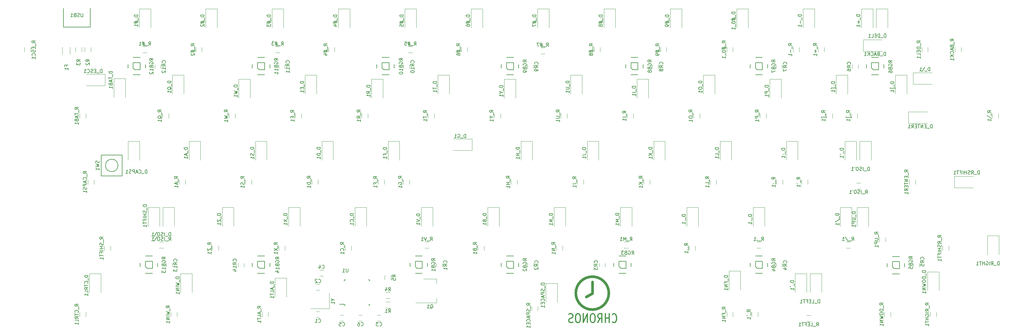
<source format=gbo>
G04 #@! TF.FileFunction,Legend,Bot*
%FSLAX46Y46*%
G04 Gerber Fmt 4.6, Leading zero omitted, Abs format (unit mm)*
G04 Created by KiCad (PCBNEW 4.0.6) date 10/22/17 14:26:44*
%MOMM*%
%LPD*%
G01*
G04 APERTURE LIST*
%ADD10C,0.100000*%
%ADD11C,0.300000*%
%ADD12C,0.762000*%
%ADD13C,0.120000*%
%ADD14C,0.200000*%
%ADD15C,0.150000*%
G04 APERTURE END LIST*
D10*
D11*
X219861191Y-140226143D02*
X219957953Y-140347095D01*
X220248238Y-140468048D01*
X220441762Y-140468048D01*
X220732048Y-140347095D01*
X220925572Y-140105190D01*
X221022333Y-139863286D01*
X221119095Y-139379476D01*
X221119095Y-139016619D01*
X221022333Y-138532810D01*
X220925572Y-138290905D01*
X220732048Y-138049000D01*
X220441762Y-137928048D01*
X220248238Y-137928048D01*
X219957953Y-138049000D01*
X219861191Y-138169952D01*
X218990333Y-140468048D02*
X218990333Y-137928048D01*
X218990333Y-139137571D02*
X217829191Y-139137571D01*
X217829191Y-140468048D02*
X217829191Y-137928048D01*
X215700429Y-140468048D02*
X216377762Y-139258524D01*
X216861571Y-140468048D02*
X216861571Y-137928048D01*
X216087476Y-137928048D01*
X215893952Y-138049000D01*
X215797191Y-138169952D01*
X215700429Y-138411857D01*
X215700429Y-138774714D01*
X215797191Y-139016619D01*
X215893952Y-139137571D01*
X216087476Y-139258524D01*
X216861571Y-139258524D01*
X214442524Y-137928048D02*
X214055476Y-137928048D01*
X213861952Y-138049000D01*
X213668429Y-138290905D01*
X213571667Y-138774714D01*
X213571667Y-139621381D01*
X213668429Y-140105190D01*
X213861952Y-140347095D01*
X214055476Y-140468048D01*
X214442524Y-140468048D01*
X214636048Y-140347095D01*
X214829571Y-140105190D01*
X214926333Y-139621381D01*
X214926333Y-138774714D01*
X214829571Y-138290905D01*
X214636048Y-138049000D01*
X214442524Y-137928048D01*
X212700809Y-140468048D02*
X212700809Y-137928048D01*
X211539667Y-140468048D01*
X211539667Y-137928048D01*
X210185000Y-137928048D02*
X209797952Y-137928048D01*
X209604428Y-138049000D01*
X209410905Y-138290905D01*
X209314143Y-138774714D01*
X209314143Y-139621381D01*
X209410905Y-140105190D01*
X209604428Y-140347095D01*
X209797952Y-140468048D01*
X210185000Y-140468048D01*
X210378524Y-140347095D01*
X210572047Y-140105190D01*
X210668809Y-139621381D01*
X210668809Y-138774714D01*
X210572047Y-138290905D01*
X210378524Y-138049000D01*
X210185000Y-137928048D01*
X208540047Y-140347095D02*
X208249762Y-140468048D01*
X207765952Y-140468048D01*
X207572428Y-140347095D01*
X207475666Y-140226143D01*
X207378905Y-139984238D01*
X207378905Y-139742333D01*
X207475666Y-139500429D01*
X207572428Y-139379476D01*
X207765952Y-139258524D01*
X208153000Y-139137571D01*
X208346524Y-139016619D01*
X208443285Y-138895667D01*
X208540047Y-138653762D01*
X208540047Y-138411857D01*
X208443285Y-138169952D01*
X208346524Y-138049000D01*
X208153000Y-137928048D01*
X207669190Y-137928048D01*
X207378905Y-138049000D01*
D12*
X214122000Y-132080000D02*
X212344000Y-133096000D01*
X214122000Y-128778000D02*
X214122000Y-132080000D01*
X218859873Y-131991872D02*
G75*
G03X218859873Y-131991872I-4737873J0D01*
G01*
D13*
X154568000Y-126908000D02*
X154568000Y-128108000D01*
X156328000Y-128108000D02*
X156328000Y-126908000D01*
X134864000Y-137310000D02*
X135864000Y-137310000D01*
X135864000Y-139010000D02*
X134864000Y-139010000D01*
X135864000Y-131136000D02*
X134864000Y-131136000D01*
X134864000Y-129436000D02*
X135864000Y-129436000D01*
X152390000Y-138326000D02*
X153390000Y-138326000D01*
X153390000Y-140026000D02*
X152390000Y-140026000D01*
X135900000Y-125372000D02*
X136900000Y-125372000D01*
X136900000Y-127072000D02*
X135900000Y-127072000D01*
X141722000Y-138326000D02*
X142722000Y-138326000D01*
X142722000Y-140026000D02*
X141722000Y-140026000D01*
X148056000Y-140026000D02*
X147056000Y-140026000D01*
X147056000Y-138326000D02*
X148056000Y-138326000D01*
X169330000Y-124452000D02*
X169330000Y-123452000D01*
X171030000Y-123452000D02*
X171030000Y-124452000D01*
X195492000Y-124452000D02*
X195492000Y-123452000D01*
X197192000Y-123452000D02*
X197192000Y-124452000D01*
X216066000Y-124452000D02*
X216066000Y-123452000D01*
X217766000Y-123452000D02*
X217766000Y-124452000D01*
X266866000Y-124452000D02*
X266866000Y-123452000D01*
X268566000Y-123452000D02*
X268566000Y-124452000D01*
X306236000Y-124452000D02*
X306236000Y-123452000D01*
X307936000Y-123452000D02*
X307936000Y-124452000D01*
X288710000Y-67302000D02*
X288710000Y-66302000D01*
X290410000Y-66302000D02*
X290410000Y-67302000D01*
X266866000Y-67302000D02*
X266866000Y-66302000D01*
X268566000Y-66302000D02*
X268566000Y-67302000D01*
X231306000Y-67302000D02*
X231306000Y-66302000D01*
X233006000Y-66302000D02*
X233006000Y-67302000D01*
X195492000Y-67302000D02*
X195492000Y-66302000D01*
X197192000Y-66302000D02*
X197192000Y-67302000D01*
X159932000Y-67302000D02*
X159932000Y-66302000D01*
X161632000Y-66302000D02*
X161632000Y-67302000D01*
X124118000Y-67302000D02*
X124118000Y-66302000D01*
X125818000Y-66302000D02*
X125818000Y-67302000D01*
X88558000Y-67302000D02*
X88558000Y-66302000D01*
X90258000Y-66302000D02*
X90258000Y-67302000D01*
X91860000Y-124452000D02*
X91860000Y-123452000D01*
X93560000Y-123452000D02*
X93560000Y-124452000D01*
X112434000Y-124452000D02*
X112434000Y-123452000D01*
X114134000Y-123452000D02*
X114134000Y-124452000D01*
X62033125Y-61203750D02*
X62033125Y-63203750D01*
X64173125Y-63203750D02*
X64173125Y-61203750D01*
X169448000Y-127908000D02*
X169448000Y-129168000D01*
X169448000Y-134728000D02*
X169448000Y-133468000D01*
X165688000Y-127908000D02*
X169448000Y-127908000D01*
X163438000Y-134728000D02*
X169448000Y-134728000D01*
X156048000Y-134502000D02*
X154848000Y-134502000D01*
X154848000Y-136262000D02*
X156048000Y-136262000D01*
X68462000Y-61312500D02*
X68462000Y-62512500D01*
X70222000Y-62512500D02*
X70222000Y-61312500D01*
X65795000Y-61312500D02*
X65795000Y-62512500D01*
X67555000Y-62512500D02*
X67555000Y-61312500D01*
X154848000Y-133468000D02*
X156048000Y-133468000D01*
X156048000Y-131708000D02*
X154848000Y-131708000D01*
D14*
X165306250Y-124825000D02*
X165306250Y-122825000D01*
X165306250Y-122825000D02*
X163306250Y-122825000D01*
X163306250Y-122825000D02*
X163306250Y-124325000D01*
X163306250Y-124325000D02*
X163806250Y-124825000D01*
X163806250Y-124825000D02*
X165306250Y-124825000D01*
X165306250Y-126325000D02*
X163306250Y-126325000D01*
X161806250Y-124325000D02*
X161806250Y-123325000D01*
X165306250Y-121325000D02*
X163306250Y-121325000D01*
X166806250Y-124325000D02*
X166806250Y-123325000D01*
X191500000Y-124825000D02*
X191500000Y-122825000D01*
X191500000Y-122825000D02*
X189500000Y-122825000D01*
X189500000Y-122825000D02*
X189500000Y-124325000D01*
X189500000Y-124325000D02*
X190000000Y-124825000D01*
X190000000Y-124825000D02*
X191500000Y-124825000D01*
X191500000Y-126325000D02*
X189500000Y-126325000D01*
X188000000Y-124325000D02*
X188000000Y-123325000D01*
X191500000Y-121325000D02*
X189500000Y-121325000D01*
X193000000Y-124325000D02*
X193000000Y-123325000D01*
X223758000Y-124825000D02*
X223758000Y-122825000D01*
X223758000Y-122825000D02*
X221758000Y-122825000D01*
X221758000Y-122825000D02*
X221758000Y-124325000D01*
X221758000Y-124325000D02*
X222258000Y-124825000D01*
X222258000Y-124825000D02*
X223758000Y-124825000D01*
X223758000Y-126325000D02*
X221758000Y-126325000D01*
X220258000Y-124325000D02*
X220258000Y-123325000D01*
X223758000Y-121325000D02*
X221758000Y-121325000D01*
X225258000Y-124325000D02*
X225258000Y-123325000D01*
X262937500Y-124825000D02*
X262937500Y-122825000D01*
X262937500Y-122825000D02*
X260937500Y-122825000D01*
X260937500Y-122825000D02*
X260937500Y-124325000D01*
X260937500Y-124325000D02*
X261437500Y-124825000D01*
X261437500Y-124825000D02*
X262937500Y-124825000D01*
X262937500Y-126325000D02*
X260937500Y-126325000D01*
X259437500Y-124325000D02*
X259437500Y-123325000D01*
X262937500Y-121325000D02*
X260937500Y-121325000D01*
X264437500Y-124325000D02*
X264437500Y-123325000D01*
X302244000Y-124952000D02*
X302244000Y-122952000D01*
X302244000Y-122952000D02*
X300244000Y-122952000D01*
X300244000Y-122952000D02*
X300244000Y-124452000D01*
X300244000Y-124452000D02*
X300744000Y-124952000D01*
X300744000Y-124952000D02*
X302244000Y-124952000D01*
X302244000Y-126452000D02*
X300244000Y-126452000D01*
X298744000Y-124452000D02*
X298744000Y-123452000D01*
X302244000Y-121452000D02*
X300244000Y-121452000D01*
X303744000Y-124452000D02*
X303744000Y-123452000D01*
X296275000Y-67675000D02*
X296275000Y-65675000D01*
X296275000Y-65675000D02*
X294275000Y-65675000D01*
X294275000Y-65675000D02*
X294275000Y-67175000D01*
X294275000Y-67175000D02*
X294775000Y-67675000D01*
X294775000Y-67675000D02*
X296275000Y-67675000D01*
X296275000Y-69175000D02*
X294275000Y-69175000D01*
X292775000Y-67175000D02*
X292775000Y-66175000D01*
X296275000Y-64175000D02*
X294275000Y-64175000D01*
X297775000Y-67175000D02*
X297775000Y-66175000D01*
X262937500Y-67675000D02*
X262937500Y-65675000D01*
X262937500Y-65675000D02*
X260937500Y-65675000D01*
X260937500Y-65675000D02*
X260937500Y-67175000D01*
X260937500Y-67175000D02*
X261437500Y-67675000D01*
X261437500Y-67675000D02*
X262937500Y-67675000D01*
X262937500Y-69175000D02*
X260937500Y-69175000D01*
X259437500Y-67175000D02*
X259437500Y-66175000D01*
X262937500Y-64175000D02*
X260937500Y-64175000D01*
X264437500Y-67175000D02*
X264437500Y-66175000D01*
X227218750Y-67675000D02*
X227218750Y-65675000D01*
X227218750Y-65675000D02*
X225218750Y-65675000D01*
X225218750Y-65675000D02*
X225218750Y-67175000D01*
X225218750Y-67175000D02*
X225718750Y-67675000D01*
X225718750Y-67675000D02*
X227218750Y-67675000D01*
X227218750Y-69175000D02*
X225218750Y-69175000D01*
X223718750Y-67175000D02*
X223718750Y-66175000D01*
X227218750Y-64175000D02*
X225218750Y-64175000D01*
X228718750Y-67175000D02*
X228718750Y-66175000D01*
X191500000Y-67675000D02*
X191500000Y-65675000D01*
X191500000Y-65675000D02*
X189500000Y-65675000D01*
X189500000Y-65675000D02*
X189500000Y-67175000D01*
X189500000Y-67175000D02*
X190000000Y-67675000D01*
X190000000Y-67675000D02*
X191500000Y-67675000D01*
X191500000Y-69175000D02*
X189500000Y-69175000D01*
X188000000Y-67175000D02*
X188000000Y-66175000D01*
X191500000Y-64175000D02*
X189500000Y-64175000D01*
X193000000Y-67175000D02*
X193000000Y-66175000D01*
X155781250Y-67675000D02*
X155781250Y-65675000D01*
X155781250Y-65675000D02*
X153781250Y-65675000D01*
X153781250Y-65675000D02*
X153781250Y-67175000D01*
X153781250Y-67175000D02*
X154281250Y-67675000D01*
X154281250Y-67675000D02*
X155781250Y-67675000D01*
X155781250Y-69175000D02*
X153781250Y-69175000D01*
X152281250Y-67175000D02*
X152281250Y-66175000D01*
X155781250Y-64175000D02*
X153781250Y-64175000D01*
X157281250Y-67175000D02*
X157281250Y-66175000D01*
X120062500Y-67675000D02*
X120062500Y-65675000D01*
X120062500Y-65675000D02*
X118062500Y-65675000D01*
X118062500Y-65675000D02*
X118062500Y-67175000D01*
X118062500Y-67175000D02*
X118562500Y-67675000D01*
X118562500Y-67675000D02*
X120062500Y-67675000D01*
X120062500Y-69175000D02*
X118062500Y-69175000D01*
X116562500Y-67175000D02*
X116562500Y-66175000D01*
X120062500Y-64175000D02*
X118062500Y-64175000D01*
X121562500Y-67175000D02*
X121562500Y-66175000D01*
X84343750Y-67675000D02*
X84343750Y-65675000D01*
X84343750Y-65675000D02*
X82343750Y-65675000D01*
X82343750Y-65675000D02*
X82343750Y-67175000D01*
X82343750Y-67175000D02*
X82843750Y-67675000D01*
X82843750Y-67675000D02*
X84343750Y-67675000D01*
X84343750Y-69175000D02*
X82343750Y-69175000D01*
X80843750Y-67175000D02*
X80843750Y-66175000D01*
X84343750Y-64175000D02*
X82343750Y-64175000D01*
X85843750Y-67175000D02*
X85843750Y-66175000D01*
X87868000Y-124825000D02*
X87868000Y-122825000D01*
X87868000Y-122825000D02*
X85868000Y-122825000D01*
X85868000Y-122825000D02*
X85868000Y-124325000D01*
X85868000Y-124325000D02*
X86368000Y-124825000D01*
X86368000Y-124825000D02*
X87868000Y-124825000D01*
X87868000Y-126325000D02*
X85868000Y-126325000D01*
X84368000Y-124325000D02*
X84368000Y-123325000D01*
X87868000Y-121325000D02*
X85868000Y-121325000D01*
X89368000Y-124325000D02*
X89368000Y-123325000D01*
X120062500Y-124825000D02*
X120062500Y-122825000D01*
X120062500Y-122825000D02*
X118062500Y-122825000D01*
X118062500Y-122825000D02*
X118062500Y-124325000D01*
X118062500Y-124325000D02*
X118562500Y-124825000D01*
X118562500Y-124825000D02*
X120062500Y-124825000D01*
X120062500Y-126325000D02*
X118062500Y-126325000D01*
X116562500Y-124325000D02*
X116562500Y-123325000D01*
X120062500Y-121325000D02*
X118062500Y-121325000D01*
X121562500Y-124325000D02*
X121562500Y-123325000D01*
D15*
X77996051Y-95250000D02*
G75*
G03X77996051Y-95250000I-1796051J0D01*
G01*
X73200000Y-98250000D02*
X79200000Y-98250000D01*
X73200000Y-92250000D02*
X73200000Y-98250000D01*
X79200000Y-92250000D02*
X73200000Y-92250000D01*
X79200000Y-98250000D02*
X79200000Y-92250000D01*
X142978500Y-135435000D02*
X142978500Y-135210000D01*
X150228500Y-135435000D02*
X150228500Y-135110000D01*
X150228500Y-128185000D02*
X150228500Y-128510000D01*
X142978500Y-128185000D02*
X142978500Y-128510000D01*
X142978500Y-135435000D02*
X143303500Y-135435000D01*
X142978500Y-128185000D02*
X143303500Y-128185000D01*
X150228500Y-128185000D02*
X149903500Y-128185000D01*
X150228500Y-135435000D02*
X149903500Y-135435000D01*
X142978500Y-135210000D02*
X141553500Y-135210000D01*
X62350000Y-55456250D02*
X70050000Y-55456250D01*
X70050000Y-50006250D02*
X70050000Y-55456250D01*
X62350000Y-50006250D02*
X62350000Y-55456250D01*
D13*
X255525000Y-50178125D02*
X258825000Y-50178125D01*
X258825000Y-50178125D02*
X258825000Y-55578125D01*
X255525000Y-50178125D02*
X255525000Y-55578125D01*
X84075000Y-50178125D02*
X87375000Y-50178125D01*
X87375000Y-50178125D02*
X87375000Y-55578125D01*
X84075000Y-50178125D02*
X84075000Y-55578125D01*
X103125000Y-50178125D02*
X106425000Y-50178125D01*
X106425000Y-50178125D02*
X106425000Y-55578125D01*
X103125000Y-50178125D02*
X103125000Y-55578125D01*
X122175000Y-50178125D02*
X125475000Y-50178125D01*
X125475000Y-50178125D02*
X125475000Y-55578125D01*
X122175000Y-50178125D02*
X122175000Y-55578125D01*
X141225000Y-50178125D02*
X144525000Y-50178125D01*
X144525000Y-50178125D02*
X144525000Y-55578125D01*
X141225000Y-50178125D02*
X141225000Y-55578125D01*
X160275000Y-50178125D02*
X163575000Y-50178125D01*
X163575000Y-50178125D02*
X163575000Y-55578125D01*
X160275000Y-50178125D02*
X160275000Y-55578125D01*
X179325000Y-50178125D02*
X182625000Y-50178125D01*
X182625000Y-50178125D02*
X182625000Y-55578125D01*
X179325000Y-50178125D02*
X179325000Y-55578125D01*
X198375000Y-50178125D02*
X201675000Y-50178125D01*
X201675000Y-50178125D02*
X201675000Y-55578125D01*
X198375000Y-50178125D02*
X198375000Y-55578125D01*
X217425000Y-50178125D02*
X220725000Y-50178125D01*
X220725000Y-50178125D02*
X220725000Y-55578125D01*
X217425000Y-50178125D02*
X217425000Y-55578125D01*
X236475000Y-50178125D02*
X239775000Y-50178125D01*
X239775000Y-50178125D02*
X239775000Y-55578125D01*
X236475000Y-50178125D02*
X236475000Y-55578125D01*
X286600000Y-88278125D02*
X289900000Y-88278125D01*
X289900000Y-88278125D02*
X289900000Y-93678125D01*
X286600000Y-88278125D02*
X286600000Y-93678125D01*
X241237500Y-107328125D02*
X244537500Y-107328125D01*
X244537500Y-107328125D02*
X244537500Y-112728125D01*
X241237500Y-107328125D02*
X241237500Y-112728125D01*
X274575000Y-50178125D02*
X277875000Y-50178125D01*
X277875000Y-50178125D02*
X277875000Y-55578125D01*
X274575000Y-50178125D02*
X274575000Y-55578125D01*
X260287500Y-107328125D02*
X263587500Y-107328125D01*
X263587500Y-107328125D02*
X263587500Y-112728125D01*
X260287500Y-107328125D02*
X260287500Y-112728125D01*
X285290625Y-107328125D02*
X288590625Y-107328125D01*
X288590625Y-107328125D02*
X288590625Y-112728125D01*
X285290625Y-107328125D02*
X285290625Y-112728125D01*
X269812500Y-88278125D02*
X273112500Y-88278125D01*
X273112500Y-88278125D02*
X273112500Y-93678125D01*
X269812500Y-88278125D02*
X269812500Y-93678125D01*
X291350000Y-50178125D02*
X294650000Y-50178125D01*
X294650000Y-50178125D02*
X294650000Y-55578125D01*
X291350000Y-50178125D02*
X291350000Y-55578125D01*
X98362500Y-88278125D02*
X101662500Y-88278125D01*
X101662500Y-88278125D02*
X101662500Y-93678125D01*
X98362500Y-88278125D02*
X98362500Y-93678125D01*
X123064000Y-127664000D02*
X126364000Y-127664000D01*
X126364000Y-127664000D02*
X126364000Y-133064000D01*
X123064000Y-127664000D02*
X123064000Y-133064000D01*
X184087500Y-107328125D02*
X187387500Y-107328125D01*
X187387500Y-107328125D02*
X187387500Y-112728125D01*
X184087500Y-107328125D02*
X184087500Y-112728125D01*
X291875000Y-62356000D02*
X291875000Y-59056000D01*
X291875000Y-59056000D02*
X297275000Y-59056000D01*
X291875000Y-62356000D02*
X297275000Y-62356000D01*
X145987500Y-107328125D02*
X149287500Y-107328125D01*
X149287500Y-107328125D02*
X149287500Y-112728125D01*
X145987500Y-107328125D02*
X145987500Y-112728125D01*
X80900000Y-88294000D02*
X84200000Y-88294000D01*
X84200000Y-88294000D02*
X84200000Y-93694000D01*
X80900000Y-88294000D02*
X80900000Y-93694000D01*
X69787500Y-126378125D02*
X73087500Y-126378125D01*
X73087500Y-126378125D02*
X73087500Y-131778125D01*
X69787500Y-126378125D02*
X69787500Y-131778125D01*
X136462500Y-88278125D02*
X139762500Y-88278125D01*
X139762500Y-88278125D02*
X139762500Y-93678125D01*
X136462500Y-88278125D02*
X136462500Y-93678125D01*
X295600000Y-50178125D02*
X298900000Y-50178125D01*
X298900000Y-50178125D02*
X298900000Y-55578125D01*
X295600000Y-50178125D02*
X295600000Y-55578125D01*
X310293750Y-125850000D02*
X313593750Y-125850000D01*
X313593750Y-125850000D02*
X313593750Y-131250000D01*
X310293750Y-125850000D02*
X310293750Y-131250000D01*
X131700000Y-69228125D02*
X135000000Y-69228125D01*
X135000000Y-69228125D02*
X135000000Y-74628125D01*
X131700000Y-69228125D02*
X131700000Y-74628125D01*
X304850000Y-83150000D02*
X304850000Y-79850000D01*
X304850000Y-79850000D02*
X310250000Y-79850000D01*
X304850000Y-83150000D02*
X310250000Y-83150000D01*
X74266000Y-68962000D02*
X74266000Y-72262000D01*
X74266000Y-72262000D02*
X68866000Y-72262000D01*
X74266000Y-68962000D02*
X68866000Y-68962000D01*
X155512500Y-88278125D02*
X158812500Y-88278125D01*
X158812500Y-88278125D02*
X158812500Y-93678125D01*
X155512500Y-88278125D02*
X155512500Y-93678125D01*
X253366000Y-125632000D02*
X256666000Y-125632000D01*
X256666000Y-125632000D02*
X256666000Y-131032000D01*
X253366000Y-125632000D02*
X253366000Y-131032000D01*
X179612500Y-87646875D02*
X179612500Y-90946875D01*
X179612500Y-90946875D02*
X174212500Y-90946875D01*
X179612500Y-87646875D02*
X174212500Y-87646875D01*
X193612500Y-88278125D02*
X196912500Y-88278125D01*
X196912500Y-88278125D02*
X196912500Y-93678125D01*
X193612500Y-88278125D02*
X193612500Y-93678125D01*
X226950000Y-70418750D02*
X230250000Y-70418750D01*
X230250000Y-70418750D02*
X230250000Y-75818750D01*
X226950000Y-70418750D02*
X226950000Y-75818750D01*
X90850000Y-107328125D02*
X94150000Y-107328125D01*
X94150000Y-107328125D02*
X94150000Y-112728125D01*
X90850000Y-107328125D02*
X90850000Y-112728125D01*
X290850000Y-88278125D02*
X294150000Y-88278125D01*
X294150000Y-88278125D02*
X294150000Y-93678125D01*
X290850000Y-88278125D02*
X290850000Y-93678125D01*
X212662500Y-88278125D02*
X215962500Y-88278125D01*
X215962500Y-88278125D02*
X215962500Y-93678125D01*
X212662500Y-88278125D02*
X212662500Y-93678125D01*
X231712500Y-88278125D02*
X235012500Y-88278125D01*
X235012500Y-88278125D02*
X235012500Y-93678125D01*
X231712500Y-88278125D02*
X231712500Y-93678125D01*
X250762500Y-88278125D02*
X254062500Y-88278125D01*
X254062500Y-88278125D02*
X254062500Y-93678125D01*
X250762500Y-88278125D02*
X250762500Y-93678125D01*
X276600000Y-126350000D02*
X279900000Y-126350000D01*
X279900000Y-126350000D02*
X279900000Y-131750000D01*
X276600000Y-126350000D02*
X276600000Y-131750000D01*
X222187500Y-107328125D02*
X225487500Y-107328125D01*
X225487500Y-107328125D02*
X225487500Y-112728125D01*
X222187500Y-107328125D02*
X222187500Y-112728125D01*
X203137500Y-107328125D02*
X206437500Y-107328125D01*
X206437500Y-107328125D02*
X206437500Y-112728125D01*
X203137500Y-107328125D02*
X203137500Y-112728125D01*
X246000000Y-69228125D02*
X249300000Y-69228125D01*
X249300000Y-69228125D02*
X249300000Y-74628125D01*
X246000000Y-69228125D02*
X246000000Y-74628125D01*
X265050000Y-70418750D02*
X268350000Y-70418750D01*
X268350000Y-70418750D02*
X268350000Y-75818750D01*
X265050000Y-70418750D02*
X265050000Y-75818750D01*
X93600000Y-69228125D02*
X96900000Y-69228125D01*
X96900000Y-69228125D02*
X96900000Y-74628125D01*
X93600000Y-69228125D02*
X93600000Y-74628125D01*
X150750000Y-70418750D02*
X154050000Y-70418750D01*
X154050000Y-70418750D02*
X154050000Y-75818750D01*
X150750000Y-70418750D02*
X150750000Y-75818750D01*
X327534000Y-115440000D02*
X330834000Y-115440000D01*
X330834000Y-115440000D02*
X330834000Y-120840000D01*
X327534000Y-115440000D02*
X327534000Y-120840000D01*
X318068750Y-101662500D02*
X318068750Y-98362500D01*
X318068750Y-98362500D02*
X323468750Y-98362500D01*
X318068750Y-101662500D02*
X323468750Y-101662500D01*
X117412500Y-88278125D02*
X120712500Y-88278125D01*
X120712500Y-88278125D02*
X120712500Y-93678125D01*
X117412500Y-88278125D02*
X117412500Y-93678125D01*
X86600000Y-107328125D02*
X89900000Y-107328125D01*
X89900000Y-107328125D02*
X89900000Y-112728125D01*
X86600000Y-107328125D02*
X86600000Y-112728125D01*
X200788000Y-129188000D02*
X204088000Y-129188000D01*
X204088000Y-129188000D02*
X204088000Y-134588000D01*
X200788000Y-129188000D02*
X200788000Y-134588000D01*
X169800000Y-69228125D02*
X173100000Y-69228125D01*
X173100000Y-69228125D02*
X173100000Y-74628125D01*
X169800000Y-69228125D02*
X169800000Y-74628125D01*
X76836000Y-70260000D02*
X80136000Y-70260000D01*
X80136000Y-70260000D02*
X80136000Y-75660000D01*
X76836000Y-70260000D02*
X76836000Y-75660000D01*
X207900000Y-69228125D02*
X211200000Y-69228125D01*
X211200000Y-69228125D02*
X211200000Y-74628125D01*
X207900000Y-69228125D02*
X207900000Y-74628125D01*
X290053125Y-107328125D02*
X293353125Y-107328125D01*
X293353125Y-107328125D02*
X293353125Y-112728125D01*
X290053125Y-107328125D02*
X290053125Y-112728125D01*
X165037500Y-107328125D02*
X168337500Y-107328125D01*
X168337500Y-107328125D02*
X168337500Y-112728125D01*
X165037500Y-107328125D02*
X165037500Y-112728125D01*
X112650000Y-70418750D02*
X115950000Y-70418750D01*
X115950000Y-70418750D02*
X115950000Y-75818750D01*
X112650000Y-70418750D02*
X112650000Y-75818750D01*
X95981250Y-126378125D02*
X99281250Y-126378125D01*
X99281250Y-126378125D02*
X99281250Y-131778125D01*
X95981250Y-126378125D02*
X95981250Y-131778125D01*
X126937500Y-107328125D02*
X130237500Y-107328125D01*
X130237500Y-107328125D02*
X130237500Y-112728125D01*
X126937500Y-107328125D02*
X126937500Y-112728125D01*
X188850000Y-70418750D02*
X192150000Y-70418750D01*
X192150000Y-70418750D02*
X192150000Y-75818750D01*
X188850000Y-70418750D02*
X188850000Y-75818750D01*
X107887500Y-107328125D02*
X111187500Y-107328125D01*
X111187500Y-107328125D02*
X111187500Y-112728125D01*
X107887500Y-107328125D02*
X107887500Y-112728125D01*
X284100000Y-69228125D02*
X287400000Y-69228125D01*
X287400000Y-69228125D02*
X287400000Y-74628125D01*
X284100000Y-69228125D02*
X284100000Y-74628125D01*
X306162500Y-71896875D02*
X306162500Y-68596875D01*
X306162500Y-68596875D02*
X311562500Y-68596875D01*
X306162500Y-71896875D02*
X311562500Y-71896875D01*
X301100000Y-69228125D02*
X304400000Y-69228125D01*
X304400000Y-69228125D02*
X304400000Y-74628125D01*
X301100000Y-69228125D02*
X301100000Y-74628125D01*
X272350000Y-126350000D02*
X275650000Y-126350000D01*
X275650000Y-126350000D02*
X275650000Y-131750000D01*
X272350000Y-126350000D02*
X272350000Y-131750000D01*
X138646000Y-131980000D02*
X138646000Y-136480000D01*
X138646000Y-136480000D02*
X133246000Y-136480000D01*
X254483125Y-62512500D02*
X254483125Y-61312500D01*
X252723125Y-61312500D02*
X252723125Y-62512500D01*
X85125000Y-62792500D02*
X86325000Y-62792500D01*
X86325000Y-61032500D02*
X85125000Y-61032500D01*
X102083125Y-62512500D02*
X102083125Y-61312500D01*
X100323125Y-61312500D02*
X100323125Y-62512500D01*
X123225000Y-62792500D02*
X124425000Y-62792500D01*
X124425000Y-61032500D02*
X123225000Y-61032500D01*
X140183125Y-62512500D02*
X140183125Y-61312500D01*
X138423125Y-61312500D02*
X138423125Y-62512500D01*
X161325000Y-62792500D02*
X162525000Y-62792500D01*
X162525000Y-61032500D02*
X161325000Y-61032500D01*
X178283125Y-62512500D02*
X178283125Y-61312500D01*
X176523125Y-61312500D02*
X176523125Y-62512500D01*
X199298000Y-63110000D02*
X200498000Y-63110000D01*
X200498000Y-61350000D02*
X199298000Y-61350000D01*
X216383125Y-62512500D02*
X216383125Y-61312500D01*
X214623125Y-61312500D02*
X214623125Y-62512500D01*
X235433125Y-62512500D02*
X235433125Y-61312500D01*
X233673125Y-61312500D02*
X233673125Y-62512500D01*
X275914375Y-100612500D02*
X275914375Y-99412500D01*
X274154375Y-99412500D02*
X274154375Y-100612500D01*
X243704000Y-119662500D02*
X243704000Y-118462500D01*
X241944000Y-118462500D02*
X241944000Y-119662500D01*
X273533125Y-62512500D02*
X273533125Y-61312500D01*
X271773125Y-61312500D02*
X271773125Y-62512500D01*
X261274000Y-118990000D02*
X262474000Y-118990000D01*
X262474000Y-117230000D02*
X261274000Y-117230000D01*
X286928000Y-118990000D02*
X288128000Y-118990000D01*
X288128000Y-117230000D02*
X286928000Y-117230000D01*
X268770625Y-100612500D02*
X268770625Y-99412500D01*
X267010625Y-99412500D02*
X267010625Y-100612500D01*
X280676875Y-62512500D02*
X280676875Y-61312500D01*
X278916875Y-61312500D02*
X278916875Y-62512500D01*
X97320625Y-100612500D02*
X97320625Y-99412500D01*
X95560625Y-99412500D02*
X95560625Y-100612500D01*
X121133125Y-138712500D02*
X121133125Y-137512500D01*
X119373125Y-137512500D02*
X119373125Y-138712500D01*
X183045625Y-119662500D02*
X183045625Y-118462500D01*
X181285625Y-118462500D02*
X181285625Y-119662500D01*
X319967500Y-62512500D02*
X319967500Y-61312500D01*
X318207500Y-61312500D02*
X318207500Y-62512500D01*
X144945625Y-119662500D02*
X144945625Y-118462500D01*
X143185625Y-118462500D02*
X143185625Y-119662500D01*
X71126875Y-100612500D02*
X71126875Y-99412500D01*
X69366875Y-99412500D02*
X69366875Y-100612500D01*
X68745625Y-138712500D02*
X68745625Y-137512500D01*
X66985625Y-137512500D02*
X66985625Y-138712500D01*
X135420625Y-100612500D02*
X135420625Y-99412500D01*
X133660625Y-99412500D02*
X133660625Y-100612500D01*
X310442500Y-62512500D02*
X310442500Y-61312500D01*
X308682500Y-61312500D02*
X308682500Y-62512500D01*
X299726875Y-138712500D02*
X299726875Y-137512500D01*
X297966875Y-137512500D02*
X297966875Y-138712500D01*
X130658125Y-81562500D02*
X130658125Y-80362500D01*
X128898125Y-80362500D02*
X128898125Y-81562500D01*
X306870625Y-100612500D02*
X306870625Y-99412500D01*
X305110625Y-99412500D02*
X305110625Y-100612500D01*
X52950000Y-62512500D02*
X52950000Y-61312500D01*
X51190000Y-61312500D02*
X51190000Y-62512500D01*
X154470625Y-100612500D02*
X154470625Y-99412500D01*
X152710625Y-99412500D02*
X152710625Y-100612500D01*
X254483125Y-138712500D02*
X254483125Y-137512500D01*
X252723125Y-137512500D02*
X252723125Y-138712500D01*
X161614375Y-100612500D02*
X161614375Y-99412500D01*
X159854375Y-99412500D02*
X159854375Y-100612500D01*
X192570625Y-100612500D02*
X192570625Y-99412500D01*
X190810625Y-99412500D02*
X190810625Y-100612500D01*
X225908125Y-81562500D02*
X225908125Y-80362500D01*
X224148125Y-80362500D02*
X224148125Y-81562500D01*
X89824000Y-118990000D02*
X91024000Y-118990000D01*
X91024000Y-117230000D02*
X89824000Y-117230000D01*
X291112500Y-100323125D02*
X289912500Y-100323125D01*
X289912500Y-102083125D02*
X291112500Y-102083125D01*
X211620625Y-100612500D02*
X211620625Y-99412500D01*
X209860625Y-99412500D02*
X209860625Y-100612500D01*
X230670625Y-100612500D02*
X230670625Y-99412500D01*
X228910625Y-99412500D02*
X228910625Y-100612500D01*
X249720625Y-100612500D02*
X249720625Y-99412500D01*
X247960625Y-99412500D02*
X247960625Y-100612500D01*
X276825000Y-138423125D02*
X275625000Y-138423125D01*
X275625000Y-140183125D02*
X276825000Y-140183125D01*
X223237500Y-118990000D02*
X224437500Y-118990000D01*
X224437500Y-117230000D02*
X223237500Y-117230000D01*
X205604000Y-119662500D02*
X205604000Y-118462500D01*
X203844000Y-118462500D02*
X203844000Y-119662500D01*
X244958125Y-81562500D02*
X244958125Y-80362500D01*
X243198125Y-80362500D02*
X243198125Y-81562500D01*
X264008125Y-81562500D02*
X264008125Y-80362500D01*
X262248125Y-80362500D02*
X262248125Y-81562500D01*
X92558125Y-81562500D02*
X92558125Y-80362500D01*
X90798125Y-80362500D02*
X90798125Y-81562500D01*
X149708125Y-81562500D02*
X149708125Y-80362500D01*
X147948125Y-80362500D02*
X147948125Y-81562500D01*
X312823750Y-138712500D02*
X312823750Y-137512500D01*
X311063750Y-137512500D02*
X311063750Y-138712500D01*
X316395625Y-119662500D02*
X316395625Y-118462500D01*
X314635625Y-118462500D02*
X314635625Y-119662500D01*
X116370625Y-100612500D02*
X116370625Y-99412500D01*
X114610625Y-99412500D02*
X114610625Y-100612500D01*
X75889375Y-119662500D02*
X75889375Y-118462500D01*
X74129375Y-118462500D02*
X74129375Y-119662500D01*
X198492000Y-137078000D02*
X198492000Y-135878000D01*
X196732000Y-135878000D02*
X196732000Y-137078000D01*
X168758125Y-81562500D02*
X168758125Y-80362500D01*
X166998125Y-80362500D02*
X166998125Y-81562500D01*
X68745625Y-81562500D02*
X68745625Y-80362500D01*
X66985625Y-80362500D02*
X66985625Y-81562500D01*
X206858125Y-81562500D02*
X206858125Y-80362500D01*
X205098125Y-80362500D02*
X205098125Y-81562500D01*
X298314000Y-117186000D02*
X298314000Y-115986000D01*
X296554000Y-115986000D02*
X296554000Y-117186000D01*
X166024000Y-118990000D02*
X167224000Y-118990000D01*
X167224000Y-117230000D02*
X166024000Y-117230000D01*
X111608125Y-81562500D02*
X111608125Y-80362500D01*
X109848125Y-80362500D02*
X109848125Y-81562500D01*
X94939375Y-138712500D02*
X94939375Y-137512500D01*
X93179375Y-137512500D02*
X93179375Y-138712500D01*
X125895625Y-119662500D02*
X125895625Y-118462500D01*
X124135625Y-118462500D02*
X124135625Y-119662500D01*
X187808125Y-81562500D02*
X187808125Y-80362500D01*
X186048125Y-80362500D02*
X186048125Y-81562500D01*
X106845625Y-119662500D02*
X106845625Y-118462500D01*
X105085625Y-118462500D02*
X105085625Y-119662500D01*
X283058125Y-81562500D02*
X283058125Y-80362500D01*
X281298125Y-80362500D02*
X281298125Y-81562500D01*
X330683125Y-81562500D02*
X330683125Y-80362500D01*
X328923125Y-80362500D02*
X328923125Y-81562500D01*
X290201875Y-81562500D02*
X290201875Y-80362500D01*
X288441875Y-80362500D02*
X288441875Y-81562500D01*
X261626875Y-138712500D02*
X261626875Y-137512500D01*
X259866875Y-137512500D02*
X259866875Y-138712500D01*
D15*
X157678381Y-127341334D02*
X157202190Y-127008000D01*
X157678381Y-126769905D02*
X156678381Y-126769905D01*
X156678381Y-127150858D01*
X156726000Y-127246096D01*
X156773619Y-127293715D01*
X156868857Y-127341334D01*
X157011714Y-127341334D01*
X157106952Y-127293715D01*
X157154571Y-127246096D01*
X157202190Y-127150858D01*
X157202190Y-126769905D01*
X156678381Y-128246096D02*
X156678381Y-127769905D01*
X157154571Y-127722286D01*
X157106952Y-127769905D01*
X157059333Y-127865143D01*
X157059333Y-128103239D01*
X157106952Y-128198477D01*
X157154571Y-128246096D01*
X157249810Y-128293715D01*
X157487905Y-128293715D01*
X157583143Y-128246096D01*
X157630762Y-128198477D01*
X157678381Y-128103239D01*
X157678381Y-127865143D01*
X157630762Y-127769905D01*
X157583143Y-127722286D01*
X135530666Y-140311143D02*
X135578285Y-140358762D01*
X135721142Y-140406381D01*
X135816380Y-140406381D01*
X135959238Y-140358762D01*
X136054476Y-140263524D01*
X136102095Y-140168286D01*
X136149714Y-139977810D01*
X136149714Y-139834952D01*
X136102095Y-139644476D01*
X136054476Y-139549238D01*
X135959238Y-139454000D01*
X135816380Y-139406381D01*
X135721142Y-139406381D01*
X135578285Y-139454000D01*
X135530666Y-139501619D01*
X134578285Y-140406381D02*
X135149714Y-140406381D01*
X134864000Y-140406381D02*
X134864000Y-139406381D01*
X134959238Y-139549238D01*
X135054476Y-139644476D01*
X135149714Y-139692095D01*
X135530666Y-128881143D02*
X135578285Y-128928762D01*
X135721142Y-128976381D01*
X135816380Y-128976381D01*
X135959238Y-128928762D01*
X136054476Y-128833524D01*
X136102095Y-128738286D01*
X136149714Y-128547810D01*
X136149714Y-128404952D01*
X136102095Y-128214476D01*
X136054476Y-128119238D01*
X135959238Y-128024000D01*
X135816380Y-127976381D01*
X135721142Y-127976381D01*
X135578285Y-128024000D01*
X135530666Y-128071619D01*
X135149714Y-128071619D02*
X135102095Y-128024000D01*
X135006857Y-127976381D01*
X134768761Y-127976381D01*
X134673523Y-128024000D01*
X134625904Y-128071619D01*
X134578285Y-128166857D01*
X134578285Y-128262095D01*
X134625904Y-128404952D01*
X135197333Y-128976381D01*
X134578285Y-128976381D01*
X153056666Y-141327143D02*
X153104285Y-141374762D01*
X153247142Y-141422381D01*
X153342380Y-141422381D01*
X153485238Y-141374762D01*
X153580476Y-141279524D01*
X153628095Y-141184286D01*
X153675714Y-140993810D01*
X153675714Y-140850952D01*
X153628095Y-140660476D01*
X153580476Y-140565238D01*
X153485238Y-140470000D01*
X153342380Y-140422381D01*
X153247142Y-140422381D01*
X153104285Y-140470000D01*
X153056666Y-140517619D01*
X152723333Y-140422381D02*
X152104285Y-140422381D01*
X152437619Y-140803333D01*
X152294761Y-140803333D01*
X152199523Y-140850952D01*
X152151904Y-140898571D01*
X152104285Y-140993810D01*
X152104285Y-141231905D01*
X152151904Y-141327143D01*
X152199523Y-141374762D01*
X152294761Y-141422381D01*
X152580476Y-141422381D01*
X152675714Y-141374762D01*
X152723333Y-141327143D01*
X136566666Y-124829143D02*
X136614285Y-124876762D01*
X136757142Y-124924381D01*
X136852380Y-124924381D01*
X136995238Y-124876762D01*
X137090476Y-124781524D01*
X137138095Y-124686286D01*
X137185714Y-124495810D01*
X137185714Y-124352952D01*
X137138095Y-124162476D01*
X137090476Y-124067238D01*
X136995238Y-123972000D01*
X136852380Y-123924381D01*
X136757142Y-123924381D01*
X136614285Y-123972000D01*
X136566666Y-124019619D01*
X135709523Y-124257714D02*
X135709523Y-124924381D01*
X135947619Y-123876762D02*
X136185714Y-124591048D01*
X135566666Y-124591048D01*
X142406666Y-141327143D02*
X142454285Y-141374762D01*
X142597142Y-141422381D01*
X142692380Y-141422381D01*
X142835238Y-141374762D01*
X142930476Y-141279524D01*
X142978095Y-141184286D01*
X143025714Y-140993810D01*
X143025714Y-140850952D01*
X142978095Y-140660476D01*
X142930476Y-140565238D01*
X142835238Y-140470000D01*
X142692380Y-140422381D01*
X142597142Y-140422381D01*
X142454285Y-140470000D01*
X142406666Y-140517619D01*
X141501904Y-140422381D02*
X141978095Y-140422381D01*
X142025714Y-140898571D01*
X141978095Y-140850952D01*
X141882857Y-140803333D01*
X141644761Y-140803333D01*
X141549523Y-140850952D01*
X141501904Y-140898571D01*
X141454285Y-140993810D01*
X141454285Y-141231905D01*
X141501904Y-141327143D01*
X141549523Y-141374762D01*
X141644761Y-141422381D01*
X141882857Y-141422381D01*
X141978095Y-141374762D01*
X142025714Y-141327143D01*
X147722666Y-141327143D02*
X147770285Y-141374762D01*
X147913142Y-141422381D01*
X148008380Y-141422381D01*
X148151238Y-141374762D01*
X148246476Y-141279524D01*
X148294095Y-141184286D01*
X148341714Y-140993810D01*
X148341714Y-140850952D01*
X148294095Y-140660476D01*
X148246476Y-140565238D01*
X148151238Y-140470000D01*
X148008380Y-140422381D01*
X147913142Y-140422381D01*
X147770285Y-140470000D01*
X147722666Y-140517619D01*
X146865523Y-140422381D02*
X147056000Y-140422381D01*
X147151238Y-140470000D01*
X147198857Y-140517619D01*
X147294095Y-140660476D01*
X147341714Y-140850952D01*
X147341714Y-141231905D01*
X147294095Y-141327143D01*
X147246476Y-141374762D01*
X147151238Y-141422381D01*
X146960761Y-141422381D01*
X146865523Y-141374762D01*
X146817904Y-141327143D01*
X146770285Y-141231905D01*
X146770285Y-140993810D01*
X146817904Y-140898571D01*
X146865523Y-140850952D01*
X146960761Y-140803333D01*
X147151238Y-140803333D01*
X147246476Y-140850952D01*
X147294095Y-140898571D01*
X147341714Y-140993810D01*
X172315143Y-123285334D02*
X172362762Y-123237715D01*
X172410381Y-123094858D01*
X172410381Y-122999620D01*
X172362762Y-122856762D01*
X172267524Y-122761524D01*
X172172286Y-122713905D01*
X171981810Y-122666286D01*
X171838952Y-122666286D01*
X171648476Y-122713905D01*
X171553238Y-122761524D01*
X171458000Y-122856762D01*
X171410381Y-122999620D01*
X171410381Y-123094858D01*
X171458000Y-123237715D01*
X171505619Y-123285334D01*
X172410381Y-124285334D02*
X171934190Y-123952000D01*
X172410381Y-123713905D02*
X171410381Y-123713905D01*
X171410381Y-124094858D01*
X171458000Y-124190096D01*
X171505619Y-124237715D01*
X171600857Y-124285334D01*
X171743714Y-124285334D01*
X171838952Y-124237715D01*
X171886571Y-124190096D01*
X171934190Y-124094858D01*
X171934190Y-123713905D01*
X172410381Y-125237715D02*
X172410381Y-124666286D01*
X172410381Y-124952000D02*
X171410381Y-124952000D01*
X171553238Y-124856762D01*
X171648476Y-124761524D01*
X171696095Y-124666286D01*
X198477143Y-123285334D02*
X198524762Y-123237715D01*
X198572381Y-123094858D01*
X198572381Y-122999620D01*
X198524762Y-122856762D01*
X198429524Y-122761524D01*
X198334286Y-122713905D01*
X198143810Y-122666286D01*
X198000952Y-122666286D01*
X197810476Y-122713905D01*
X197715238Y-122761524D01*
X197620000Y-122856762D01*
X197572381Y-122999620D01*
X197572381Y-123094858D01*
X197620000Y-123237715D01*
X197667619Y-123285334D01*
X198572381Y-124285334D02*
X198096190Y-123952000D01*
X198572381Y-123713905D02*
X197572381Y-123713905D01*
X197572381Y-124094858D01*
X197620000Y-124190096D01*
X197667619Y-124237715D01*
X197762857Y-124285334D01*
X197905714Y-124285334D01*
X198000952Y-124237715D01*
X198048571Y-124190096D01*
X198096190Y-124094858D01*
X198096190Y-123713905D01*
X197667619Y-124666286D02*
X197620000Y-124713905D01*
X197572381Y-124809143D01*
X197572381Y-125047239D01*
X197620000Y-125142477D01*
X197667619Y-125190096D01*
X197762857Y-125237715D01*
X197858095Y-125237715D01*
X198000952Y-125190096D01*
X198572381Y-124618667D01*
X198572381Y-125237715D01*
X215523143Y-123285334D02*
X215570762Y-123237715D01*
X215618381Y-123094858D01*
X215618381Y-122999620D01*
X215570762Y-122856762D01*
X215475524Y-122761524D01*
X215380286Y-122713905D01*
X215189810Y-122666286D01*
X215046952Y-122666286D01*
X214856476Y-122713905D01*
X214761238Y-122761524D01*
X214666000Y-122856762D01*
X214618381Y-122999620D01*
X214618381Y-123094858D01*
X214666000Y-123237715D01*
X214713619Y-123285334D01*
X215618381Y-124285334D02*
X215142190Y-123952000D01*
X215618381Y-123713905D02*
X214618381Y-123713905D01*
X214618381Y-124094858D01*
X214666000Y-124190096D01*
X214713619Y-124237715D01*
X214808857Y-124285334D01*
X214951714Y-124285334D01*
X215046952Y-124237715D01*
X215094571Y-124190096D01*
X215142190Y-124094858D01*
X215142190Y-123713905D01*
X214618381Y-124618667D02*
X214618381Y-125237715D01*
X214999333Y-124904381D01*
X214999333Y-125047239D01*
X215046952Y-125142477D01*
X215094571Y-125190096D01*
X215189810Y-125237715D01*
X215427905Y-125237715D01*
X215523143Y-125190096D01*
X215570762Y-125142477D01*
X215618381Y-125047239D01*
X215618381Y-124761524D01*
X215570762Y-124666286D01*
X215523143Y-124618667D01*
X269851143Y-123285334D02*
X269898762Y-123237715D01*
X269946381Y-123094858D01*
X269946381Y-122999620D01*
X269898762Y-122856762D01*
X269803524Y-122761524D01*
X269708286Y-122713905D01*
X269517810Y-122666286D01*
X269374952Y-122666286D01*
X269184476Y-122713905D01*
X269089238Y-122761524D01*
X268994000Y-122856762D01*
X268946381Y-122999620D01*
X268946381Y-123094858D01*
X268994000Y-123237715D01*
X269041619Y-123285334D01*
X269946381Y-124285334D02*
X269470190Y-123952000D01*
X269946381Y-123713905D02*
X268946381Y-123713905D01*
X268946381Y-124094858D01*
X268994000Y-124190096D01*
X269041619Y-124237715D01*
X269136857Y-124285334D01*
X269279714Y-124285334D01*
X269374952Y-124237715D01*
X269422571Y-124190096D01*
X269470190Y-124094858D01*
X269470190Y-123713905D01*
X269279714Y-125142477D02*
X269946381Y-125142477D01*
X268898762Y-124904381D02*
X269613048Y-124666286D01*
X269613048Y-125285334D01*
X309221143Y-122269334D02*
X309268762Y-122221715D01*
X309316381Y-122078858D01*
X309316381Y-121983620D01*
X309268762Y-121840762D01*
X309173524Y-121745524D01*
X309078286Y-121697905D01*
X308887810Y-121650286D01*
X308744952Y-121650286D01*
X308554476Y-121697905D01*
X308459238Y-121745524D01*
X308364000Y-121840762D01*
X308316381Y-121983620D01*
X308316381Y-122078858D01*
X308364000Y-122221715D01*
X308411619Y-122269334D01*
X309316381Y-123269334D02*
X308840190Y-122936000D01*
X309316381Y-122697905D02*
X308316381Y-122697905D01*
X308316381Y-123078858D01*
X308364000Y-123174096D01*
X308411619Y-123221715D01*
X308506857Y-123269334D01*
X308649714Y-123269334D01*
X308744952Y-123221715D01*
X308792571Y-123174096D01*
X308840190Y-123078858D01*
X308840190Y-122697905D01*
X308316381Y-124174096D02*
X308316381Y-123697905D01*
X308792571Y-123650286D01*
X308744952Y-123697905D01*
X308697333Y-123793143D01*
X308697333Y-124031239D01*
X308744952Y-124126477D01*
X308792571Y-124174096D01*
X308887810Y-124221715D01*
X309125905Y-124221715D01*
X309221143Y-124174096D01*
X309268762Y-124126477D01*
X309316381Y-124031239D01*
X309316381Y-123793143D01*
X309268762Y-123697905D01*
X309221143Y-123650286D01*
X288167143Y-66135334D02*
X288214762Y-66087715D01*
X288262381Y-65944858D01*
X288262381Y-65849620D01*
X288214762Y-65706762D01*
X288119524Y-65611524D01*
X288024286Y-65563905D01*
X287833810Y-65516286D01*
X287690952Y-65516286D01*
X287500476Y-65563905D01*
X287405238Y-65611524D01*
X287310000Y-65706762D01*
X287262381Y-65849620D01*
X287262381Y-65944858D01*
X287310000Y-66087715D01*
X287357619Y-66135334D01*
X288262381Y-67135334D02*
X287786190Y-66802000D01*
X288262381Y-66563905D02*
X287262381Y-66563905D01*
X287262381Y-66944858D01*
X287310000Y-67040096D01*
X287357619Y-67087715D01*
X287452857Y-67135334D01*
X287595714Y-67135334D01*
X287690952Y-67087715D01*
X287738571Y-67040096D01*
X287786190Y-66944858D01*
X287786190Y-66563905D01*
X287262381Y-67992477D02*
X287262381Y-67802000D01*
X287310000Y-67706762D01*
X287357619Y-67659143D01*
X287500476Y-67563905D01*
X287690952Y-67516286D01*
X288071905Y-67516286D01*
X288167143Y-67563905D01*
X288214762Y-67611524D01*
X288262381Y-67706762D01*
X288262381Y-67897239D01*
X288214762Y-67992477D01*
X288167143Y-68040096D01*
X288071905Y-68087715D01*
X287833810Y-68087715D01*
X287738571Y-68040096D01*
X287690952Y-67992477D01*
X287643333Y-67897239D01*
X287643333Y-67706762D01*
X287690952Y-67611524D01*
X287738571Y-67563905D01*
X287833810Y-67516286D01*
X269851143Y-66135334D02*
X269898762Y-66087715D01*
X269946381Y-65944858D01*
X269946381Y-65849620D01*
X269898762Y-65706762D01*
X269803524Y-65611524D01*
X269708286Y-65563905D01*
X269517810Y-65516286D01*
X269374952Y-65516286D01*
X269184476Y-65563905D01*
X269089238Y-65611524D01*
X268994000Y-65706762D01*
X268946381Y-65849620D01*
X268946381Y-65944858D01*
X268994000Y-66087715D01*
X269041619Y-66135334D01*
X269946381Y-67135334D02*
X269470190Y-66802000D01*
X269946381Y-66563905D02*
X268946381Y-66563905D01*
X268946381Y-66944858D01*
X268994000Y-67040096D01*
X269041619Y-67087715D01*
X269136857Y-67135334D01*
X269279714Y-67135334D01*
X269374952Y-67087715D01*
X269422571Y-67040096D01*
X269470190Y-66944858D01*
X269470190Y-66563905D01*
X268946381Y-67468667D02*
X268946381Y-68135334D01*
X269946381Y-67706762D01*
X234291143Y-66135334D02*
X234338762Y-66087715D01*
X234386381Y-65944858D01*
X234386381Y-65849620D01*
X234338762Y-65706762D01*
X234243524Y-65611524D01*
X234148286Y-65563905D01*
X233957810Y-65516286D01*
X233814952Y-65516286D01*
X233624476Y-65563905D01*
X233529238Y-65611524D01*
X233434000Y-65706762D01*
X233386381Y-65849620D01*
X233386381Y-65944858D01*
X233434000Y-66087715D01*
X233481619Y-66135334D01*
X234386381Y-67135334D02*
X233910190Y-66802000D01*
X234386381Y-66563905D02*
X233386381Y-66563905D01*
X233386381Y-66944858D01*
X233434000Y-67040096D01*
X233481619Y-67087715D01*
X233576857Y-67135334D01*
X233719714Y-67135334D01*
X233814952Y-67087715D01*
X233862571Y-67040096D01*
X233910190Y-66944858D01*
X233910190Y-66563905D01*
X233814952Y-67706762D02*
X233767333Y-67611524D01*
X233719714Y-67563905D01*
X233624476Y-67516286D01*
X233576857Y-67516286D01*
X233481619Y-67563905D01*
X233434000Y-67611524D01*
X233386381Y-67706762D01*
X233386381Y-67897239D01*
X233434000Y-67992477D01*
X233481619Y-68040096D01*
X233576857Y-68087715D01*
X233624476Y-68087715D01*
X233719714Y-68040096D01*
X233767333Y-67992477D01*
X233814952Y-67897239D01*
X233814952Y-67706762D01*
X233862571Y-67611524D01*
X233910190Y-67563905D01*
X234005429Y-67516286D01*
X234195905Y-67516286D01*
X234291143Y-67563905D01*
X234338762Y-67611524D01*
X234386381Y-67706762D01*
X234386381Y-67897239D01*
X234338762Y-67992477D01*
X234291143Y-68040096D01*
X234195905Y-68087715D01*
X234005429Y-68087715D01*
X233910190Y-68040096D01*
X233862571Y-67992477D01*
X233814952Y-67897239D01*
X198477143Y-66135334D02*
X198524762Y-66087715D01*
X198572381Y-65944858D01*
X198572381Y-65849620D01*
X198524762Y-65706762D01*
X198429524Y-65611524D01*
X198334286Y-65563905D01*
X198143810Y-65516286D01*
X198000952Y-65516286D01*
X197810476Y-65563905D01*
X197715238Y-65611524D01*
X197620000Y-65706762D01*
X197572381Y-65849620D01*
X197572381Y-65944858D01*
X197620000Y-66087715D01*
X197667619Y-66135334D01*
X198572381Y-67135334D02*
X198096190Y-66802000D01*
X198572381Y-66563905D02*
X197572381Y-66563905D01*
X197572381Y-66944858D01*
X197620000Y-67040096D01*
X197667619Y-67087715D01*
X197762857Y-67135334D01*
X197905714Y-67135334D01*
X198000952Y-67087715D01*
X198048571Y-67040096D01*
X198096190Y-66944858D01*
X198096190Y-66563905D01*
X198572381Y-67611524D02*
X198572381Y-67802000D01*
X198524762Y-67897239D01*
X198477143Y-67944858D01*
X198334286Y-68040096D01*
X198143810Y-68087715D01*
X197762857Y-68087715D01*
X197667619Y-68040096D01*
X197620000Y-67992477D01*
X197572381Y-67897239D01*
X197572381Y-67706762D01*
X197620000Y-67611524D01*
X197667619Y-67563905D01*
X197762857Y-67516286D01*
X198000952Y-67516286D01*
X198096190Y-67563905D01*
X198143810Y-67611524D01*
X198191429Y-67706762D01*
X198191429Y-67897239D01*
X198143810Y-67992477D01*
X198096190Y-68040096D01*
X198000952Y-68087715D01*
X162917143Y-65659143D02*
X162964762Y-65611524D01*
X163012381Y-65468667D01*
X163012381Y-65373429D01*
X162964762Y-65230571D01*
X162869524Y-65135333D01*
X162774286Y-65087714D01*
X162583810Y-65040095D01*
X162440952Y-65040095D01*
X162250476Y-65087714D01*
X162155238Y-65135333D01*
X162060000Y-65230571D01*
X162012381Y-65373429D01*
X162012381Y-65468667D01*
X162060000Y-65611524D01*
X162107619Y-65659143D01*
X163012381Y-66659143D02*
X162536190Y-66325809D01*
X163012381Y-66087714D02*
X162012381Y-66087714D01*
X162012381Y-66468667D01*
X162060000Y-66563905D01*
X162107619Y-66611524D01*
X162202857Y-66659143D01*
X162345714Y-66659143D01*
X162440952Y-66611524D01*
X162488571Y-66563905D01*
X162536190Y-66468667D01*
X162536190Y-66087714D01*
X163012381Y-67611524D02*
X163012381Y-67040095D01*
X163012381Y-67325809D02*
X162012381Y-67325809D01*
X162155238Y-67230571D01*
X162250476Y-67135333D01*
X162298095Y-67040095D01*
X162012381Y-68230571D02*
X162012381Y-68325810D01*
X162060000Y-68421048D01*
X162107619Y-68468667D01*
X162202857Y-68516286D01*
X162393333Y-68563905D01*
X162631429Y-68563905D01*
X162821905Y-68516286D01*
X162917143Y-68468667D01*
X162964762Y-68421048D01*
X163012381Y-68325810D01*
X163012381Y-68230571D01*
X162964762Y-68135333D01*
X162917143Y-68087714D01*
X162821905Y-68040095D01*
X162631429Y-67992476D01*
X162393333Y-67992476D01*
X162202857Y-68040095D01*
X162107619Y-68087714D01*
X162060000Y-68135333D01*
X162012381Y-68230571D01*
X127103143Y-65659143D02*
X127150762Y-65611524D01*
X127198381Y-65468667D01*
X127198381Y-65373429D01*
X127150762Y-65230571D01*
X127055524Y-65135333D01*
X126960286Y-65087714D01*
X126769810Y-65040095D01*
X126626952Y-65040095D01*
X126436476Y-65087714D01*
X126341238Y-65135333D01*
X126246000Y-65230571D01*
X126198381Y-65373429D01*
X126198381Y-65468667D01*
X126246000Y-65611524D01*
X126293619Y-65659143D01*
X127198381Y-66659143D02*
X126722190Y-66325809D01*
X127198381Y-66087714D02*
X126198381Y-66087714D01*
X126198381Y-66468667D01*
X126246000Y-66563905D01*
X126293619Y-66611524D01*
X126388857Y-66659143D01*
X126531714Y-66659143D01*
X126626952Y-66611524D01*
X126674571Y-66563905D01*
X126722190Y-66468667D01*
X126722190Y-66087714D01*
X127198381Y-67611524D02*
X127198381Y-67040095D01*
X127198381Y-67325809D02*
X126198381Y-67325809D01*
X126341238Y-67230571D01*
X126436476Y-67135333D01*
X126484095Y-67040095D01*
X127198381Y-68563905D02*
X127198381Y-67992476D01*
X127198381Y-68278190D02*
X126198381Y-68278190D01*
X126341238Y-68182952D01*
X126436476Y-68087714D01*
X126484095Y-67992476D01*
X91543143Y-65659143D02*
X91590762Y-65611524D01*
X91638381Y-65468667D01*
X91638381Y-65373429D01*
X91590762Y-65230571D01*
X91495524Y-65135333D01*
X91400286Y-65087714D01*
X91209810Y-65040095D01*
X91066952Y-65040095D01*
X90876476Y-65087714D01*
X90781238Y-65135333D01*
X90686000Y-65230571D01*
X90638381Y-65373429D01*
X90638381Y-65468667D01*
X90686000Y-65611524D01*
X90733619Y-65659143D01*
X91638381Y-66659143D02*
X91162190Y-66325809D01*
X91638381Y-66087714D02*
X90638381Y-66087714D01*
X90638381Y-66468667D01*
X90686000Y-66563905D01*
X90733619Y-66611524D01*
X90828857Y-66659143D01*
X90971714Y-66659143D01*
X91066952Y-66611524D01*
X91114571Y-66563905D01*
X91162190Y-66468667D01*
X91162190Y-66087714D01*
X91638381Y-67611524D02*
X91638381Y-67040095D01*
X91638381Y-67325809D02*
X90638381Y-67325809D01*
X90781238Y-67230571D01*
X90876476Y-67135333D01*
X90924095Y-67040095D01*
X90733619Y-67992476D02*
X90686000Y-68040095D01*
X90638381Y-68135333D01*
X90638381Y-68373429D01*
X90686000Y-68468667D01*
X90733619Y-68516286D01*
X90828857Y-68563905D01*
X90924095Y-68563905D01*
X91066952Y-68516286D01*
X91638381Y-67944857D01*
X91638381Y-68563905D01*
X94845143Y-122809143D02*
X94892762Y-122761524D01*
X94940381Y-122618667D01*
X94940381Y-122523429D01*
X94892762Y-122380571D01*
X94797524Y-122285333D01*
X94702286Y-122237714D01*
X94511810Y-122190095D01*
X94368952Y-122190095D01*
X94178476Y-122237714D01*
X94083238Y-122285333D01*
X93988000Y-122380571D01*
X93940381Y-122523429D01*
X93940381Y-122618667D01*
X93988000Y-122761524D01*
X94035619Y-122809143D01*
X94940381Y-123809143D02*
X94464190Y-123475809D01*
X94940381Y-123237714D02*
X93940381Y-123237714D01*
X93940381Y-123618667D01*
X93988000Y-123713905D01*
X94035619Y-123761524D01*
X94130857Y-123809143D01*
X94273714Y-123809143D01*
X94368952Y-123761524D01*
X94416571Y-123713905D01*
X94464190Y-123618667D01*
X94464190Y-123237714D01*
X94940381Y-124761524D02*
X94940381Y-124190095D01*
X94940381Y-124475809D02*
X93940381Y-124475809D01*
X94083238Y-124380571D01*
X94178476Y-124285333D01*
X94226095Y-124190095D01*
X93940381Y-125094857D02*
X93940381Y-125713905D01*
X94321333Y-125380571D01*
X94321333Y-125523429D01*
X94368952Y-125618667D01*
X94416571Y-125666286D01*
X94511810Y-125713905D01*
X94749905Y-125713905D01*
X94845143Y-125666286D01*
X94892762Y-125618667D01*
X94940381Y-125523429D01*
X94940381Y-125237714D01*
X94892762Y-125142476D01*
X94845143Y-125094857D01*
X111891143Y-122809143D02*
X111938762Y-122761524D01*
X111986381Y-122618667D01*
X111986381Y-122523429D01*
X111938762Y-122380571D01*
X111843524Y-122285333D01*
X111748286Y-122237714D01*
X111557810Y-122190095D01*
X111414952Y-122190095D01*
X111224476Y-122237714D01*
X111129238Y-122285333D01*
X111034000Y-122380571D01*
X110986381Y-122523429D01*
X110986381Y-122618667D01*
X111034000Y-122761524D01*
X111081619Y-122809143D01*
X111986381Y-123809143D02*
X111510190Y-123475809D01*
X111986381Y-123237714D02*
X110986381Y-123237714D01*
X110986381Y-123618667D01*
X111034000Y-123713905D01*
X111081619Y-123761524D01*
X111176857Y-123809143D01*
X111319714Y-123809143D01*
X111414952Y-123761524D01*
X111462571Y-123713905D01*
X111510190Y-123618667D01*
X111510190Y-123237714D01*
X111986381Y-124761524D02*
X111986381Y-124190095D01*
X111986381Y-124475809D02*
X110986381Y-124475809D01*
X111129238Y-124380571D01*
X111224476Y-124285333D01*
X111272095Y-124190095D01*
X111319714Y-125618667D02*
X111986381Y-125618667D01*
X110938762Y-125380571D02*
X111653048Y-125142476D01*
X111653048Y-125761524D01*
X63174571Y-66722667D02*
X63174571Y-66389333D01*
X63698381Y-66389333D02*
X62698381Y-66389333D01*
X62698381Y-66865524D01*
X63698381Y-67770286D02*
X63698381Y-67198857D01*
X63698381Y-67484571D02*
X62698381Y-67484571D01*
X62841238Y-67389333D01*
X62936476Y-67294095D01*
X62984095Y-67198857D01*
X167633238Y-136365619D02*
X167728476Y-136318000D01*
X167823714Y-136222762D01*
X167966571Y-136079905D01*
X168061810Y-136032286D01*
X168157048Y-136032286D01*
X168109429Y-136270381D02*
X168204667Y-136222762D01*
X168299905Y-136127524D01*
X168347524Y-135937048D01*
X168347524Y-135603714D01*
X168299905Y-135413238D01*
X168204667Y-135318000D01*
X168109429Y-135270381D01*
X167918952Y-135270381D01*
X167823714Y-135318000D01*
X167728476Y-135413238D01*
X167680857Y-135603714D01*
X167680857Y-135937048D01*
X167728476Y-136127524D01*
X167823714Y-136222762D01*
X167918952Y-136270381D01*
X168109429Y-136270381D01*
X166728476Y-136270381D02*
X167299905Y-136270381D01*
X167014191Y-136270381D02*
X167014191Y-135270381D01*
X167109429Y-135413238D01*
X167204667Y-135508476D01*
X167299905Y-135556095D01*
X155614666Y-137534381D02*
X155948000Y-137058190D01*
X156186095Y-137534381D02*
X156186095Y-136534381D01*
X155805142Y-136534381D01*
X155709904Y-136582000D01*
X155662285Y-136629619D01*
X155614666Y-136724857D01*
X155614666Y-136867714D01*
X155662285Y-136962952D01*
X155709904Y-137010571D01*
X155805142Y-137058190D01*
X156186095Y-137058190D01*
X154662285Y-137534381D02*
X155233714Y-137534381D01*
X154948000Y-137534381D02*
X154948000Y-136534381D01*
X155043238Y-136677238D01*
X155138476Y-136772476D01*
X155233714Y-136820095D01*
X69794381Y-65365334D02*
X69318190Y-65032000D01*
X69794381Y-64793905D02*
X68794381Y-64793905D01*
X68794381Y-65174858D01*
X68842000Y-65270096D01*
X68889619Y-65317715D01*
X68984857Y-65365334D01*
X69127714Y-65365334D01*
X69222952Y-65317715D01*
X69270571Y-65270096D01*
X69318190Y-65174858D01*
X69318190Y-64793905D01*
X68889619Y-65746286D02*
X68842000Y-65793905D01*
X68794381Y-65889143D01*
X68794381Y-66127239D01*
X68842000Y-66222477D01*
X68889619Y-66270096D01*
X68984857Y-66317715D01*
X69080095Y-66317715D01*
X69222952Y-66270096D01*
X69794381Y-65698667D01*
X69794381Y-66317715D01*
X67127381Y-65365334D02*
X66651190Y-65032000D01*
X67127381Y-64793905D02*
X66127381Y-64793905D01*
X66127381Y-65174858D01*
X66175000Y-65270096D01*
X66222619Y-65317715D01*
X66317857Y-65365334D01*
X66460714Y-65365334D01*
X66555952Y-65317715D01*
X66603571Y-65270096D01*
X66651190Y-65174858D01*
X66651190Y-64793905D01*
X66127381Y-65698667D02*
X66127381Y-66317715D01*
X66508333Y-65984381D01*
X66508333Y-66127239D01*
X66555952Y-66222477D01*
X66603571Y-66270096D01*
X66698810Y-66317715D01*
X66936905Y-66317715D01*
X67032143Y-66270096D01*
X67079762Y-66222477D01*
X67127381Y-66127239D01*
X67127381Y-65841524D01*
X67079762Y-65746286D01*
X67032143Y-65698667D01*
X155614666Y-131340381D02*
X155948000Y-130864190D01*
X156186095Y-131340381D02*
X156186095Y-130340381D01*
X155805142Y-130340381D01*
X155709904Y-130388000D01*
X155662285Y-130435619D01*
X155614666Y-130530857D01*
X155614666Y-130673714D01*
X155662285Y-130768952D01*
X155709904Y-130816571D01*
X155805142Y-130864190D01*
X156186095Y-130864190D01*
X154757523Y-130673714D02*
X154757523Y-131340381D01*
X154995619Y-130292762D02*
X155233714Y-131007048D01*
X154614666Y-131007048D01*
D14*
X168981381Y-122658334D02*
X168505190Y-122325000D01*
X168981381Y-122086905D02*
X167981381Y-122086905D01*
X167981381Y-122467858D01*
X168029000Y-122563096D01*
X168076619Y-122610715D01*
X168171857Y-122658334D01*
X168314714Y-122658334D01*
X168409952Y-122610715D01*
X168457571Y-122563096D01*
X168505190Y-122467858D01*
X168505190Y-122086905D01*
X168029000Y-123610715D02*
X167981381Y-123515477D01*
X167981381Y-123372620D01*
X168029000Y-123229762D01*
X168124238Y-123134524D01*
X168219476Y-123086905D01*
X168409952Y-123039286D01*
X168552810Y-123039286D01*
X168743286Y-123086905D01*
X168838524Y-123134524D01*
X168933762Y-123229762D01*
X168981381Y-123372620D01*
X168981381Y-123467858D01*
X168933762Y-123610715D01*
X168886143Y-123658334D01*
X168552810Y-123658334D01*
X168552810Y-123467858D01*
X168457571Y-124420239D02*
X168505190Y-124563096D01*
X168552810Y-124610715D01*
X168648048Y-124658334D01*
X168790905Y-124658334D01*
X168886143Y-124610715D01*
X168933762Y-124563096D01*
X168981381Y-124467858D01*
X168981381Y-124086905D01*
X167981381Y-124086905D01*
X167981381Y-124420239D01*
X168029000Y-124515477D01*
X168076619Y-124563096D01*
X168171857Y-124610715D01*
X168267095Y-124610715D01*
X168362333Y-124563096D01*
X168409952Y-124515477D01*
X168457571Y-124420239D01*
X168457571Y-124086905D01*
X168981381Y-125610715D02*
X168981381Y-125039286D01*
X168981381Y-125325000D02*
X167981381Y-125325000D01*
X168124238Y-125229762D01*
X168219476Y-125134524D01*
X168267095Y-125039286D01*
X195270381Y-122658334D02*
X194794190Y-122325000D01*
X195270381Y-122086905D02*
X194270381Y-122086905D01*
X194270381Y-122467858D01*
X194318000Y-122563096D01*
X194365619Y-122610715D01*
X194460857Y-122658334D01*
X194603714Y-122658334D01*
X194698952Y-122610715D01*
X194746571Y-122563096D01*
X194794190Y-122467858D01*
X194794190Y-122086905D01*
X194318000Y-123610715D02*
X194270381Y-123515477D01*
X194270381Y-123372620D01*
X194318000Y-123229762D01*
X194413238Y-123134524D01*
X194508476Y-123086905D01*
X194698952Y-123039286D01*
X194841810Y-123039286D01*
X195032286Y-123086905D01*
X195127524Y-123134524D01*
X195222762Y-123229762D01*
X195270381Y-123372620D01*
X195270381Y-123467858D01*
X195222762Y-123610715D01*
X195175143Y-123658334D01*
X194841810Y-123658334D01*
X194841810Y-123467858D01*
X194746571Y-124420239D02*
X194794190Y-124563096D01*
X194841810Y-124610715D01*
X194937048Y-124658334D01*
X195079905Y-124658334D01*
X195175143Y-124610715D01*
X195222762Y-124563096D01*
X195270381Y-124467858D01*
X195270381Y-124086905D01*
X194270381Y-124086905D01*
X194270381Y-124420239D01*
X194318000Y-124515477D01*
X194365619Y-124563096D01*
X194460857Y-124610715D01*
X194556095Y-124610715D01*
X194651333Y-124563096D01*
X194698952Y-124515477D01*
X194746571Y-124420239D01*
X194746571Y-124086905D01*
X194365619Y-125039286D02*
X194318000Y-125086905D01*
X194270381Y-125182143D01*
X194270381Y-125420239D01*
X194318000Y-125515477D01*
X194365619Y-125563096D01*
X194460857Y-125610715D01*
X194556095Y-125610715D01*
X194698952Y-125563096D01*
X195270381Y-124991667D01*
X195270381Y-125610715D01*
X225448666Y-120848381D02*
X225782000Y-120372190D01*
X226020095Y-120848381D02*
X226020095Y-119848381D01*
X225639142Y-119848381D01*
X225543904Y-119896000D01*
X225496285Y-119943619D01*
X225448666Y-120038857D01*
X225448666Y-120181714D01*
X225496285Y-120276952D01*
X225543904Y-120324571D01*
X225639142Y-120372190D01*
X226020095Y-120372190D01*
X224496285Y-119896000D02*
X224591523Y-119848381D01*
X224734380Y-119848381D01*
X224877238Y-119896000D01*
X224972476Y-119991238D01*
X225020095Y-120086476D01*
X225067714Y-120276952D01*
X225067714Y-120419810D01*
X225020095Y-120610286D01*
X224972476Y-120705524D01*
X224877238Y-120800762D01*
X224734380Y-120848381D01*
X224639142Y-120848381D01*
X224496285Y-120800762D01*
X224448666Y-120753143D01*
X224448666Y-120419810D01*
X224639142Y-120419810D01*
X223686761Y-120324571D02*
X223543904Y-120372190D01*
X223496285Y-120419810D01*
X223448666Y-120515048D01*
X223448666Y-120657905D01*
X223496285Y-120753143D01*
X223543904Y-120800762D01*
X223639142Y-120848381D01*
X224020095Y-120848381D01*
X224020095Y-119848381D01*
X223686761Y-119848381D01*
X223591523Y-119896000D01*
X223543904Y-119943619D01*
X223496285Y-120038857D01*
X223496285Y-120134095D01*
X223543904Y-120229333D01*
X223591523Y-120276952D01*
X223686761Y-120324571D01*
X224020095Y-120324571D01*
X223115333Y-119848381D02*
X222496285Y-119848381D01*
X222829619Y-120229333D01*
X222686761Y-120229333D01*
X222591523Y-120276952D01*
X222543904Y-120324571D01*
X222496285Y-120419810D01*
X222496285Y-120657905D01*
X222543904Y-120753143D01*
X222591523Y-120800762D01*
X222686761Y-120848381D01*
X222972476Y-120848381D01*
X223067714Y-120800762D01*
X223115333Y-120753143D01*
X266644381Y-122658334D02*
X266168190Y-122325000D01*
X266644381Y-122086905D02*
X265644381Y-122086905D01*
X265644381Y-122467858D01*
X265692000Y-122563096D01*
X265739619Y-122610715D01*
X265834857Y-122658334D01*
X265977714Y-122658334D01*
X266072952Y-122610715D01*
X266120571Y-122563096D01*
X266168190Y-122467858D01*
X266168190Y-122086905D01*
X265692000Y-123610715D02*
X265644381Y-123515477D01*
X265644381Y-123372620D01*
X265692000Y-123229762D01*
X265787238Y-123134524D01*
X265882476Y-123086905D01*
X266072952Y-123039286D01*
X266215810Y-123039286D01*
X266406286Y-123086905D01*
X266501524Y-123134524D01*
X266596762Y-123229762D01*
X266644381Y-123372620D01*
X266644381Y-123467858D01*
X266596762Y-123610715D01*
X266549143Y-123658334D01*
X266215810Y-123658334D01*
X266215810Y-123467858D01*
X266120571Y-124420239D02*
X266168190Y-124563096D01*
X266215810Y-124610715D01*
X266311048Y-124658334D01*
X266453905Y-124658334D01*
X266549143Y-124610715D01*
X266596762Y-124563096D01*
X266644381Y-124467858D01*
X266644381Y-124086905D01*
X265644381Y-124086905D01*
X265644381Y-124420239D01*
X265692000Y-124515477D01*
X265739619Y-124563096D01*
X265834857Y-124610715D01*
X265930095Y-124610715D01*
X266025333Y-124563096D01*
X266072952Y-124515477D01*
X266120571Y-124420239D01*
X266120571Y-124086905D01*
X265977714Y-125515477D02*
X266644381Y-125515477D01*
X265596762Y-125277381D02*
X266311048Y-125039286D01*
X266311048Y-125658334D01*
X306014381Y-122023334D02*
X305538190Y-121690000D01*
X306014381Y-121451905D02*
X305014381Y-121451905D01*
X305014381Y-121832858D01*
X305062000Y-121928096D01*
X305109619Y-121975715D01*
X305204857Y-122023334D01*
X305347714Y-122023334D01*
X305442952Y-121975715D01*
X305490571Y-121928096D01*
X305538190Y-121832858D01*
X305538190Y-121451905D01*
X305062000Y-122975715D02*
X305014381Y-122880477D01*
X305014381Y-122737620D01*
X305062000Y-122594762D01*
X305157238Y-122499524D01*
X305252476Y-122451905D01*
X305442952Y-122404286D01*
X305585810Y-122404286D01*
X305776286Y-122451905D01*
X305871524Y-122499524D01*
X305966762Y-122594762D01*
X306014381Y-122737620D01*
X306014381Y-122832858D01*
X305966762Y-122975715D01*
X305919143Y-123023334D01*
X305585810Y-123023334D01*
X305585810Y-122832858D01*
X305490571Y-123785239D02*
X305538190Y-123928096D01*
X305585810Y-123975715D01*
X305681048Y-124023334D01*
X305823905Y-124023334D01*
X305919143Y-123975715D01*
X305966762Y-123928096D01*
X306014381Y-123832858D01*
X306014381Y-123451905D01*
X305014381Y-123451905D01*
X305014381Y-123785239D01*
X305062000Y-123880477D01*
X305109619Y-123928096D01*
X305204857Y-123975715D01*
X305300095Y-123975715D01*
X305395333Y-123928096D01*
X305442952Y-123880477D01*
X305490571Y-123785239D01*
X305490571Y-123451905D01*
X305014381Y-124928096D02*
X305014381Y-124451905D01*
X305490571Y-124404286D01*
X305442952Y-124451905D01*
X305395333Y-124547143D01*
X305395333Y-124785239D01*
X305442952Y-124880477D01*
X305490571Y-124928096D01*
X305585810Y-124975715D01*
X305823905Y-124975715D01*
X305919143Y-124928096D01*
X305966762Y-124880477D01*
X306014381Y-124785239D01*
X306014381Y-124547143D01*
X305966762Y-124451905D01*
X305919143Y-124404286D01*
X300172381Y-65635334D02*
X299696190Y-65302000D01*
X300172381Y-65063905D02*
X299172381Y-65063905D01*
X299172381Y-65444858D01*
X299220000Y-65540096D01*
X299267619Y-65587715D01*
X299362857Y-65635334D01*
X299505714Y-65635334D01*
X299600952Y-65587715D01*
X299648571Y-65540096D01*
X299696190Y-65444858D01*
X299696190Y-65063905D01*
X299220000Y-66587715D02*
X299172381Y-66492477D01*
X299172381Y-66349620D01*
X299220000Y-66206762D01*
X299315238Y-66111524D01*
X299410476Y-66063905D01*
X299600952Y-66016286D01*
X299743810Y-66016286D01*
X299934286Y-66063905D01*
X300029524Y-66111524D01*
X300124762Y-66206762D01*
X300172381Y-66349620D01*
X300172381Y-66444858D01*
X300124762Y-66587715D01*
X300077143Y-66635334D01*
X299743810Y-66635334D01*
X299743810Y-66444858D01*
X299648571Y-67397239D02*
X299696190Y-67540096D01*
X299743810Y-67587715D01*
X299839048Y-67635334D01*
X299981905Y-67635334D01*
X300077143Y-67587715D01*
X300124762Y-67540096D01*
X300172381Y-67444858D01*
X300172381Y-67063905D01*
X299172381Y-67063905D01*
X299172381Y-67397239D01*
X299220000Y-67492477D01*
X299267619Y-67540096D01*
X299362857Y-67587715D01*
X299458095Y-67587715D01*
X299553333Y-67540096D01*
X299600952Y-67492477D01*
X299648571Y-67397239D01*
X299648571Y-67063905D01*
X299172381Y-68492477D02*
X299172381Y-68302000D01*
X299220000Y-68206762D01*
X299267619Y-68159143D01*
X299410476Y-68063905D01*
X299600952Y-68016286D01*
X299981905Y-68016286D01*
X300077143Y-68063905D01*
X300124762Y-68111524D01*
X300172381Y-68206762D01*
X300172381Y-68397239D01*
X300124762Y-68492477D01*
X300077143Y-68540096D01*
X299981905Y-68587715D01*
X299743810Y-68587715D01*
X299648571Y-68540096D01*
X299600952Y-68492477D01*
X299553333Y-68397239D01*
X299553333Y-68206762D01*
X299600952Y-68111524D01*
X299648571Y-68063905D01*
X299743810Y-68016286D01*
X266644381Y-65508334D02*
X266168190Y-65175000D01*
X266644381Y-64936905D02*
X265644381Y-64936905D01*
X265644381Y-65317858D01*
X265692000Y-65413096D01*
X265739619Y-65460715D01*
X265834857Y-65508334D01*
X265977714Y-65508334D01*
X266072952Y-65460715D01*
X266120571Y-65413096D01*
X266168190Y-65317858D01*
X266168190Y-64936905D01*
X265692000Y-66460715D02*
X265644381Y-66365477D01*
X265644381Y-66222620D01*
X265692000Y-66079762D01*
X265787238Y-65984524D01*
X265882476Y-65936905D01*
X266072952Y-65889286D01*
X266215810Y-65889286D01*
X266406286Y-65936905D01*
X266501524Y-65984524D01*
X266596762Y-66079762D01*
X266644381Y-66222620D01*
X266644381Y-66317858D01*
X266596762Y-66460715D01*
X266549143Y-66508334D01*
X266215810Y-66508334D01*
X266215810Y-66317858D01*
X266120571Y-67270239D02*
X266168190Y-67413096D01*
X266215810Y-67460715D01*
X266311048Y-67508334D01*
X266453905Y-67508334D01*
X266549143Y-67460715D01*
X266596762Y-67413096D01*
X266644381Y-67317858D01*
X266644381Y-66936905D01*
X265644381Y-66936905D01*
X265644381Y-67270239D01*
X265692000Y-67365477D01*
X265739619Y-67413096D01*
X265834857Y-67460715D01*
X265930095Y-67460715D01*
X266025333Y-67413096D01*
X266072952Y-67365477D01*
X266120571Y-67270239D01*
X266120571Y-66936905D01*
X265644381Y-67841667D02*
X265644381Y-68508334D01*
X266644381Y-68079762D01*
X231084381Y-65508334D02*
X230608190Y-65175000D01*
X231084381Y-64936905D02*
X230084381Y-64936905D01*
X230084381Y-65317858D01*
X230132000Y-65413096D01*
X230179619Y-65460715D01*
X230274857Y-65508334D01*
X230417714Y-65508334D01*
X230512952Y-65460715D01*
X230560571Y-65413096D01*
X230608190Y-65317858D01*
X230608190Y-64936905D01*
X230132000Y-66460715D02*
X230084381Y-66365477D01*
X230084381Y-66222620D01*
X230132000Y-66079762D01*
X230227238Y-65984524D01*
X230322476Y-65936905D01*
X230512952Y-65889286D01*
X230655810Y-65889286D01*
X230846286Y-65936905D01*
X230941524Y-65984524D01*
X231036762Y-66079762D01*
X231084381Y-66222620D01*
X231084381Y-66317858D01*
X231036762Y-66460715D01*
X230989143Y-66508334D01*
X230655810Y-66508334D01*
X230655810Y-66317858D01*
X230560571Y-67270239D02*
X230608190Y-67413096D01*
X230655810Y-67460715D01*
X230751048Y-67508334D01*
X230893905Y-67508334D01*
X230989143Y-67460715D01*
X231036762Y-67413096D01*
X231084381Y-67317858D01*
X231084381Y-66936905D01*
X230084381Y-66936905D01*
X230084381Y-67270239D01*
X230132000Y-67365477D01*
X230179619Y-67413096D01*
X230274857Y-67460715D01*
X230370095Y-67460715D01*
X230465333Y-67413096D01*
X230512952Y-67365477D01*
X230560571Y-67270239D01*
X230560571Y-66936905D01*
X230512952Y-68079762D02*
X230465333Y-67984524D01*
X230417714Y-67936905D01*
X230322476Y-67889286D01*
X230274857Y-67889286D01*
X230179619Y-67936905D01*
X230132000Y-67984524D01*
X230084381Y-68079762D01*
X230084381Y-68270239D01*
X230132000Y-68365477D01*
X230179619Y-68413096D01*
X230274857Y-68460715D01*
X230322476Y-68460715D01*
X230417714Y-68413096D01*
X230465333Y-68365477D01*
X230512952Y-68270239D01*
X230512952Y-68079762D01*
X230560571Y-67984524D01*
X230608190Y-67936905D01*
X230703429Y-67889286D01*
X230893905Y-67889286D01*
X230989143Y-67936905D01*
X231036762Y-67984524D01*
X231084381Y-68079762D01*
X231084381Y-68270239D01*
X231036762Y-68365477D01*
X230989143Y-68413096D01*
X230893905Y-68460715D01*
X230703429Y-68460715D01*
X230608190Y-68413096D01*
X230560571Y-68365477D01*
X230512952Y-68270239D01*
X195270381Y-65508334D02*
X194794190Y-65175000D01*
X195270381Y-64936905D02*
X194270381Y-64936905D01*
X194270381Y-65317858D01*
X194318000Y-65413096D01*
X194365619Y-65460715D01*
X194460857Y-65508334D01*
X194603714Y-65508334D01*
X194698952Y-65460715D01*
X194746571Y-65413096D01*
X194794190Y-65317858D01*
X194794190Y-64936905D01*
X194318000Y-66460715D02*
X194270381Y-66365477D01*
X194270381Y-66222620D01*
X194318000Y-66079762D01*
X194413238Y-65984524D01*
X194508476Y-65936905D01*
X194698952Y-65889286D01*
X194841810Y-65889286D01*
X195032286Y-65936905D01*
X195127524Y-65984524D01*
X195222762Y-66079762D01*
X195270381Y-66222620D01*
X195270381Y-66317858D01*
X195222762Y-66460715D01*
X195175143Y-66508334D01*
X194841810Y-66508334D01*
X194841810Y-66317858D01*
X194746571Y-67270239D02*
X194794190Y-67413096D01*
X194841810Y-67460715D01*
X194937048Y-67508334D01*
X195079905Y-67508334D01*
X195175143Y-67460715D01*
X195222762Y-67413096D01*
X195270381Y-67317858D01*
X195270381Y-66936905D01*
X194270381Y-66936905D01*
X194270381Y-67270239D01*
X194318000Y-67365477D01*
X194365619Y-67413096D01*
X194460857Y-67460715D01*
X194556095Y-67460715D01*
X194651333Y-67413096D01*
X194698952Y-67365477D01*
X194746571Y-67270239D01*
X194746571Y-66936905D01*
X195270381Y-67984524D02*
X195270381Y-68175000D01*
X195222762Y-68270239D01*
X195175143Y-68317858D01*
X195032286Y-68413096D01*
X194841810Y-68460715D01*
X194460857Y-68460715D01*
X194365619Y-68413096D01*
X194318000Y-68365477D01*
X194270381Y-68270239D01*
X194270381Y-68079762D01*
X194318000Y-67984524D01*
X194365619Y-67936905D01*
X194460857Y-67889286D01*
X194698952Y-67889286D01*
X194794190Y-67936905D01*
X194841810Y-67984524D01*
X194889429Y-68079762D01*
X194889429Y-68270239D01*
X194841810Y-68365477D01*
X194794190Y-68413096D01*
X194698952Y-68460715D01*
X159710381Y-65032143D02*
X159234190Y-64698809D01*
X159710381Y-64460714D02*
X158710381Y-64460714D01*
X158710381Y-64841667D01*
X158758000Y-64936905D01*
X158805619Y-64984524D01*
X158900857Y-65032143D01*
X159043714Y-65032143D01*
X159138952Y-64984524D01*
X159186571Y-64936905D01*
X159234190Y-64841667D01*
X159234190Y-64460714D01*
X158758000Y-65984524D02*
X158710381Y-65889286D01*
X158710381Y-65746429D01*
X158758000Y-65603571D01*
X158853238Y-65508333D01*
X158948476Y-65460714D01*
X159138952Y-65413095D01*
X159281810Y-65413095D01*
X159472286Y-65460714D01*
X159567524Y-65508333D01*
X159662762Y-65603571D01*
X159710381Y-65746429D01*
X159710381Y-65841667D01*
X159662762Y-65984524D01*
X159615143Y-66032143D01*
X159281810Y-66032143D01*
X159281810Y-65841667D01*
X159186571Y-66794048D02*
X159234190Y-66936905D01*
X159281810Y-66984524D01*
X159377048Y-67032143D01*
X159519905Y-67032143D01*
X159615143Y-66984524D01*
X159662762Y-66936905D01*
X159710381Y-66841667D01*
X159710381Y-66460714D01*
X158710381Y-66460714D01*
X158710381Y-66794048D01*
X158758000Y-66889286D01*
X158805619Y-66936905D01*
X158900857Y-66984524D01*
X158996095Y-66984524D01*
X159091333Y-66936905D01*
X159138952Y-66889286D01*
X159186571Y-66794048D01*
X159186571Y-66460714D01*
X159710381Y-67984524D02*
X159710381Y-67413095D01*
X159710381Y-67698809D02*
X158710381Y-67698809D01*
X158853238Y-67603571D01*
X158948476Y-67508333D01*
X158996095Y-67413095D01*
X158710381Y-68603571D02*
X158710381Y-68698810D01*
X158758000Y-68794048D01*
X158805619Y-68841667D01*
X158900857Y-68889286D01*
X159091333Y-68936905D01*
X159329429Y-68936905D01*
X159519905Y-68889286D01*
X159615143Y-68841667D01*
X159662762Y-68794048D01*
X159710381Y-68698810D01*
X159710381Y-68603571D01*
X159662762Y-68508333D01*
X159615143Y-68460714D01*
X159519905Y-68413095D01*
X159329429Y-68365476D01*
X159091333Y-68365476D01*
X158900857Y-68413095D01*
X158805619Y-68460714D01*
X158758000Y-68508333D01*
X158710381Y-68603571D01*
X123896381Y-65032143D02*
X123420190Y-64698809D01*
X123896381Y-64460714D02*
X122896381Y-64460714D01*
X122896381Y-64841667D01*
X122944000Y-64936905D01*
X122991619Y-64984524D01*
X123086857Y-65032143D01*
X123229714Y-65032143D01*
X123324952Y-64984524D01*
X123372571Y-64936905D01*
X123420190Y-64841667D01*
X123420190Y-64460714D01*
X122944000Y-65984524D02*
X122896381Y-65889286D01*
X122896381Y-65746429D01*
X122944000Y-65603571D01*
X123039238Y-65508333D01*
X123134476Y-65460714D01*
X123324952Y-65413095D01*
X123467810Y-65413095D01*
X123658286Y-65460714D01*
X123753524Y-65508333D01*
X123848762Y-65603571D01*
X123896381Y-65746429D01*
X123896381Y-65841667D01*
X123848762Y-65984524D01*
X123801143Y-66032143D01*
X123467810Y-66032143D01*
X123467810Y-65841667D01*
X123372571Y-66794048D02*
X123420190Y-66936905D01*
X123467810Y-66984524D01*
X123563048Y-67032143D01*
X123705905Y-67032143D01*
X123801143Y-66984524D01*
X123848762Y-66936905D01*
X123896381Y-66841667D01*
X123896381Y-66460714D01*
X122896381Y-66460714D01*
X122896381Y-66794048D01*
X122944000Y-66889286D01*
X122991619Y-66936905D01*
X123086857Y-66984524D01*
X123182095Y-66984524D01*
X123277333Y-66936905D01*
X123324952Y-66889286D01*
X123372571Y-66794048D01*
X123372571Y-66460714D01*
X123896381Y-67984524D02*
X123896381Y-67413095D01*
X123896381Y-67698809D02*
X122896381Y-67698809D01*
X123039238Y-67603571D01*
X123134476Y-67508333D01*
X123182095Y-67413095D01*
X123896381Y-68936905D02*
X123896381Y-68365476D01*
X123896381Y-68651190D02*
X122896381Y-68651190D01*
X123039238Y-68555952D01*
X123134476Y-68460714D01*
X123182095Y-68365476D01*
X88082381Y-65032143D02*
X87606190Y-64698809D01*
X88082381Y-64460714D02*
X87082381Y-64460714D01*
X87082381Y-64841667D01*
X87130000Y-64936905D01*
X87177619Y-64984524D01*
X87272857Y-65032143D01*
X87415714Y-65032143D01*
X87510952Y-64984524D01*
X87558571Y-64936905D01*
X87606190Y-64841667D01*
X87606190Y-64460714D01*
X87130000Y-65984524D02*
X87082381Y-65889286D01*
X87082381Y-65746429D01*
X87130000Y-65603571D01*
X87225238Y-65508333D01*
X87320476Y-65460714D01*
X87510952Y-65413095D01*
X87653810Y-65413095D01*
X87844286Y-65460714D01*
X87939524Y-65508333D01*
X88034762Y-65603571D01*
X88082381Y-65746429D01*
X88082381Y-65841667D01*
X88034762Y-65984524D01*
X87987143Y-66032143D01*
X87653810Y-66032143D01*
X87653810Y-65841667D01*
X87558571Y-66794048D02*
X87606190Y-66936905D01*
X87653810Y-66984524D01*
X87749048Y-67032143D01*
X87891905Y-67032143D01*
X87987143Y-66984524D01*
X88034762Y-66936905D01*
X88082381Y-66841667D01*
X88082381Y-66460714D01*
X87082381Y-66460714D01*
X87082381Y-66794048D01*
X87130000Y-66889286D01*
X87177619Y-66936905D01*
X87272857Y-66984524D01*
X87368095Y-66984524D01*
X87463333Y-66936905D01*
X87510952Y-66889286D01*
X87558571Y-66794048D01*
X87558571Y-66460714D01*
X88082381Y-67984524D02*
X88082381Y-67413095D01*
X88082381Y-67698809D02*
X87082381Y-67698809D01*
X87225238Y-67603571D01*
X87320476Y-67508333D01*
X87368095Y-67413095D01*
X87177619Y-68365476D02*
X87130000Y-68413095D01*
X87082381Y-68508333D01*
X87082381Y-68746429D01*
X87130000Y-68841667D01*
X87177619Y-68889286D01*
X87272857Y-68936905D01*
X87368095Y-68936905D01*
X87510952Y-68889286D01*
X88082381Y-68317857D01*
X88082381Y-68936905D01*
X91638381Y-122182143D02*
X91162190Y-121848809D01*
X91638381Y-121610714D02*
X90638381Y-121610714D01*
X90638381Y-121991667D01*
X90686000Y-122086905D01*
X90733619Y-122134524D01*
X90828857Y-122182143D01*
X90971714Y-122182143D01*
X91066952Y-122134524D01*
X91114571Y-122086905D01*
X91162190Y-121991667D01*
X91162190Y-121610714D01*
X90686000Y-123134524D02*
X90638381Y-123039286D01*
X90638381Y-122896429D01*
X90686000Y-122753571D01*
X90781238Y-122658333D01*
X90876476Y-122610714D01*
X91066952Y-122563095D01*
X91209810Y-122563095D01*
X91400286Y-122610714D01*
X91495524Y-122658333D01*
X91590762Y-122753571D01*
X91638381Y-122896429D01*
X91638381Y-122991667D01*
X91590762Y-123134524D01*
X91543143Y-123182143D01*
X91209810Y-123182143D01*
X91209810Y-122991667D01*
X91114571Y-123944048D02*
X91162190Y-124086905D01*
X91209810Y-124134524D01*
X91305048Y-124182143D01*
X91447905Y-124182143D01*
X91543143Y-124134524D01*
X91590762Y-124086905D01*
X91638381Y-123991667D01*
X91638381Y-123610714D01*
X90638381Y-123610714D01*
X90638381Y-123944048D01*
X90686000Y-124039286D01*
X90733619Y-124086905D01*
X90828857Y-124134524D01*
X90924095Y-124134524D01*
X91019333Y-124086905D01*
X91066952Y-124039286D01*
X91114571Y-123944048D01*
X91114571Y-123610714D01*
X91638381Y-125134524D02*
X91638381Y-124563095D01*
X91638381Y-124848809D02*
X90638381Y-124848809D01*
X90781238Y-124753571D01*
X90876476Y-124658333D01*
X90924095Y-124563095D01*
X90638381Y-125467857D02*
X90638381Y-126086905D01*
X91019333Y-125753571D01*
X91019333Y-125896429D01*
X91066952Y-125991667D01*
X91114571Y-126039286D01*
X91209810Y-126086905D01*
X91447905Y-126086905D01*
X91543143Y-126039286D01*
X91590762Y-125991667D01*
X91638381Y-125896429D01*
X91638381Y-125610714D01*
X91590762Y-125515476D01*
X91543143Y-125467857D01*
X124214881Y-122182143D02*
X123738690Y-121848809D01*
X124214881Y-121610714D02*
X123214881Y-121610714D01*
X123214881Y-121991667D01*
X123262500Y-122086905D01*
X123310119Y-122134524D01*
X123405357Y-122182143D01*
X123548214Y-122182143D01*
X123643452Y-122134524D01*
X123691071Y-122086905D01*
X123738690Y-121991667D01*
X123738690Y-121610714D01*
X123262500Y-123134524D02*
X123214881Y-123039286D01*
X123214881Y-122896429D01*
X123262500Y-122753571D01*
X123357738Y-122658333D01*
X123452976Y-122610714D01*
X123643452Y-122563095D01*
X123786310Y-122563095D01*
X123976786Y-122610714D01*
X124072024Y-122658333D01*
X124167262Y-122753571D01*
X124214881Y-122896429D01*
X124214881Y-122991667D01*
X124167262Y-123134524D01*
X124119643Y-123182143D01*
X123786310Y-123182143D01*
X123786310Y-122991667D01*
X123691071Y-123944048D02*
X123738690Y-124086905D01*
X123786310Y-124134524D01*
X123881548Y-124182143D01*
X124024405Y-124182143D01*
X124119643Y-124134524D01*
X124167262Y-124086905D01*
X124214881Y-123991667D01*
X124214881Y-123610714D01*
X123214881Y-123610714D01*
X123214881Y-123944048D01*
X123262500Y-124039286D01*
X123310119Y-124086905D01*
X123405357Y-124134524D01*
X123500595Y-124134524D01*
X123595833Y-124086905D01*
X123643452Y-124039286D01*
X123691071Y-123944048D01*
X123691071Y-123610714D01*
X124214881Y-125134524D02*
X124214881Y-124563095D01*
X124214881Y-124848809D02*
X123214881Y-124848809D01*
X123357738Y-124753571D01*
X123452976Y-124658333D01*
X123500595Y-124563095D01*
X123548214Y-125991667D02*
X124214881Y-125991667D01*
X123167262Y-125753571D02*
X123881548Y-125515476D01*
X123881548Y-126134524D01*
D15*
X72540762Y-93916667D02*
X72588381Y-94059524D01*
X72588381Y-94297620D01*
X72540762Y-94392858D01*
X72493143Y-94440477D01*
X72397905Y-94488096D01*
X72302667Y-94488096D01*
X72207429Y-94440477D01*
X72159810Y-94392858D01*
X72112190Y-94297620D01*
X72064571Y-94107143D01*
X72016952Y-94011905D01*
X71969333Y-93964286D01*
X71874095Y-93916667D01*
X71778857Y-93916667D01*
X71683619Y-93964286D01*
X71636000Y-94011905D01*
X71588381Y-94107143D01*
X71588381Y-94345239D01*
X71636000Y-94488096D01*
X71588381Y-94821429D02*
X72588381Y-95059524D01*
X71874095Y-95250001D01*
X72588381Y-95440477D01*
X71588381Y-95678572D01*
X72588381Y-96583334D02*
X72588381Y-96011905D01*
X72588381Y-96297619D02*
X71588381Y-96297619D01*
X71731238Y-96202381D01*
X71826476Y-96107143D01*
X71874095Y-96011905D01*
X144017905Y-124928381D02*
X144017905Y-125737905D01*
X143970286Y-125833143D01*
X143922667Y-125880762D01*
X143827429Y-125928381D01*
X143636952Y-125928381D01*
X143541714Y-125880762D01*
X143494095Y-125833143D01*
X143446476Y-125737905D01*
X143446476Y-124928381D01*
X142446476Y-125928381D02*
X143017905Y-125928381D01*
X142732191Y-125928381D02*
X142732191Y-124928381D01*
X142827429Y-125071238D01*
X142922667Y-125166476D01*
X143017905Y-125214095D01*
X67938095Y-51490631D02*
X67938095Y-52300155D01*
X67890476Y-52395393D01*
X67842857Y-52443012D01*
X67747619Y-52490631D01*
X67557142Y-52490631D01*
X67461904Y-52443012D01*
X67414285Y-52395393D01*
X67366666Y-52300155D01*
X67366666Y-51490631D01*
X66938095Y-52443012D02*
X66795238Y-52490631D01*
X66557142Y-52490631D01*
X66461904Y-52443012D01*
X66414285Y-52395393D01*
X66366666Y-52300155D01*
X66366666Y-52204917D01*
X66414285Y-52109679D01*
X66461904Y-52062060D01*
X66557142Y-52014440D01*
X66747619Y-51966821D01*
X66842857Y-51919202D01*
X66890476Y-51871583D01*
X66938095Y-51776345D01*
X66938095Y-51681107D01*
X66890476Y-51585869D01*
X66842857Y-51538250D01*
X66747619Y-51490631D01*
X66509523Y-51490631D01*
X66366666Y-51538250D01*
X65604761Y-51966821D02*
X65461904Y-52014440D01*
X65414285Y-52062060D01*
X65366666Y-52157298D01*
X65366666Y-52300155D01*
X65414285Y-52395393D01*
X65461904Y-52443012D01*
X65557142Y-52490631D01*
X65938095Y-52490631D01*
X65938095Y-51490631D01*
X65604761Y-51490631D01*
X65509523Y-51538250D01*
X65461904Y-51585869D01*
X65414285Y-51681107D01*
X65414285Y-51776345D01*
X65461904Y-51871583D01*
X65509523Y-51919202D01*
X65604761Y-51966821D01*
X65938095Y-51966821D01*
X64414285Y-52490631D02*
X64985714Y-52490631D01*
X64700000Y-52490631D02*
X64700000Y-51490631D01*
X64795238Y-51633488D01*
X64890476Y-51728726D01*
X64985714Y-51776345D01*
X255127381Y-51101934D02*
X254127381Y-51101934D01*
X254127381Y-51340029D01*
X254175000Y-51482887D01*
X254270238Y-51578125D01*
X254365476Y-51625744D01*
X254555952Y-51673363D01*
X254698810Y-51673363D01*
X254889286Y-51625744D01*
X254984524Y-51578125D01*
X255079762Y-51482887D01*
X255127381Y-51340029D01*
X255127381Y-51101934D01*
X255222619Y-51863839D02*
X255222619Y-52625744D01*
X254460714Y-52816220D02*
X254460714Y-53530506D01*
X254032143Y-53101934D02*
X255317857Y-52816220D01*
X254889286Y-53435268D02*
X254889286Y-52720982D01*
X255317857Y-53149554D02*
X254032143Y-53435268D01*
X254127381Y-54054315D02*
X254127381Y-54149554D01*
X254175000Y-54244792D01*
X254222619Y-54292411D01*
X254317857Y-54340030D01*
X254508333Y-54387649D01*
X254746429Y-54387649D01*
X254936905Y-54340030D01*
X255032143Y-54292411D01*
X255079762Y-54244792D01*
X255127381Y-54149554D01*
X255127381Y-54054315D01*
X255079762Y-53959077D01*
X255032143Y-53911458D01*
X254936905Y-53863839D01*
X254746429Y-53816220D01*
X254508333Y-53816220D01*
X254317857Y-53863839D01*
X254222619Y-53911458D01*
X254175000Y-53959077D01*
X254127381Y-54054315D01*
X255222619Y-54578125D02*
X255222619Y-55340030D01*
X255127381Y-56101935D02*
X255127381Y-55530506D01*
X255127381Y-55816220D02*
X254127381Y-55816220D01*
X254270238Y-55720982D01*
X254365476Y-55625744D01*
X254413095Y-55530506D01*
X83677381Y-51959077D02*
X82677381Y-51959077D01*
X82677381Y-52197172D01*
X82725000Y-52340030D01*
X82820238Y-52435268D01*
X82915476Y-52482887D01*
X83105952Y-52530506D01*
X83248810Y-52530506D01*
X83439286Y-52482887D01*
X83534524Y-52435268D01*
X83629762Y-52340030D01*
X83677381Y-52197172D01*
X83677381Y-51959077D01*
X83772619Y-52720982D02*
X83772619Y-53482887D01*
X83010714Y-53673363D02*
X83010714Y-54387649D01*
X82582143Y-53959077D02*
X83867857Y-53673363D01*
X83439286Y-54292411D02*
X83439286Y-53578125D01*
X83867857Y-54006697D02*
X82582143Y-54292411D01*
X83677381Y-55244792D02*
X83677381Y-54673363D01*
X83677381Y-54959077D02*
X82677381Y-54959077D01*
X82820238Y-54863839D01*
X82915476Y-54768601D01*
X82963095Y-54673363D01*
X102727381Y-51959077D02*
X101727381Y-51959077D01*
X101727381Y-52197172D01*
X101775000Y-52340030D01*
X101870238Y-52435268D01*
X101965476Y-52482887D01*
X102155952Y-52530506D01*
X102298810Y-52530506D01*
X102489286Y-52482887D01*
X102584524Y-52435268D01*
X102679762Y-52340030D01*
X102727381Y-52197172D01*
X102727381Y-51959077D01*
X102822619Y-52720982D02*
X102822619Y-53482887D01*
X102060714Y-53673363D02*
X102060714Y-54387649D01*
X101632143Y-53959077D02*
X102917857Y-53673363D01*
X102489286Y-54292411D02*
X102489286Y-53578125D01*
X102917857Y-54006697D02*
X101632143Y-54292411D01*
X101822619Y-54673363D02*
X101775000Y-54720982D01*
X101727381Y-54816220D01*
X101727381Y-55054316D01*
X101775000Y-55149554D01*
X101822619Y-55197173D01*
X101917857Y-55244792D01*
X102013095Y-55244792D01*
X102155952Y-55197173D01*
X102727381Y-54625744D01*
X102727381Y-55244792D01*
X121777381Y-51959077D02*
X120777381Y-51959077D01*
X120777381Y-52197172D01*
X120825000Y-52340030D01*
X120920238Y-52435268D01*
X121015476Y-52482887D01*
X121205952Y-52530506D01*
X121348810Y-52530506D01*
X121539286Y-52482887D01*
X121634524Y-52435268D01*
X121729762Y-52340030D01*
X121777381Y-52197172D01*
X121777381Y-51959077D01*
X121872619Y-52720982D02*
X121872619Y-53482887D01*
X121110714Y-53673363D02*
X121110714Y-54387649D01*
X120682143Y-53959077D02*
X121967857Y-53673363D01*
X121539286Y-54292411D02*
X121539286Y-53578125D01*
X121967857Y-54006697D02*
X120682143Y-54292411D01*
X120777381Y-54625744D02*
X120777381Y-55244792D01*
X121158333Y-54911458D01*
X121158333Y-55054316D01*
X121205952Y-55149554D01*
X121253571Y-55197173D01*
X121348810Y-55244792D01*
X121586905Y-55244792D01*
X121682143Y-55197173D01*
X121729762Y-55149554D01*
X121777381Y-55054316D01*
X121777381Y-54768601D01*
X121729762Y-54673363D01*
X121682143Y-54625744D01*
X140827381Y-51959077D02*
X139827381Y-51959077D01*
X139827381Y-52197172D01*
X139875000Y-52340030D01*
X139970238Y-52435268D01*
X140065476Y-52482887D01*
X140255952Y-52530506D01*
X140398810Y-52530506D01*
X140589286Y-52482887D01*
X140684524Y-52435268D01*
X140779762Y-52340030D01*
X140827381Y-52197172D01*
X140827381Y-51959077D01*
X140922619Y-52720982D02*
X140922619Y-53482887D01*
X140160714Y-53673363D02*
X140160714Y-54387649D01*
X139732143Y-53959077D02*
X141017857Y-53673363D01*
X140589286Y-54292411D02*
X140589286Y-53578125D01*
X141017857Y-54006697D02*
X139732143Y-54292411D01*
X140160714Y-55149554D02*
X140827381Y-55149554D01*
X139779762Y-54911458D02*
X140494048Y-54673363D01*
X140494048Y-55292411D01*
X159877381Y-51959077D02*
X158877381Y-51959077D01*
X158877381Y-52197172D01*
X158925000Y-52340030D01*
X159020238Y-52435268D01*
X159115476Y-52482887D01*
X159305952Y-52530506D01*
X159448810Y-52530506D01*
X159639286Y-52482887D01*
X159734524Y-52435268D01*
X159829762Y-52340030D01*
X159877381Y-52197172D01*
X159877381Y-51959077D01*
X159972619Y-52720982D02*
X159972619Y-53482887D01*
X159210714Y-53673363D02*
X159210714Y-54387649D01*
X158782143Y-53959077D02*
X160067857Y-53673363D01*
X159639286Y-54292411D02*
X159639286Y-53578125D01*
X160067857Y-54006697D02*
X158782143Y-54292411D01*
X158877381Y-55197173D02*
X158877381Y-54720982D01*
X159353571Y-54673363D01*
X159305952Y-54720982D01*
X159258333Y-54816220D01*
X159258333Y-55054316D01*
X159305952Y-55149554D01*
X159353571Y-55197173D01*
X159448810Y-55244792D01*
X159686905Y-55244792D01*
X159782143Y-55197173D01*
X159829762Y-55149554D01*
X159877381Y-55054316D01*
X159877381Y-54816220D01*
X159829762Y-54720982D01*
X159782143Y-54673363D01*
X178927381Y-51959077D02*
X177927381Y-51959077D01*
X177927381Y-52197172D01*
X177975000Y-52340030D01*
X178070238Y-52435268D01*
X178165476Y-52482887D01*
X178355952Y-52530506D01*
X178498810Y-52530506D01*
X178689286Y-52482887D01*
X178784524Y-52435268D01*
X178879762Y-52340030D01*
X178927381Y-52197172D01*
X178927381Y-51959077D01*
X179022619Y-52720982D02*
X179022619Y-53482887D01*
X178260714Y-53673363D02*
X178260714Y-54387649D01*
X177832143Y-53959077D02*
X179117857Y-53673363D01*
X178689286Y-54292411D02*
X178689286Y-53578125D01*
X179117857Y-54006697D02*
X177832143Y-54292411D01*
X177927381Y-55149554D02*
X177927381Y-54959077D01*
X177975000Y-54863839D01*
X178022619Y-54816220D01*
X178165476Y-54720982D01*
X178355952Y-54673363D01*
X178736905Y-54673363D01*
X178832143Y-54720982D01*
X178879762Y-54768601D01*
X178927381Y-54863839D01*
X178927381Y-55054316D01*
X178879762Y-55149554D01*
X178832143Y-55197173D01*
X178736905Y-55244792D01*
X178498810Y-55244792D01*
X178403571Y-55197173D01*
X178355952Y-55149554D01*
X178308333Y-55054316D01*
X178308333Y-54863839D01*
X178355952Y-54768601D01*
X178403571Y-54720982D01*
X178498810Y-54673363D01*
X197977381Y-51959077D02*
X196977381Y-51959077D01*
X196977381Y-52197172D01*
X197025000Y-52340030D01*
X197120238Y-52435268D01*
X197215476Y-52482887D01*
X197405952Y-52530506D01*
X197548810Y-52530506D01*
X197739286Y-52482887D01*
X197834524Y-52435268D01*
X197929762Y-52340030D01*
X197977381Y-52197172D01*
X197977381Y-51959077D01*
X198072619Y-52720982D02*
X198072619Y-53482887D01*
X197310714Y-53673363D02*
X197310714Y-54387649D01*
X196882143Y-53959077D02*
X198167857Y-53673363D01*
X197739286Y-54292411D02*
X197739286Y-53578125D01*
X198167857Y-54006697D02*
X196882143Y-54292411D01*
X196977381Y-54625744D02*
X196977381Y-55292411D01*
X197977381Y-54863839D01*
X217027381Y-51959077D02*
X216027381Y-51959077D01*
X216027381Y-52197172D01*
X216075000Y-52340030D01*
X216170238Y-52435268D01*
X216265476Y-52482887D01*
X216455952Y-52530506D01*
X216598810Y-52530506D01*
X216789286Y-52482887D01*
X216884524Y-52435268D01*
X216979762Y-52340030D01*
X217027381Y-52197172D01*
X217027381Y-51959077D01*
X217122619Y-52720982D02*
X217122619Y-53482887D01*
X216360714Y-53673363D02*
X216360714Y-54387649D01*
X215932143Y-53959077D02*
X217217857Y-53673363D01*
X216789286Y-54292411D02*
X216789286Y-53578125D01*
X217217857Y-54006697D02*
X215932143Y-54292411D01*
X216455952Y-54863839D02*
X216408333Y-54768601D01*
X216360714Y-54720982D01*
X216265476Y-54673363D01*
X216217857Y-54673363D01*
X216122619Y-54720982D01*
X216075000Y-54768601D01*
X216027381Y-54863839D01*
X216027381Y-55054316D01*
X216075000Y-55149554D01*
X216122619Y-55197173D01*
X216217857Y-55244792D01*
X216265476Y-55244792D01*
X216360714Y-55197173D01*
X216408333Y-55149554D01*
X216455952Y-55054316D01*
X216455952Y-54863839D01*
X216503571Y-54768601D01*
X216551190Y-54720982D01*
X216646429Y-54673363D01*
X216836905Y-54673363D01*
X216932143Y-54720982D01*
X216979762Y-54768601D01*
X217027381Y-54863839D01*
X217027381Y-55054316D01*
X216979762Y-55149554D01*
X216932143Y-55197173D01*
X216836905Y-55244792D01*
X216646429Y-55244792D01*
X216551190Y-55197173D01*
X216503571Y-55149554D01*
X216455952Y-55054316D01*
X236077381Y-51959077D02*
X235077381Y-51959077D01*
X235077381Y-52197172D01*
X235125000Y-52340030D01*
X235220238Y-52435268D01*
X235315476Y-52482887D01*
X235505952Y-52530506D01*
X235648810Y-52530506D01*
X235839286Y-52482887D01*
X235934524Y-52435268D01*
X236029762Y-52340030D01*
X236077381Y-52197172D01*
X236077381Y-51959077D01*
X236172619Y-52720982D02*
X236172619Y-53482887D01*
X235410714Y-53673363D02*
X235410714Y-54387649D01*
X234982143Y-53959077D02*
X236267857Y-53673363D01*
X235839286Y-54292411D02*
X235839286Y-53578125D01*
X236267857Y-54006697D02*
X234982143Y-54292411D01*
X236077381Y-54768601D02*
X236077381Y-54959077D01*
X236029762Y-55054316D01*
X235982143Y-55101935D01*
X235839286Y-55197173D01*
X235648810Y-55244792D01*
X235267857Y-55244792D01*
X235172619Y-55197173D01*
X235125000Y-55149554D01*
X235077381Y-55054316D01*
X235077381Y-54863839D01*
X235125000Y-54768601D01*
X235172619Y-54720982D01*
X235267857Y-54673363D01*
X235505952Y-54673363D01*
X235601190Y-54720982D01*
X235648810Y-54768601D01*
X235696429Y-54863839D01*
X235696429Y-55054316D01*
X235648810Y-55149554D01*
X235601190Y-55197173D01*
X235505952Y-55244792D01*
X286202381Y-90320982D02*
X285202381Y-90320982D01*
X285202381Y-90559077D01*
X285250000Y-90701935D01*
X285345238Y-90797173D01*
X285440476Y-90844792D01*
X285630952Y-90892411D01*
X285773810Y-90892411D01*
X285964286Y-90844792D01*
X286059524Y-90797173D01*
X286154762Y-90701935D01*
X286202381Y-90559077D01*
X286202381Y-90320982D01*
X286297619Y-91082887D02*
X286297619Y-91844792D01*
X285202381Y-92130506D02*
X285392857Y-92035268D01*
X286202381Y-93082887D02*
X286202381Y-92511458D01*
X286202381Y-92797172D02*
X285202381Y-92797172D01*
X285345238Y-92701934D01*
X285440476Y-92606696D01*
X285488095Y-92511458D01*
X240839881Y-109370982D02*
X239839881Y-109370982D01*
X239839881Y-109609077D01*
X239887500Y-109751935D01*
X239982738Y-109847173D01*
X240077976Y-109894792D01*
X240268452Y-109942411D01*
X240411310Y-109942411D01*
X240601786Y-109894792D01*
X240697024Y-109847173D01*
X240792262Y-109751935D01*
X240839881Y-109609077D01*
X240839881Y-109370982D01*
X240935119Y-110132887D02*
X240935119Y-110894792D01*
X240792262Y-111180506D02*
X240839881Y-111180506D01*
X240935119Y-111132887D01*
X240982738Y-111085268D01*
X240839881Y-112132887D02*
X240839881Y-111561458D01*
X240839881Y-111847172D02*
X239839881Y-111847172D01*
X239982738Y-111751934D01*
X240077976Y-111656696D01*
X240125595Y-111561458D01*
X274177381Y-51840030D02*
X273177381Y-51840030D01*
X273177381Y-52078125D01*
X273225000Y-52220983D01*
X273320238Y-52316221D01*
X273415476Y-52363840D01*
X273605952Y-52411459D01*
X273748810Y-52411459D01*
X273939286Y-52363840D01*
X274034524Y-52316221D01*
X274129762Y-52220983D01*
X274177381Y-52078125D01*
X274177381Y-51840030D01*
X274272619Y-52601935D02*
X274272619Y-53363840D01*
X273796429Y-53601935D02*
X273796429Y-54363840D01*
X274177381Y-55363840D02*
X274177381Y-54792411D01*
X274177381Y-55078125D02*
X273177381Y-55078125D01*
X273320238Y-54982887D01*
X273415476Y-54887649D01*
X273463095Y-54792411D01*
X259889881Y-109370982D02*
X258889881Y-109370982D01*
X258889881Y-109609077D01*
X258937500Y-109751935D01*
X259032738Y-109847173D01*
X259127976Y-109894792D01*
X259318452Y-109942411D01*
X259461310Y-109942411D01*
X259651786Y-109894792D01*
X259747024Y-109847173D01*
X259842262Y-109751935D01*
X259889881Y-109609077D01*
X259889881Y-109370982D01*
X259985119Y-110132887D02*
X259985119Y-110894792D01*
X259794643Y-111132887D02*
X259842262Y-111180506D01*
X259889881Y-111132887D01*
X259842262Y-111085268D01*
X259794643Y-111132887D01*
X259889881Y-111132887D01*
X259889881Y-112132887D02*
X259889881Y-111561458D01*
X259889881Y-111847172D02*
X258889881Y-111847172D01*
X259032738Y-111751934D01*
X259127976Y-111656696D01*
X259175595Y-111561458D01*
X284893006Y-109085268D02*
X283893006Y-109085268D01*
X283893006Y-109323363D01*
X283940625Y-109466221D01*
X284035863Y-109561459D01*
X284131101Y-109609078D01*
X284321577Y-109656697D01*
X284464435Y-109656697D01*
X284654911Y-109609078D01*
X284750149Y-109561459D01*
X284845387Y-109466221D01*
X284893006Y-109323363D01*
X284893006Y-109085268D01*
X284988244Y-109847173D02*
X284988244Y-110609078D01*
X283845387Y-111561459D02*
X285131101Y-110704316D01*
X284893006Y-112418602D02*
X284893006Y-111847173D01*
X284893006Y-112132887D02*
X283893006Y-112132887D01*
X284035863Y-112037649D01*
X284131101Y-111942411D01*
X284178720Y-111847173D01*
X269414881Y-90320982D02*
X268414881Y-90320982D01*
X268414881Y-90559077D01*
X268462500Y-90701935D01*
X268557738Y-90797173D01*
X268652976Y-90844792D01*
X268843452Y-90892411D01*
X268986310Y-90892411D01*
X269176786Y-90844792D01*
X269272024Y-90797173D01*
X269367262Y-90701935D01*
X269414881Y-90559077D01*
X269414881Y-90320982D01*
X269510119Y-91082887D02*
X269510119Y-91844792D01*
X269367262Y-92130506D02*
X269414881Y-92130506D01*
X269510119Y-92082887D01*
X269557738Y-92035268D01*
X268795833Y-92082887D02*
X268843452Y-92130506D01*
X268891071Y-92082887D01*
X268843452Y-92035268D01*
X268795833Y-92082887D01*
X268891071Y-92082887D01*
X269414881Y-93082887D02*
X269414881Y-92511458D01*
X269414881Y-92797172D02*
X268414881Y-92797172D01*
X268557738Y-92701934D01*
X268652976Y-92606696D01*
X268700595Y-92511458D01*
X290952381Y-51840030D02*
X289952381Y-51840030D01*
X289952381Y-52078125D01*
X290000000Y-52220983D01*
X290095238Y-52316221D01*
X290190476Y-52363840D01*
X290380952Y-52411459D01*
X290523810Y-52411459D01*
X290714286Y-52363840D01*
X290809524Y-52316221D01*
X290904762Y-52220983D01*
X290952381Y-52078125D01*
X290952381Y-51840030D01*
X291047619Y-52601935D02*
X291047619Y-53363840D01*
X290428571Y-53601935D02*
X290428571Y-54363840D01*
X290714286Y-54363840D02*
X290714286Y-53601935D01*
X290952381Y-55363840D02*
X290952381Y-54792411D01*
X290952381Y-55078125D02*
X289952381Y-55078125D01*
X290095238Y-54982887D01*
X290190476Y-54887649D01*
X290238095Y-54792411D01*
X97964881Y-90130506D02*
X96964881Y-90130506D01*
X96964881Y-90368601D01*
X97012500Y-90511459D01*
X97107738Y-90606697D01*
X97202976Y-90654316D01*
X97393452Y-90701935D01*
X97536310Y-90701935D01*
X97726786Y-90654316D01*
X97822024Y-90606697D01*
X97917262Y-90511459D01*
X97964881Y-90368601D01*
X97964881Y-90130506D01*
X98060119Y-90892411D02*
X98060119Y-91654316D01*
X97679167Y-91844792D02*
X97679167Y-92320983D01*
X97964881Y-91749554D02*
X96964881Y-92082887D01*
X97964881Y-92416221D01*
X97964881Y-93273364D02*
X97964881Y-92701935D01*
X97964881Y-92987649D02*
X96964881Y-92987649D01*
X97107738Y-92892411D01*
X97202976Y-92797173D01*
X97250595Y-92701935D01*
X122666381Y-128730666D02*
X121666381Y-128730666D01*
X121666381Y-128968761D01*
X121714000Y-129111619D01*
X121809238Y-129206857D01*
X121904476Y-129254476D01*
X122094952Y-129302095D01*
X122237810Y-129302095D01*
X122428286Y-129254476D01*
X122523524Y-129206857D01*
X122618762Y-129111619D01*
X122666381Y-128968761D01*
X122666381Y-128730666D01*
X122761619Y-129492571D02*
X122761619Y-130254476D01*
X122380667Y-130444952D02*
X122380667Y-130921143D01*
X122666381Y-130349714D02*
X121666381Y-130683047D01*
X122666381Y-131016381D01*
X122666381Y-131825905D02*
X122666381Y-131349714D01*
X121666381Y-131349714D01*
X121666381Y-132016381D02*
X121666381Y-132587810D01*
X122666381Y-132302095D02*
X121666381Y-132302095D01*
X122666381Y-133444953D02*
X122666381Y-132873524D01*
X122666381Y-133159238D02*
X121666381Y-133159238D01*
X121809238Y-133064000D01*
X121904476Y-132968762D01*
X121952095Y-132873524D01*
X183689881Y-109109077D02*
X182689881Y-109109077D01*
X182689881Y-109347172D01*
X182737500Y-109490030D01*
X182832738Y-109585268D01*
X182927976Y-109632887D01*
X183118452Y-109680506D01*
X183261310Y-109680506D01*
X183451786Y-109632887D01*
X183547024Y-109585268D01*
X183642262Y-109490030D01*
X183689881Y-109347172D01*
X183689881Y-109109077D01*
X183785119Y-109870982D02*
X183785119Y-110632887D01*
X183166071Y-111204316D02*
X183213690Y-111347173D01*
X183261310Y-111394792D01*
X183356548Y-111442411D01*
X183499405Y-111442411D01*
X183594643Y-111394792D01*
X183642262Y-111347173D01*
X183689881Y-111251935D01*
X183689881Y-110870982D01*
X182689881Y-110870982D01*
X182689881Y-111204316D01*
X182737500Y-111299554D01*
X182785119Y-111347173D01*
X182880357Y-111394792D01*
X182975595Y-111394792D01*
X183070833Y-111347173D01*
X183118452Y-111299554D01*
X183166071Y-111204316D01*
X183166071Y-110870982D01*
X183689881Y-112394792D02*
X183689881Y-111823363D01*
X183689881Y-112109077D02*
X182689881Y-112109077D01*
X182832738Y-112013839D01*
X182927976Y-111918601D01*
X182975595Y-111823363D01*
X298322619Y-63658381D02*
X298322619Y-62658381D01*
X298084524Y-62658381D01*
X297941666Y-62706000D01*
X297846428Y-62801238D01*
X297798809Y-62896476D01*
X297751190Y-63086952D01*
X297751190Y-63229810D01*
X297798809Y-63420286D01*
X297846428Y-63515524D01*
X297941666Y-63610762D01*
X298084524Y-63658381D01*
X298322619Y-63658381D01*
X297560714Y-63753619D02*
X296798809Y-63753619D01*
X296227380Y-63134571D02*
X296084523Y-63182190D01*
X296036904Y-63229810D01*
X295989285Y-63325048D01*
X295989285Y-63467905D01*
X296036904Y-63563143D01*
X296084523Y-63610762D01*
X296179761Y-63658381D01*
X296560714Y-63658381D01*
X296560714Y-62658381D01*
X296227380Y-62658381D01*
X296132142Y-62706000D01*
X296084523Y-62753619D01*
X296036904Y-62848857D01*
X296036904Y-62944095D01*
X296084523Y-63039333D01*
X296132142Y-63086952D01*
X296227380Y-63134571D01*
X296560714Y-63134571D01*
X295608333Y-63372667D02*
X295132142Y-63372667D01*
X295703571Y-63658381D02*
X295370238Y-62658381D01*
X295036904Y-63658381D01*
X294132142Y-63563143D02*
X294179761Y-63610762D01*
X294322618Y-63658381D01*
X294417856Y-63658381D01*
X294560714Y-63610762D01*
X294655952Y-63515524D01*
X294703571Y-63420286D01*
X294751190Y-63229810D01*
X294751190Y-63086952D01*
X294703571Y-62896476D01*
X294655952Y-62801238D01*
X294560714Y-62706000D01*
X294417856Y-62658381D01*
X294322618Y-62658381D01*
X294179761Y-62706000D01*
X294132142Y-62753619D01*
X293703571Y-63658381D02*
X293703571Y-62658381D01*
X293132142Y-63658381D02*
X293560714Y-63086952D01*
X293132142Y-62658381D02*
X293703571Y-63229810D01*
X292179761Y-63658381D02*
X292751190Y-63658381D01*
X292465476Y-63658381D02*
X292465476Y-62658381D01*
X292560714Y-62801238D01*
X292655952Y-62896476D01*
X292751190Y-62944095D01*
X145589881Y-109109077D02*
X144589881Y-109109077D01*
X144589881Y-109347172D01*
X144637500Y-109490030D01*
X144732738Y-109585268D01*
X144827976Y-109632887D01*
X145018452Y-109680506D01*
X145161310Y-109680506D01*
X145351786Y-109632887D01*
X145447024Y-109585268D01*
X145542262Y-109490030D01*
X145589881Y-109347172D01*
X145589881Y-109109077D01*
X145685119Y-109870982D02*
X145685119Y-110632887D01*
X145494643Y-111442411D02*
X145542262Y-111394792D01*
X145589881Y-111251935D01*
X145589881Y-111156697D01*
X145542262Y-111013839D01*
X145447024Y-110918601D01*
X145351786Y-110870982D01*
X145161310Y-110823363D01*
X145018452Y-110823363D01*
X144827976Y-110870982D01*
X144732738Y-110918601D01*
X144637500Y-111013839D01*
X144589881Y-111156697D01*
X144589881Y-111251935D01*
X144637500Y-111394792D01*
X144685119Y-111442411D01*
X145589881Y-112394792D02*
X145589881Y-111823363D01*
X145589881Y-112109077D02*
X144589881Y-112109077D01*
X144732738Y-112013839D01*
X144827976Y-111918601D01*
X144875595Y-111823363D01*
X86335810Y-97480381D02*
X86335810Y-96480381D01*
X86097715Y-96480381D01*
X85954857Y-96528000D01*
X85859619Y-96623238D01*
X85812000Y-96718476D01*
X85764381Y-96908952D01*
X85764381Y-97051810D01*
X85812000Y-97242286D01*
X85859619Y-97337524D01*
X85954857Y-97432762D01*
X86097715Y-97480381D01*
X86335810Y-97480381D01*
X85573905Y-97575619D02*
X84812000Y-97575619D01*
X84002476Y-97385143D02*
X84050095Y-97432762D01*
X84192952Y-97480381D01*
X84288190Y-97480381D01*
X84431048Y-97432762D01*
X84526286Y-97337524D01*
X84573905Y-97242286D01*
X84621524Y-97051810D01*
X84621524Y-96908952D01*
X84573905Y-96718476D01*
X84526286Y-96623238D01*
X84431048Y-96528000D01*
X84288190Y-96480381D01*
X84192952Y-96480381D01*
X84050095Y-96528000D01*
X84002476Y-96575619D01*
X83621524Y-97194667D02*
X83145333Y-97194667D01*
X83716762Y-97480381D02*
X83383429Y-96480381D01*
X83050095Y-97480381D01*
X82716762Y-97480381D02*
X82716762Y-96480381D01*
X82335809Y-96480381D01*
X82240571Y-96528000D01*
X82192952Y-96575619D01*
X82145333Y-96670857D01*
X82145333Y-96813714D01*
X82192952Y-96908952D01*
X82240571Y-96956571D01*
X82335809Y-97004190D01*
X82716762Y-97004190D01*
X81764381Y-97432762D02*
X81621524Y-97480381D01*
X81383428Y-97480381D01*
X81288190Y-97432762D01*
X81240571Y-97385143D01*
X81192952Y-97289905D01*
X81192952Y-97194667D01*
X81240571Y-97099429D01*
X81288190Y-97051810D01*
X81383428Y-97004190D01*
X81573905Y-96956571D01*
X81669143Y-96908952D01*
X81716762Y-96861333D01*
X81764381Y-96766095D01*
X81764381Y-96670857D01*
X81716762Y-96575619D01*
X81669143Y-96528000D01*
X81573905Y-96480381D01*
X81335809Y-96480381D01*
X81192952Y-96528000D01*
X80240571Y-97480381D02*
X80812000Y-97480381D01*
X80526286Y-97480381D02*
X80526286Y-96480381D01*
X80621524Y-96623238D01*
X80716762Y-96718476D01*
X80812000Y-96766095D01*
X69389881Y-126873363D02*
X68389881Y-126873363D01*
X68389881Y-127111458D01*
X68437500Y-127254316D01*
X68532738Y-127349554D01*
X68627976Y-127397173D01*
X68818452Y-127444792D01*
X68961310Y-127444792D01*
X69151786Y-127397173D01*
X69247024Y-127349554D01*
X69342262Y-127254316D01*
X69389881Y-127111458D01*
X69389881Y-126873363D01*
X69485119Y-127635268D02*
X69485119Y-128397173D01*
X69294643Y-129206697D02*
X69342262Y-129159078D01*
X69389881Y-129016221D01*
X69389881Y-128920983D01*
X69342262Y-128778125D01*
X69247024Y-128682887D01*
X69151786Y-128635268D01*
X68961310Y-128587649D01*
X68818452Y-128587649D01*
X68627976Y-128635268D01*
X68532738Y-128682887D01*
X68437500Y-128778125D01*
X68389881Y-128920983D01*
X68389881Y-129016221D01*
X68437500Y-129159078D01*
X68485119Y-129206697D01*
X68389881Y-129492411D02*
X68389881Y-130063840D01*
X69389881Y-129778125D02*
X68389881Y-129778125D01*
X69389881Y-130968602D02*
X68913690Y-130635268D01*
X69389881Y-130397173D02*
X68389881Y-130397173D01*
X68389881Y-130778126D01*
X68437500Y-130873364D01*
X68485119Y-130920983D01*
X68580357Y-130968602D01*
X68723214Y-130968602D01*
X68818452Y-130920983D01*
X68866071Y-130873364D01*
X68913690Y-130778126D01*
X68913690Y-130397173D01*
X69389881Y-131873364D02*
X69389881Y-131397173D01*
X68389881Y-131397173D01*
X69389881Y-132730507D02*
X69389881Y-132159078D01*
X69389881Y-132444792D02*
X68389881Y-132444792D01*
X68532738Y-132349554D01*
X68627976Y-132254316D01*
X68675595Y-132159078D01*
X136064881Y-90059077D02*
X135064881Y-90059077D01*
X135064881Y-90297172D01*
X135112500Y-90440030D01*
X135207738Y-90535268D01*
X135302976Y-90582887D01*
X135493452Y-90630506D01*
X135636310Y-90630506D01*
X135826786Y-90582887D01*
X135922024Y-90535268D01*
X136017262Y-90440030D01*
X136064881Y-90297172D01*
X136064881Y-90059077D01*
X136160119Y-90820982D02*
X136160119Y-91582887D01*
X136064881Y-91820982D02*
X135064881Y-91820982D01*
X135064881Y-92059077D01*
X135112500Y-92201935D01*
X135207738Y-92297173D01*
X135302976Y-92344792D01*
X135493452Y-92392411D01*
X135636310Y-92392411D01*
X135826786Y-92344792D01*
X135922024Y-92297173D01*
X136017262Y-92201935D01*
X136064881Y-92059077D01*
X136064881Y-91820982D01*
X136064881Y-93344792D02*
X136064881Y-92773363D01*
X136064881Y-93059077D02*
X135064881Y-93059077D01*
X135207738Y-92963839D01*
X135302976Y-92868601D01*
X135350595Y-92773363D01*
X298386191Y-58364381D02*
X298386191Y-57364381D01*
X298148096Y-57364381D01*
X298005238Y-57412000D01*
X297910000Y-57507238D01*
X297862381Y-57602476D01*
X297814762Y-57792952D01*
X297814762Y-57935810D01*
X297862381Y-58126286D01*
X297910000Y-58221524D01*
X298005238Y-58316762D01*
X298148096Y-58364381D01*
X298386191Y-58364381D01*
X297624286Y-58459619D02*
X296862381Y-58459619D01*
X296624286Y-58364381D02*
X296624286Y-57364381D01*
X296386191Y-57364381D01*
X296243333Y-57412000D01*
X296148095Y-57507238D01*
X296100476Y-57602476D01*
X296052857Y-57792952D01*
X296052857Y-57935810D01*
X296100476Y-58126286D01*
X296148095Y-58221524D01*
X296243333Y-58316762D01*
X296386191Y-58364381D01*
X296624286Y-58364381D01*
X295624286Y-57840571D02*
X295290952Y-57840571D01*
X295148095Y-58364381D02*
X295624286Y-58364381D01*
X295624286Y-57364381D01*
X295148095Y-57364381D01*
X294243333Y-58364381D02*
X294719524Y-58364381D01*
X294719524Y-57364381D01*
X293386190Y-58364381D02*
X293957619Y-58364381D01*
X293671905Y-58364381D02*
X293671905Y-57364381D01*
X293767143Y-57507238D01*
X293862381Y-57602476D01*
X293957619Y-57650095D01*
X309824381Y-125539905D02*
X308824381Y-125539905D01*
X308824381Y-125778000D01*
X308872000Y-125920858D01*
X308967238Y-126016096D01*
X309062476Y-126063715D01*
X309252952Y-126111334D01*
X309395810Y-126111334D01*
X309586286Y-126063715D01*
X309681524Y-126016096D01*
X309776762Y-125920858D01*
X309824381Y-125778000D01*
X309824381Y-125539905D01*
X309919619Y-126301810D02*
X309919619Y-127063715D01*
X309824381Y-127301810D02*
X308824381Y-127301810D01*
X308824381Y-127539905D01*
X308872000Y-127682763D01*
X308967238Y-127778001D01*
X309062476Y-127825620D01*
X309252952Y-127873239D01*
X309395810Y-127873239D01*
X309586286Y-127825620D01*
X309681524Y-127778001D01*
X309776762Y-127682763D01*
X309824381Y-127539905D01*
X309824381Y-127301810D01*
X308824381Y-128492286D02*
X308824381Y-128682763D01*
X308872000Y-128778001D01*
X308967238Y-128873239D01*
X309157714Y-128920858D01*
X309491048Y-128920858D01*
X309681524Y-128873239D01*
X309776762Y-128778001D01*
X309824381Y-128682763D01*
X309824381Y-128492286D01*
X309776762Y-128397048D01*
X309681524Y-128301810D01*
X309491048Y-128254191D01*
X309157714Y-128254191D01*
X308967238Y-128301810D01*
X308872000Y-128397048D01*
X308824381Y-128492286D01*
X308824381Y-129254191D02*
X309824381Y-129492286D01*
X309110095Y-129682763D01*
X309824381Y-129873239D01*
X308824381Y-130111334D01*
X309824381Y-130492286D02*
X308824381Y-130492286D01*
X309824381Y-131063715D01*
X308824381Y-131063715D01*
X309824381Y-132063715D02*
X309824381Y-131492286D01*
X309824381Y-131778000D02*
X308824381Y-131778000D01*
X308967238Y-131682762D01*
X309062476Y-131587524D01*
X309110095Y-131492286D01*
X131302381Y-71056696D02*
X130302381Y-71056696D01*
X130302381Y-71294791D01*
X130350000Y-71437649D01*
X130445238Y-71532887D01*
X130540476Y-71580506D01*
X130730952Y-71628125D01*
X130873810Y-71628125D01*
X131064286Y-71580506D01*
X131159524Y-71532887D01*
X131254762Y-71437649D01*
X131302381Y-71294791D01*
X131302381Y-71056696D01*
X131397619Y-71818601D02*
X131397619Y-72580506D01*
X130778571Y-72818601D02*
X130778571Y-73151935D01*
X131302381Y-73294792D02*
X131302381Y-72818601D01*
X130302381Y-72818601D01*
X130302381Y-73294792D01*
X131302381Y-74247173D02*
X131302381Y-73675744D01*
X131302381Y-73961458D02*
X130302381Y-73961458D01*
X130445238Y-73866220D01*
X130540476Y-73770982D01*
X130588095Y-73675744D01*
X311678572Y-84452381D02*
X311678572Y-83452381D01*
X311440477Y-83452381D01*
X311297619Y-83500000D01*
X311202381Y-83595238D01*
X311154762Y-83690476D01*
X311107143Y-83880952D01*
X311107143Y-84023810D01*
X311154762Y-84214286D01*
X311202381Y-84309524D01*
X311297619Y-84404762D01*
X311440477Y-84452381D01*
X311678572Y-84452381D01*
X310916667Y-84547619D02*
X310154762Y-84547619D01*
X309916667Y-83928571D02*
X309583333Y-83928571D01*
X309440476Y-84452381D02*
X309916667Y-84452381D01*
X309916667Y-83452381D01*
X309440476Y-83452381D01*
X309011905Y-84452381D02*
X309011905Y-83452381D01*
X308440476Y-84452381D01*
X308440476Y-83452381D01*
X308107143Y-83452381D02*
X307535714Y-83452381D01*
X307821429Y-84452381D02*
X307821429Y-83452381D01*
X307202381Y-83928571D02*
X306869047Y-83928571D01*
X306726190Y-84452381D02*
X307202381Y-84452381D01*
X307202381Y-83452381D01*
X306726190Y-83452381D01*
X305726190Y-84452381D02*
X306059524Y-83976190D01*
X306297619Y-84452381D02*
X306297619Y-83452381D01*
X305916666Y-83452381D01*
X305821428Y-83500000D01*
X305773809Y-83547619D01*
X305726190Y-83642857D01*
X305726190Y-83785714D01*
X305773809Y-83880952D01*
X305821428Y-83928571D01*
X305916666Y-83976190D01*
X306297619Y-83976190D01*
X304773809Y-84452381D02*
X305345238Y-84452381D01*
X305059524Y-84452381D02*
X305059524Y-83452381D01*
X305154762Y-83595238D01*
X305250000Y-83690476D01*
X305345238Y-83738095D01*
X73413619Y-68564381D02*
X73413619Y-67564381D01*
X73175524Y-67564381D01*
X73032666Y-67612000D01*
X72937428Y-67707238D01*
X72889809Y-67802476D01*
X72842190Y-67992952D01*
X72842190Y-68135810D01*
X72889809Y-68326286D01*
X72937428Y-68421524D01*
X73032666Y-68516762D01*
X73175524Y-68564381D01*
X73413619Y-68564381D01*
X72651714Y-68659619D02*
X71889809Y-68659619D01*
X71651714Y-68040571D02*
X71318380Y-68040571D01*
X71175523Y-68564381D02*
X71651714Y-68564381D01*
X71651714Y-67564381D01*
X71175523Y-67564381D01*
X70794571Y-68516762D02*
X70651714Y-68564381D01*
X70413618Y-68564381D01*
X70318380Y-68516762D01*
X70270761Y-68469143D01*
X70223142Y-68373905D01*
X70223142Y-68278667D01*
X70270761Y-68183429D01*
X70318380Y-68135810D01*
X70413618Y-68088190D01*
X70604095Y-68040571D01*
X70699333Y-67992952D01*
X70746952Y-67945333D01*
X70794571Y-67850095D01*
X70794571Y-67754857D01*
X70746952Y-67659619D01*
X70699333Y-67612000D01*
X70604095Y-67564381D01*
X70365999Y-67564381D01*
X70223142Y-67612000D01*
X69223142Y-68469143D02*
X69270761Y-68516762D01*
X69413618Y-68564381D01*
X69508856Y-68564381D01*
X69651714Y-68516762D01*
X69746952Y-68421524D01*
X69794571Y-68326286D01*
X69842190Y-68135810D01*
X69842190Y-67992952D01*
X69794571Y-67802476D01*
X69746952Y-67707238D01*
X69651714Y-67612000D01*
X69508856Y-67564381D01*
X69413618Y-67564381D01*
X69270761Y-67612000D01*
X69223142Y-67659619D01*
X68270761Y-68564381D02*
X68842190Y-68564381D01*
X68556476Y-68564381D02*
X68556476Y-67564381D01*
X68651714Y-67707238D01*
X68746952Y-67802476D01*
X68842190Y-67850095D01*
X155114881Y-90130506D02*
X154114881Y-90130506D01*
X154114881Y-90368601D01*
X154162500Y-90511459D01*
X154257738Y-90606697D01*
X154352976Y-90654316D01*
X154543452Y-90701935D01*
X154686310Y-90701935D01*
X154876786Y-90654316D01*
X154972024Y-90606697D01*
X155067262Y-90511459D01*
X155114881Y-90368601D01*
X155114881Y-90130506D01*
X155210119Y-90892411D02*
X155210119Y-91654316D01*
X154591071Y-92225745D02*
X154591071Y-91892411D01*
X155114881Y-91892411D02*
X154114881Y-91892411D01*
X154114881Y-92368602D01*
X155114881Y-93273364D02*
X155114881Y-92701935D01*
X155114881Y-92987649D02*
X154114881Y-92987649D01*
X154257738Y-92892411D01*
X154352976Y-92797173D01*
X154400595Y-92701935D01*
X252968381Y-126960571D02*
X251968381Y-126960571D01*
X251968381Y-127198666D01*
X252016000Y-127341524D01*
X252111238Y-127436762D01*
X252206476Y-127484381D01*
X252396952Y-127532000D01*
X252539810Y-127532000D01*
X252730286Y-127484381D01*
X252825524Y-127436762D01*
X252920762Y-127341524D01*
X252968381Y-127198666D01*
X252968381Y-126960571D01*
X253063619Y-127722476D02*
X253063619Y-128484381D01*
X252444571Y-129055810D02*
X252444571Y-128722476D01*
X252968381Y-128722476D02*
X251968381Y-128722476D01*
X251968381Y-129198667D01*
X252968381Y-129579619D02*
X251968381Y-129579619D01*
X252968381Y-130151048D01*
X251968381Y-130151048D01*
X252968381Y-131151048D02*
X252968381Y-130579619D01*
X252968381Y-130865333D02*
X251968381Y-130865333D01*
X252111238Y-130770095D01*
X252206476Y-130674857D01*
X252254095Y-130579619D01*
X177831548Y-87249256D02*
X177831548Y-86249256D01*
X177593453Y-86249256D01*
X177450595Y-86296875D01*
X177355357Y-86392113D01*
X177307738Y-86487351D01*
X177260119Y-86677827D01*
X177260119Y-86820685D01*
X177307738Y-87011161D01*
X177355357Y-87106399D01*
X177450595Y-87201637D01*
X177593453Y-87249256D01*
X177831548Y-87249256D01*
X177069643Y-87344494D02*
X176307738Y-87344494D01*
X175545833Y-86296875D02*
X175641071Y-86249256D01*
X175783928Y-86249256D01*
X175926786Y-86296875D01*
X176022024Y-86392113D01*
X176069643Y-86487351D01*
X176117262Y-86677827D01*
X176117262Y-86820685D01*
X176069643Y-87011161D01*
X176022024Y-87106399D01*
X175926786Y-87201637D01*
X175783928Y-87249256D01*
X175688690Y-87249256D01*
X175545833Y-87201637D01*
X175498214Y-87154018D01*
X175498214Y-86820685D01*
X175688690Y-86820685D01*
X174545833Y-87249256D02*
X175117262Y-87249256D01*
X174831548Y-87249256D02*
X174831548Y-86249256D01*
X174926786Y-86392113D01*
X175022024Y-86487351D01*
X175117262Y-86534970D01*
X193214881Y-90035268D02*
X192214881Y-90035268D01*
X192214881Y-90273363D01*
X192262500Y-90416221D01*
X192357738Y-90511459D01*
X192452976Y-90559078D01*
X192643452Y-90606697D01*
X192786310Y-90606697D01*
X192976786Y-90559078D01*
X193072024Y-90511459D01*
X193167262Y-90416221D01*
X193214881Y-90273363D01*
X193214881Y-90035268D01*
X193310119Y-90797173D02*
X193310119Y-91559078D01*
X193214881Y-91797173D02*
X192214881Y-91797173D01*
X192691071Y-91797173D02*
X192691071Y-92368602D01*
X193214881Y-92368602D02*
X192214881Y-92368602D01*
X193214881Y-93368602D02*
X193214881Y-92797173D01*
X193214881Y-93082887D02*
X192214881Y-93082887D01*
X192357738Y-92987649D01*
X192452976Y-92892411D01*
X192500595Y-92797173D01*
X226552381Y-72461607D02*
X225552381Y-72461607D01*
X225552381Y-72699702D01*
X225600000Y-72842560D01*
X225695238Y-72937798D01*
X225790476Y-72985417D01*
X225980952Y-73033036D01*
X226123810Y-73033036D01*
X226314286Y-72985417D01*
X226409524Y-72937798D01*
X226504762Y-72842560D01*
X226552381Y-72699702D01*
X226552381Y-72461607D01*
X226647619Y-73223512D02*
X226647619Y-73985417D01*
X226552381Y-74223512D02*
X225552381Y-74223512D01*
X226552381Y-75223512D02*
X226552381Y-74652083D01*
X226552381Y-74937797D02*
X225552381Y-74937797D01*
X225695238Y-74842559D01*
X225790476Y-74747321D01*
X225838095Y-74652083D01*
X93114476Y-115514381D02*
X93114476Y-114514381D01*
X92876381Y-114514381D01*
X92733523Y-114562000D01*
X92638285Y-114657238D01*
X92590666Y-114752476D01*
X92543047Y-114942952D01*
X92543047Y-115085810D01*
X92590666Y-115276286D01*
X92638285Y-115371524D01*
X92733523Y-115466762D01*
X92876381Y-115514381D01*
X93114476Y-115514381D01*
X92352571Y-115609619D02*
X91590666Y-115609619D01*
X91352571Y-115514381D02*
X91352571Y-114514381D01*
X90924000Y-115466762D02*
X90781143Y-115514381D01*
X90543047Y-115514381D01*
X90447809Y-115466762D01*
X90400190Y-115419143D01*
X90352571Y-115323905D01*
X90352571Y-115228667D01*
X90400190Y-115133429D01*
X90447809Y-115085810D01*
X90543047Y-115038190D01*
X90733524Y-114990571D01*
X90828762Y-114942952D01*
X90876381Y-114895333D01*
X90924000Y-114800095D01*
X90924000Y-114704857D01*
X90876381Y-114609619D01*
X90828762Y-114562000D01*
X90733524Y-114514381D01*
X90495428Y-114514381D01*
X90352571Y-114562000D01*
X89733524Y-114514381D02*
X89543047Y-114514381D01*
X89447809Y-114562000D01*
X89352571Y-114657238D01*
X89304952Y-114847714D01*
X89304952Y-115181048D01*
X89352571Y-115371524D01*
X89447809Y-115466762D01*
X89543047Y-115514381D01*
X89733524Y-115514381D01*
X89828762Y-115466762D01*
X89924000Y-115371524D01*
X89971619Y-115181048D01*
X89971619Y-114847714D01*
X89924000Y-114657238D01*
X89828762Y-114562000D01*
X89733524Y-114514381D01*
X89209714Y-114419143D02*
X88352571Y-115704857D01*
X87685904Y-115514381D02*
X88257333Y-115514381D01*
X87971619Y-115514381D02*
X87971619Y-114514381D01*
X88066857Y-114657238D01*
X88162095Y-114752476D01*
X88257333Y-114800095D01*
X293631619Y-96718381D02*
X293631619Y-95718381D01*
X293393524Y-95718381D01*
X293250666Y-95766000D01*
X293155428Y-95861238D01*
X293107809Y-95956476D01*
X293060190Y-96146952D01*
X293060190Y-96289810D01*
X293107809Y-96480286D01*
X293155428Y-96575524D01*
X293250666Y-96670762D01*
X293393524Y-96718381D01*
X293631619Y-96718381D01*
X292869714Y-96813619D02*
X292107809Y-96813619D01*
X291869714Y-96718381D02*
X291869714Y-95718381D01*
X291441143Y-96670762D02*
X291298286Y-96718381D01*
X291060190Y-96718381D01*
X290964952Y-96670762D01*
X290917333Y-96623143D01*
X290869714Y-96527905D01*
X290869714Y-96432667D01*
X290917333Y-96337429D01*
X290964952Y-96289810D01*
X291060190Y-96242190D01*
X291250667Y-96194571D01*
X291345905Y-96146952D01*
X291393524Y-96099333D01*
X291441143Y-96004095D01*
X291441143Y-95908857D01*
X291393524Y-95813619D01*
X291345905Y-95766000D01*
X291250667Y-95718381D01*
X291012571Y-95718381D01*
X290869714Y-95766000D01*
X290250667Y-95718381D02*
X290060190Y-95718381D01*
X289964952Y-95766000D01*
X289869714Y-95861238D01*
X289822095Y-96051714D01*
X289822095Y-96385048D01*
X289869714Y-96575524D01*
X289964952Y-96670762D01*
X290060190Y-96718381D01*
X290250667Y-96718381D01*
X290345905Y-96670762D01*
X290441143Y-96575524D01*
X290488762Y-96385048D01*
X290488762Y-96051714D01*
X290441143Y-95861238D01*
X290345905Y-95766000D01*
X290250667Y-95718381D01*
X289536381Y-95670762D02*
X289393524Y-95813619D01*
X288488762Y-96718381D02*
X289060191Y-96718381D01*
X288774477Y-96718381D02*
X288774477Y-95718381D01*
X288869715Y-95861238D01*
X288964953Y-95956476D01*
X289060191Y-96004095D01*
X212264881Y-90178125D02*
X211264881Y-90178125D01*
X211264881Y-90416220D01*
X211312500Y-90559078D01*
X211407738Y-90654316D01*
X211502976Y-90701935D01*
X211693452Y-90749554D01*
X211836310Y-90749554D01*
X212026786Y-90701935D01*
X212122024Y-90654316D01*
X212217262Y-90559078D01*
X212264881Y-90416220D01*
X212264881Y-90178125D01*
X212360119Y-90940030D02*
X212360119Y-91701935D01*
X211264881Y-92225745D02*
X211979167Y-92225745D01*
X212122024Y-92178125D01*
X212217262Y-92082887D01*
X212264881Y-91940030D01*
X212264881Y-91844792D01*
X212264881Y-93225745D02*
X212264881Y-92654316D01*
X212264881Y-92940030D02*
X211264881Y-92940030D01*
X211407738Y-92844792D01*
X211502976Y-92749554D01*
X211550595Y-92654316D01*
X231314881Y-90059077D02*
X230314881Y-90059077D01*
X230314881Y-90297172D01*
X230362500Y-90440030D01*
X230457738Y-90535268D01*
X230552976Y-90582887D01*
X230743452Y-90630506D01*
X230886310Y-90630506D01*
X231076786Y-90582887D01*
X231172024Y-90535268D01*
X231267262Y-90440030D01*
X231314881Y-90297172D01*
X231314881Y-90059077D01*
X231410119Y-90820982D02*
X231410119Y-91582887D01*
X231314881Y-91820982D02*
X230314881Y-91820982D01*
X231314881Y-92392411D02*
X230743452Y-91963839D01*
X230314881Y-92392411D02*
X230886310Y-91820982D01*
X231314881Y-93344792D02*
X231314881Y-92773363D01*
X231314881Y-93059077D02*
X230314881Y-93059077D01*
X230457738Y-92963839D01*
X230552976Y-92868601D01*
X230600595Y-92773363D01*
X250364881Y-90154315D02*
X249364881Y-90154315D01*
X249364881Y-90392410D01*
X249412500Y-90535268D01*
X249507738Y-90630506D01*
X249602976Y-90678125D01*
X249793452Y-90725744D01*
X249936310Y-90725744D01*
X250126786Y-90678125D01*
X250222024Y-90630506D01*
X250317262Y-90535268D01*
X250364881Y-90392410D01*
X250364881Y-90154315D01*
X250460119Y-90916220D02*
X250460119Y-91678125D01*
X250364881Y-92392411D02*
X250364881Y-91916220D01*
X249364881Y-91916220D01*
X250364881Y-93249554D02*
X250364881Y-92678125D01*
X250364881Y-92963839D02*
X249364881Y-92963839D01*
X249507738Y-92868601D01*
X249602976Y-92773363D01*
X249650595Y-92678125D01*
X279391715Y-134818381D02*
X279391715Y-133818381D01*
X279153620Y-133818381D01*
X279010762Y-133866000D01*
X278915524Y-133961238D01*
X278867905Y-134056476D01*
X278820286Y-134246952D01*
X278820286Y-134389810D01*
X278867905Y-134580286D01*
X278915524Y-134675524D01*
X279010762Y-134770762D01*
X279153620Y-134818381D01*
X279391715Y-134818381D01*
X278629810Y-134913619D02*
X277867905Y-134913619D01*
X277153619Y-134818381D02*
X277629810Y-134818381D01*
X277629810Y-133818381D01*
X276820286Y-134294571D02*
X276486952Y-134294571D01*
X276344095Y-134818381D02*
X276820286Y-134818381D01*
X276820286Y-133818381D01*
X276344095Y-133818381D01*
X275582190Y-134294571D02*
X275915524Y-134294571D01*
X275915524Y-134818381D02*
X275915524Y-133818381D01*
X275439333Y-133818381D01*
X275201238Y-133818381D02*
X274629809Y-133818381D01*
X274915524Y-134818381D02*
X274915524Y-133818381D01*
X273772666Y-134818381D02*
X274344095Y-134818381D01*
X274058381Y-134818381D02*
X274058381Y-133818381D01*
X274153619Y-133961238D01*
X274248857Y-134056476D01*
X274344095Y-134104095D01*
X221789881Y-109037649D02*
X220789881Y-109037649D01*
X220789881Y-109275744D01*
X220837500Y-109418602D01*
X220932738Y-109513840D01*
X221027976Y-109561459D01*
X221218452Y-109609078D01*
X221361310Y-109609078D01*
X221551786Y-109561459D01*
X221647024Y-109513840D01*
X221742262Y-109418602D01*
X221789881Y-109275744D01*
X221789881Y-109037649D01*
X221885119Y-109799554D02*
X221885119Y-110561459D01*
X221789881Y-110799554D02*
X220789881Y-110799554D01*
X221504167Y-111132888D01*
X220789881Y-111466221D01*
X221789881Y-111466221D01*
X221789881Y-112466221D02*
X221789881Y-111894792D01*
X221789881Y-112180506D02*
X220789881Y-112180506D01*
X220932738Y-112085268D01*
X221027976Y-111990030D01*
X221075595Y-111894792D01*
X202739881Y-109085268D02*
X201739881Y-109085268D01*
X201739881Y-109323363D01*
X201787500Y-109466221D01*
X201882738Y-109561459D01*
X201977976Y-109609078D01*
X202168452Y-109656697D01*
X202311310Y-109656697D01*
X202501786Y-109609078D01*
X202597024Y-109561459D01*
X202692262Y-109466221D01*
X202739881Y-109323363D01*
X202739881Y-109085268D01*
X202835119Y-109847173D02*
X202835119Y-110609078D01*
X202739881Y-110847173D02*
X201739881Y-110847173D01*
X202739881Y-111418602D01*
X201739881Y-111418602D01*
X202739881Y-112418602D02*
X202739881Y-111847173D01*
X202739881Y-112132887D02*
X201739881Y-112132887D01*
X201882738Y-112037649D01*
X201977976Y-111942411D01*
X202025595Y-111847173D01*
X245602381Y-70985268D02*
X244602381Y-70985268D01*
X244602381Y-71223363D01*
X244650000Y-71366221D01*
X244745238Y-71461459D01*
X244840476Y-71509078D01*
X245030952Y-71556697D01*
X245173810Y-71556697D01*
X245364286Y-71509078D01*
X245459524Y-71461459D01*
X245554762Y-71366221D01*
X245602381Y-71223363D01*
X245602381Y-70985268D01*
X245697619Y-71747173D02*
X245697619Y-72509078D01*
X244602381Y-72937649D02*
X244602381Y-73128126D01*
X244650000Y-73223364D01*
X244745238Y-73318602D01*
X244935714Y-73366221D01*
X245269048Y-73366221D01*
X245459524Y-73318602D01*
X245554762Y-73223364D01*
X245602381Y-73128126D01*
X245602381Y-72937649D01*
X245554762Y-72842411D01*
X245459524Y-72747173D01*
X245269048Y-72699554D01*
X244935714Y-72699554D01*
X244745238Y-72747173D01*
X244650000Y-72842411D01*
X244602381Y-72937649D01*
X245602381Y-74318602D02*
X245602381Y-73747173D01*
X245602381Y-74032887D02*
X244602381Y-74032887D01*
X244745238Y-73937649D01*
X244840476Y-73842411D01*
X244888095Y-73747173D01*
X264652381Y-72199702D02*
X263652381Y-72199702D01*
X263652381Y-72437797D01*
X263700000Y-72580655D01*
X263795238Y-72675893D01*
X263890476Y-72723512D01*
X264080952Y-72771131D01*
X264223810Y-72771131D01*
X264414286Y-72723512D01*
X264509524Y-72675893D01*
X264604762Y-72580655D01*
X264652381Y-72437797D01*
X264652381Y-72199702D01*
X264747619Y-72961607D02*
X264747619Y-73723512D01*
X264652381Y-73961607D02*
X263652381Y-73961607D01*
X263652381Y-74342560D01*
X263700000Y-74437798D01*
X263747619Y-74485417D01*
X263842857Y-74533036D01*
X263985714Y-74533036D01*
X264080952Y-74485417D01*
X264128571Y-74437798D01*
X264176190Y-74342560D01*
X264176190Y-73961607D01*
X264652381Y-75485417D02*
X264652381Y-74913988D01*
X264652381Y-75199702D02*
X263652381Y-75199702D01*
X263795238Y-75104464D01*
X263890476Y-75009226D01*
X263938095Y-74913988D01*
X93202381Y-70985268D02*
X92202381Y-70985268D01*
X92202381Y-71223363D01*
X92250000Y-71366221D01*
X92345238Y-71461459D01*
X92440476Y-71509078D01*
X92630952Y-71556697D01*
X92773810Y-71556697D01*
X92964286Y-71509078D01*
X93059524Y-71461459D01*
X93154762Y-71366221D01*
X93202381Y-71223363D01*
X93202381Y-70985268D01*
X93297619Y-71747173D02*
X93297619Y-72509078D01*
X93297619Y-73413840D02*
X93250000Y-73318602D01*
X93154762Y-73223364D01*
X93011905Y-73080507D01*
X92964286Y-72985268D01*
X92964286Y-72890030D01*
X93202381Y-72937649D02*
X93154762Y-72842411D01*
X93059524Y-72747173D01*
X92869048Y-72699554D01*
X92535714Y-72699554D01*
X92345238Y-72747173D01*
X92250000Y-72842411D01*
X92202381Y-72937649D01*
X92202381Y-73128126D01*
X92250000Y-73223364D01*
X92345238Y-73318602D01*
X92535714Y-73366221D01*
X92869048Y-73366221D01*
X93059524Y-73318602D01*
X93154762Y-73223364D01*
X93202381Y-73128126D01*
X93202381Y-72937649D01*
X93202381Y-74318602D02*
X93202381Y-73747173D01*
X93202381Y-74032887D02*
X92202381Y-74032887D01*
X92345238Y-73937649D01*
X92440476Y-73842411D01*
X92488095Y-73747173D01*
X150352381Y-72199702D02*
X149352381Y-72199702D01*
X149352381Y-72437797D01*
X149400000Y-72580655D01*
X149495238Y-72675893D01*
X149590476Y-72723512D01*
X149780952Y-72771131D01*
X149923810Y-72771131D01*
X150114286Y-72723512D01*
X150209524Y-72675893D01*
X150304762Y-72580655D01*
X150352381Y-72437797D01*
X150352381Y-72199702D01*
X150447619Y-72961607D02*
X150447619Y-73723512D01*
X150352381Y-74533036D02*
X149876190Y-74199702D01*
X150352381Y-73961607D02*
X149352381Y-73961607D01*
X149352381Y-74342560D01*
X149400000Y-74437798D01*
X149447619Y-74485417D01*
X149542857Y-74533036D01*
X149685714Y-74533036D01*
X149780952Y-74485417D01*
X149828571Y-74437798D01*
X149876190Y-74342560D01*
X149876190Y-73961607D01*
X150352381Y-75485417D02*
X150352381Y-74913988D01*
X150352381Y-75199702D02*
X149352381Y-75199702D01*
X149495238Y-75104464D01*
X149590476Y-75009226D01*
X149638095Y-74913988D01*
X330921905Y-123896381D02*
X330921905Y-122896381D01*
X330683810Y-122896381D01*
X330540952Y-122944000D01*
X330445714Y-123039238D01*
X330398095Y-123134476D01*
X330350476Y-123324952D01*
X330350476Y-123467810D01*
X330398095Y-123658286D01*
X330445714Y-123753524D01*
X330540952Y-123848762D01*
X330683810Y-123896381D01*
X330921905Y-123896381D01*
X330160000Y-123991619D02*
X329398095Y-123991619D01*
X328588571Y-123896381D02*
X328921905Y-123420190D01*
X329160000Y-123896381D02*
X329160000Y-122896381D01*
X328779047Y-122896381D01*
X328683809Y-122944000D01*
X328636190Y-122991619D01*
X328588571Y-123086857D01*
X328588571Y-123229714D01*
X328636190Y-123324952D01*
X328683809Y-123372571D01*
X328779047Y-123420190D01*
X329160000Y-123420190D01*
X328160000Y-123896381D02*
X328160000Y-122896381D01*
X327160000Y-122944000D02*
X327255238Y-122896381D01*
X327398095Y-122896381D01*
X327540953Y-122944000D01*
X327636191Y-123039238D01*
X327683810Y-123134476D01*
X327731429Y-123324952D01*
X327731429Y-123467810D01*
X327683810Y-123658286D01*
X327636191Y-123753524D01*
X327540953Y-123848762D01*
X327398095Y-123896381D01*
X327302857Y-123896381D01*
X327160000Y-123848762D01*
X327112381Y-123801143D01*
X327112381Y-123467810D01*
X327302857Y-123467810D01*
X326683810Y-123896381D02*
X326683810Y-122896381D01*
X326683810Y-123372571D02*
X326112381Y-123372571D01*
X326112381Y-123896381D02*
X326112381Y-122896381D01*
X325779048Y-122896381D02*
X325207619Y-122896381D01*
X325493334Y-123896381D02*
X325493334Y-122896381D01*
X324350476Y-123896381D02*
X324921905Y-123896381D01*
X324636191Y-123896381D02*
X324636191Y-122896381D01*
X324731429Y-123039238D01*
X324826667Y-123134476D01*
X324921905Y-123182095D01*
X325230667Y-97734381D02*
X325230667Y-96734381D01*
X324992572Y-96734381D01*
X324849714Y-96782000D01*
X324754476Y-96877238D01*
X324706857Y-96972476D01*
X324659238Y-97162952D01*
X324659238Y-97305810D01*
X324706857Y-97496286D01*
X324754476Y-97591524D01*
X324849714Y-97686762D01*
X324992572Y-97734381D01*
X325230667Y-97734381D01*
X324468762Y-97829619D02*
X323706857Y-97829619D01*
X322897333Y-97734381D02*
X323230667Y-97258190D01*
X323468762Y-97734381D02*
X323468762Y-96734381D01*
X323087809Y-96734381D01*
X322992571Y-96782000D01*
X322944952Y-96829619D01*
X322897333Y-96924857D01*
X322897333Y-97067714D01*
X322944952Y-97162952D01*
X322992571Y-97210571D01*
X323087809Y-97258190D01*
X323468762Y-97258190D01*
X322516381Y-97686762D02*
X322373524Y-97734381D01*
X322135428Y-97734381D01*
X322040190Y-97686762D01*
X321992571Y-97639143D01*
X321944952Y-97543905D01*
X321944952Y-97448667D01*
X321992571Y-97353429D01*
X322040190Y-97305810D01*
X322135428Y-97258190D01*
X322325905Y-97210571D01*
X322421143Y-97162952D01*
X322468762Y-97115333D01*
X322516381Y-97020095D01*
X322516381Y-96924857D01*
X322468762Y-96829619D01*
X322421143Y-96782000D01*
X322325905Y-96734381D01*
X322087809Y-96734381D01*
X321944952Y-96782000D01*
X321516381Y-97734381D02*
X321516381Y-96734381D01*
X321516381Y-97210571D02*
X320944952Y-97210571D01*
X320944952Y-97734381D02*
X320944952Y-96734381D01*
X320468762Y-97734381D02*
X320468762Y-96734381D01*
X319659238Y-97210571D02*
X319992572Y-97210571D01*
X319992572Y-97734381D02*
X319992572Y-96734381D01*
X319516381Y-96734381D01*
X319278286Y-96734381D02*
X318706857Y-96734381D01*
X318992572Y-97734381D02*
X318992572Y-96734381D01*
X317849714Y-97734381D02*
X318421143Y-97734381D01*
X318135429Y-97734381D02*
X318135429Y-96734381D01*
X318230667Y-96877238D01*
X318325905Y-96972476D01*
X318421143Y-97020095D01*
X117014881Y-90082887D02*
X116014881Y-90082887D01*
X116014881Y-90320982D01*
X116062500Y-90463840D01*
X116157738Y-90559078D01*
X116252976Y-90606697D01*
X116443452Y-90654316D01*
X116586310Y-90654316D01*
X116776786Y-90606697D01*
X116872024Y-90559078D01*
X116967262Y-90463840D01*
X117014881Y-90320982D01*
X117014881Y-90082887D01*
X117110119Y-90844792D02*
X117110119Y-91606697D01*
X116967262Y-91797173D02*
X117014881Y-91940030D01*
X117014881Y-92178126D01*
X116967262Y-92273364D01*
X116919643Y-92320983D01*
X116824405Y-92368602D01*
X116729167Y-92368602D01*
X116633929Y-92320983D01*
X116586310Y-92273364D01*
X116538690Y-92178126D01*
X116491071Y-91987649D01*
X116443452Y-91892411D01*
X116395833Y-91844792D01*
X116300595Y-91797173D01*
X116205357Y-91797173D01*
X116110119Y-91844792D01*
X116062500Y-91892411D01*
X116014881Y-91987649D01*
X116014881Y-92225745D01*
X116062500Y-92368602D01*
X117014881Y-93320983D02*
X117014881Y-92749554D01*
X117014881Y-93035268D02*
X116014881Y-93035268D01*
X116157738Y-92940030D01*
X116252976Y-92844792D01*
X116300595Y-92749554D01*
X86202381Y-106561333D02*
X85202381Y-106561333D01*
X85202381Y-106799428D01*
X85250000Y-106942286D01*
X85345238Y-107037524D01*
X85440476Y-107085143D01*
X85630952Y-107132762D01*
X85773810Y-107132762D01*
X85964286Y-107085143D01*
X86059524Y-107037524D01*
X86154762Y-106942286D01*
X86202381Y-106799428D01*
X86202381Y-106561333D01*
X86297619Y-107323238D02*
X86297619Y-108085143D01*
X86154762Y-108275619D02*
X86202381Y-108418476D01*
X86202381Y-108656572D01*
X86154762Y-108751810D01*
X86107143Y-108799429D01*
X86011905Y-108847048D01*
X85916667Y-108847048D01*
X85821429Y-108799429D01*
X85773810Y-108751810D01*
X85726190Y-108656572D01*
X85678571Y-108466095D01*
X85630952Y-108370857D01*
X85583333Y-108323238D01*
X85488095Y-108275619D01*
X85392857Y-108275619D01*
X85297619Y-108323238D01*
X85250000Y-108370857D01*
X85202381Y-108466095D01*
X85202381Y-108704191D01*
X85250000Y-108847048D01*
X86202381Y-109275619D02*
X85202381Y-109275619D01*
X85678571Y-109275619D02*
X85678571Y-109847048D01*
X86202381Y-109847048D02*
X85202381Y-109847048D01*
X86202381Y-110323238D02*
X85202381Y-110323238D01*
X85678571Y-111132762D02*
X85678571Y-110799428D01*
X86202381Y-110799428D02*
X85202381Y-110799428D01*
X85202381Y-111275619D01*
X85202381Y-111513714D02*
X85202381Y-112085143D01*
X86202381Y-111799428D02*
X85202381Y-111799428D01*
X86202381Y-112942286D02*
X86202381Y-112370857D01*
X86202381Y-112656571D02*
X85202381Y-112656571D01*
X85345238Y-112561333D01*
X85440476Y-112466095D01*
X85488095Y-112370857D01*
X200390381Y-129111809D02*
X199390381Y-129111809D01*
X199390381Y-129349904D01*
X199438000Y-129492762D01*
X199533238Y-129588000D01*
X199628476Y-129635619D01*
X199818952Y-129683238D01*
X199961810Y-129683238D01*
X200152286Y-129635619D01*
X200247524Y-129588000D01*
X200342762Y-129492762D01*
X200390381Y-129349904D01*
X200390381Y-129111809D01*
X200485619Y-129873714D02*
X200485619Y-130635619D01*
X200342762Y-130826095D02*
X200390381Y-130968952D01*
X200390381Y-131207048D01*
X200342762Y-131302286D01*
X200295143Y-131349905D01*
X200199905Y-131397524D01*
X200104667Y-131397524D01*
X200009429Y-131349905D01*
X199961810Y-131302286D01*
X199914190Y-131207048D01*
X199866571Y-131016571D01*
X199818952Y-130921333D01*
X199771333Y-130873714D01*
X199676095Y-130826095D01*
X199580857Y-130826095D01*
X199485619Y-130873714D01*
X199438000Y-130921333D01*
X199390381Y-131016571D01*
X199390381Y-131254667D01*
X199438000Y-131397524D01*
X200390381Y-131826095D02*
X199390381Y-131826095D01*
X199390381Y-132207048D01*
X199438000Y-132302286D01*
X199485619Y-132349905D01*
X199580857Y-132397524D01*
X199723714Y-132397524D01*
X199818952Y-132349905D01*
X199866571Y-132302286D01*
X199914190Y-132207048D01*
X199914190Y-131826095D01*
X200104667Y-132778476D02*
X200104667Y-133254667D01*
X200390381Y-132683238D02*
X199390381Y-133016571D01*
X200390381Y-133349905D01*
X200295143Y-134254667D02*
X200342762Y-134207048D01*
X200390381Y-134064191D01*
X200390381Y-133968953D01*
X200342762Y-133826095D01*
X200247524Y-133730857D01*
X200152286Y-133683238D01*
X199961810Y-133635619D01*
X199818952Y-133635619D01*
X199628476Y-133683238D01*
X199533238Y-133730857D01*
X199438000Y-133826095D01*
X199390381Y-133968953D01*
X199390381Y-134064191D01*
X199438000Y-134207048D01*
X199485619Y-134254667D01*
X199866571Y-134683238D02*
X199866571Y-135016572D01*
X200390381Y-135159429D02*
X200390381Y-134683238D01*
X199390381Y-134683238D01*
X199390381Y-135159429D01*
X200390381Y-136111810D02*
X200390381Y-135540381D01*
X200390381Y-135826095D02*
X199390381Y-135826095D01*
X199533238Y-135730857D01*
X199628476Y-135635619D01*
X199676095Y-135540381D01*
X169402381Y-71128125D02*
X168402381Y-71128125D01*
X168402381Y-71366220D01*
X168450000Y-71509078D01*
X168545238Y-71604316D01*
X168640476Y-71651935D01*
X168830952Y-71699554D01*
X168973810Y-71699554D01*
X169164286Y-71651935D01*
X169259524Y-71604316D01*
X169354762Y-71509078D01*
X169402381Y-71366220D01*
X169402381Y-71128125D01*
X169497619Y-71890030D02*
X169497619Y-72651935D01*
X168402381Y-72747173D02*
X168402381Y-73318602D01*
X169402381Y-73032887D02*
X168402381Y-73032887D01*
X169402381Y-74175745D02*
X169402381Y-73604316D01*
X169402381Y-73890030D02*
X168402381Y-73890030D01*
X168545238Y-73794792D01*
X168640476Y-73699554D01*
X168688095Y-73604316D01*
X76398381Y-68183428D02*
X75398381Y-68183428D01*
X75398381Y-68421523D01*
X75446000Y-68564381D01*
X75541238Y-68659619D01*
X75636476Y-68707238D01*
X75826952Y-68754857D01*
X75969810Y-68754857D01*
X76160286Y-68707238D01*
X76255524Y-68659619D01*
X76350762Y-68564381D01*
X76398381Y-68421523D01*
X76398381Y-68183428D01*
X76493619Y-68945333D02*
X76493619Y-69707238D01*
X75398381Y-69802476D02*
X75398381Y-70373905D01*
X76398381Y-70088190D02*
X75398381Y-70088190D01*
X76112667Y-70659619D02*
X76112667Y-71135810D01*
X76398381Y-70564381D02*
X75398381Y-70897714D01*
X76398381Y-71231048D01*
X75874571Y-71897715D02*
X75922190Y-72040572D01*
X75969810Y-72088191D01*
X76065048Y-72135810D01*
X76207905Y-72135810D01*
X76303143Y-72088191D01*
X76350762Y-72040572D01*
X76398381Y-71945334D01*
X76398381Y-71564381D01*
X75398381Y-71564381D01*
X75398381Y-71897715D01*
X75446000Y-71992953D01*
X75493619Y-72040572D01*
X75588857Y-72088191D01*
X75684095Y-72088191D01*
X75779333Y-72040572D01*
X75826952Y-71992953D01*
X75874571Y-71897715D01*
X75874571Y-71564381D01*
X76398381Y-73088191D02*
X76398381Y-72516762D01*
X76398381Y-72802476D02*
X75398381Y-72802476D01*
X75541238Y-72707238D01*
X75636476Y-72612000D01*
X75684095Y-72516762D01*
X207502381Y-70985268D02*
X206502381Y-70985268D01*
X206502381Y-71223363D01*
X206550000Y-71366221D01*
X206645238Y-71461459D01*
X206740476Y-71509078D01*
X206930952Y-71556697D01*
X207073810Y-71556697D01*
X207264286Y-71509078D01*
X207359524Y-71461459D01*
X207454762Y-71366221D01*
X207502381Y-71223363D01*
X207502381Y-70985268D01*
X207597619Y-71747173D02*
X207597619Y-72509078D01*
X206502381Y-72747173D02*
X207311905Y-72747173D01*
X207407143Y-72794792D01*
X207454762Y-72842411D01*
X207502381Y-72937649D01*
X207502381Y-73128126D01*
X207454762Y-73223364D01*
X207407143Y-73270983D01*
X207311905Y-73318602D01*
X206502381Y-73318602D01*
X207502381Y-74318602D02*
X207502381Y-73747173D01*
X207502381Y-74032887D02*
X206502381Y-74032887D01*
X206645238Y-73937649D01*
X206740476Y-73842411D01*
X206788095Y-73747173D01*
X289655506Y-108585268D02*
X288655506Y-108585268D01*
X288655506Y-108823363D01*
X288703125Y-108966221D01*
X288798363Y-109061459D01*
X288893601Y-109109078D01*
X289084077Y-109156697D01*
X289226935Y-109156697D01*
X289417411Y-109109078D01*
X289512649Y-109061459D01*
X289607887Y-108966221D01*
X289655506Y-108823363D01*
X289655506Y-108585268D01*
X289750744Y-109347173D02*
X289750744Y-110109078D01*
X288655506Y-110347173D02*
X289465030Y-110347173D01*
X289560268Y-110394792D01*
X289607887Y-110442411D01*
X289655506Y-110537649D01*
X289655506Y-110728126D01*
X289607887Y-110823364D01*
X289560268Y-110870983D01*
X289465030Y-110918602D01*
X288655506Y-110918602D01*
X289655506Y-111394792D02*
X288655506Y-111394792D01*
X288655506Y-111775745D01*
X288703125Y-111870983D01*
X288750744Y-111918602D01*
X288845982Y-111966221D01*
X288988839Y-111966221D01*
X289084077Y-111918602D01*
X289131696Y-111870983D01*
X289179315Y-111775745D01*
X289179315Y-111394792D01*
X289655506Y-112918602D02*
X289655506Y-112347173D01*
X289655506Y-112632887D02*
X288655506Y-112632887D01*
X288798363Y-112537649D01*
X288893601Y-112442411D01*
X288941220Y-112347173D01*
X164639881Y-109180506D02*
X163639881Y-109180506D01*
X163639881Y-109418601D01*
X163687500Y-109561459D01*
X163782738Y-109656697D01*
X163877976Y-109704316D01*
X164068452Y-109751935D01*
X164211310Y-109751935D01*
X164401786Y-109704316D01*
X164497024Y-109656697D01*
X164592262Y-109561459D01*
X164639881Y-109418601D01*
X164639881Y-109180506D01*
X164735119Y-109942411D02*
X164735119Y-110704316D01*
X163639881Y-110799554D02*
X164639881Y-111132887D01*
X163639881Y-111466221D01*
X164639881Y-112323364D02*
X164639881Y-111751935D01*
X164639881Y-112037649D02*
X163639881Y-112037649D01*
X163782738Y-111942411D01*
X163877976Y-111847173D01*
X163925595Y-111751935D01*
X112252381Y-72128274D02*
X111252381Y-72128274D01*
X111252381Y-72366369D01*
X111300000Y-72509227D01*
X111395238Y-72604465D01*
X111490476Y-72652084D01*
X111680952Y-72699703D01*
X111823810Y-72699703D01*
X112014286Y-72652084D01*
X112109524Y-72604465D01*
X112204762Y-72509227D01*
X112252381Y-72366369D01*
X112252381Y-72128274D01*
X112347619Y-72890179D02*
X112347619Y-73652084D01*
X111252381Y-73794941D02*
X112252381Y-74033036D01*
X111538095Y-74223513D01*
X112252381Y-74413989D01*
X111252381Y-74652084D01*
X112252381Y-75556846D02*
X112252381Y-74985417D01*
X112252381Y-75271131D02*
X111252381Y-75271131D01*
X111395238Y-75175893D01*
X111490476Y-75080655D01*
X111538095Y-74985417D01*
X95583631Y-127325744D02*
X94583631Y-127325744D01*
X94583631Y-127563839D01*
X94631250Y-127706697D01*
X94726488Y-127801935D01*
X94821726Y-127849554D01*
X95012202Y-127897173D01*
X95155060Y-127897173D01*
X95345536Y-127849554D01*
X95440774Y-127801935D01*
X95536012Y-127706697D01*
X95583631Y-127563839D01*
X95583631Y-127325744D01*
X95678869Y-128087649D02*
X95678869Y-128849554D01*
X94583631Y-128992411D02*
X95583631Y-129230506D01*
X94869345Y-129420983D01*
X95583631Y-129611459D01*
X94583631Y-129849554D01*
X95583631Y-130230506D02*
X94583631Y-130230506D01*
X95583631Y-130706696D02*
X94583631Y-130706696D01*
X95583631Y-131278125D01*
X94583631Y-131278125D01*
X95583631Y-132278125D02*
X95583631Y-131706696D01*
X95583631Y-131992410D02*
X94583631Y-131992410D01*
X94726488Y-131897172D01*
X94821726Y-131801934D01*
X94869345Y-131706696D01*
X126539881Y-109132887D02*
X125539881Y-109132887D01*
X125539881Y-109370982D01*
X125587500Y-109513840D01*
X125682738Y-109609078D01*
X125777976Y-109656697D01*
X125968452Y-109704316D01*
X126111310Y-109704316D01*
X126301786Y-109656697D01*
X126397024Y-109609078D01*
X126492262Y-109513840D01*
X126539881Y-109370982D01*
X126539881Y-109132887D01*
X126635119Y-109894792D02*
X126635119Y-110656697D01*
X125539881Y-110799554D02*
X126539881Y-111466221D01*
X125539881Y-111466221D02*
X126539881Y-110799554D01*
X126539881Y-112370983D02*
X126539881Y-111799554D01*
X126539881Y-112085268D02*
X125539881Y-112085268D01*
X125682738Y-111990030D01*
X125777976Y-111894792D01*
X125825595Y-111799554D01*
X188452381Y-72271131D02*
X187452381Y-72271131D01*
X187452381Y-72509226D01*
X187500000Y-72652084D01*
X187595238Y-72747322D01*
X187690476Y-72794941D01*
X187880952Y-72842560D01*
X188023810Y-72842560D01*
X188214286Y-72794941D01*
X188309524Y-72747322D01*
X188404762Y-72652084D01*
X188452381Y-72509226D01*
X188452381Y-72271131D01*
X188547619Y-73033036D02*
X188547619Y-73794941D01*
X187976190Y-74223512D02*
X188452381Y-74223512D01*
X187452381Y-73890179D02*
X187976190Y-74223512D01*
X187452381Y-74556846D01*
X188452381Y-75413989D02*
X188452381Y-74842560D01*
X188452381Y-75128274D02*
X187452381Y-75128274D01*
X187595238Y-75033036D01*
X187690476Y-74937798D01*
X187738095Y-74842560D01*
X107489881Y-109132887D02*
X106489881Y-109132887D01*
X106489881Y-109370982D01*
X106537500Y-109513840D01*
X106632738Y-109609078D01*
X106727976Y-109656697D01*
X106918452Y-109704316D01*
X107061310Y-109704316D01*
X107251786Y-109656697D01*
X107347024Y-109609078D01*
X107442262Y-109513840D01*
X107489881Y-109370982D01*
X107489881Y-109132887D01*
X107585119Y-109894792D02*
X107585119Y-110656697D01*
X106489881Y-110799554D02*
X106489881Y-111466221D01*
X107489881Y-110799554D01*
X107489881Y-111466221D01*
X107489881Y-112370983D02*
X107489881Y-111799554D01*
X107489881Y-112085268D02*
X106489881Y-112085268D01*
X106632738Y-111990030D01*
X106727976Y-111894792D01*
X106775595Y-111799554D01*
X283702381Y-71175744D02*
X282702381Y-71175744D01*
X282702381Y-71413839D01*
X282750000Y-71556697D01*
X282845238Y-71651935D01*
X282940476Y-71699554D01*
X283130952Y-71747173D01*
X283273810Y-71747173D01*
X283464286Y-71699554D01*
X283559524Y-71651935D01*
X283654762Y-71556697D01*
X283702381Y-71413839D01*
X283702381Y-71175744D01*
X283797619Y-71937649D02*
X283797619Y-72699554D01*
X284035714Y-73223364D02*
X284035714Y-72985268D01*
X282607143Y-72985268D01*
X282607143Y-73223364D01*
X283702381Y-74128126D02*
X283702381Y-73556697D01*
X283702381Y-73842411D02*
X282702381Y-73842411D01*
X282845238Y-73747173D01*
X282940476Y-73651935D01*
X282988095Y-73556697D01*
X311014881Y-68016381D02*
X311014881Y-67016381D01*
X310776786Y-67016381D01*
X310633928Y-67064000D01*
X310538690Y-67159238D01*
X310491071Y-67254476D01*
X310443452Y-67444952D01*
X310443452Y-67587810D01*
X310491071Y-67778286D01*
X310538690Y-67873524D01*
X310633928Y-67968762D01*
X310776786Y-68016381D01*
X311014881Y-68016381D01*
X310252976Y-68111619D02*
X309491071Y-68111619D01*
X309586309Y-66921143D02*
X308729166Y-68206857D01*
X308062499Y-68016381D02*
X308633928Y-68016381D01*
X308348214Y-68016381D02*
X308348214Y-67016381D01*
X308443452Y-67159238D01*
X308538690Y-67254476D01*
X308633928Y-67302095D01*
X300702381Y-71175744D02*
X299702381Y-71175744D01*
X299702381Y-71413839D01*
X299750000Y-71556697D01*
X299845238Y-71651935D01*
X299940476Y-71699554D01*
X300130952Y-71747173D01*
X300273810Y-71747173D01*
X300464286Y-71699554D01*
X300559524Y-71651935D01*
X300654762Y-71556697D01*
X300702381Y-71413839D01*
X300702381Y-71175744D01*
X300797619Y-71937649D02*
X300797619Y-72699554D01*
X301035714Y-72842411D02*
X301035714Y-73080506D01*
X299607143Y-73080506D01*
X299607143Y-72842411D01*
X300702381Y-74128126D02*
X300702381Y-73556697D01*
X300702381Y-73842411D02*
X299702381Y-73842411D01*
X299845238Y-73747173D01*
X299940476Y-73651935D01*
X299988095Y-73556697D01*
X271952381Y-128440476D02*
X270952381Y-128440476D01*
X270952381Y-128678571D01*
X271000000Y-128821429D01*
X271095238Y-128916667D01*
X271190476Y-128964286D01*
X271380952Y-129011905D01*
X271523810Y-129011905D01*
X271714286Y-128964286D01*
X271809524Y-128916667D01*
X271904762Y-128821429D01*
X271952381Y-128678571D01*
X271952381Y-128440476D01*
X272047619Y-129202381D02*
X272047619Y-129964286D01*
X270904762Y-130059524D02*
X271047619Y-130202381D01*
X271952381Y-131107143D02*
X271952381Y-130535714D01*
X271952381Y-130821428D02*
X270952381Y-130821428D01*
X271095238Y-130726190D01*
X271190476Y-130630952D01*
X271238095Y-130535714D01*
X139676190Y-133889809D02*
X140152381Y-133889809D01*
X139152381Y-133556476D02*
X139676190Y-133889809D01*
X139152381Y-134223143D01*
X140152381Y-135080286D02*
X140152381Y-134508857D01*
X140152381Y-134794571D02*
X139152381Y-134794571D01*
X139295238Y-134699333D01*
X139390476Y-134604095D01*
X139438095Y-134508857D01*
X252355506Y-60007738D02*
X251879315Y-59674404D01*
X252355506Y-59436309D02*
X251355506Y-59436309D01*
X251355506Y-59817262D01*
X251403125Y-59912500D01*
X251450744Y-59960119D01*
X251545982Y-60007738D01*
X251688839Y-60007738D01*
X251784077Y-59960119D01*
X251831696Y-59912500D01*
X251879315Y-59817262D01*
X251879315Y-59436309D01*
X252450744Y-60198214D02*
X252450744Y-60960119D01*
X251688839Y-61150595D02*
X251688839Y-61864881D01*
X251260268Y-61436309D02*
X252545982Y-61150595D01*
X252117411Y-61769643D02*
X252117411Y-61055357D01*
X252545982Y-61483929D02*
X251260268Y-61769643D01*
X251355506Y-62388690D02*
X251355506Y-62483929D01*
X251403125Y-62579167D01*
X251450744Y-62626786D01*
X251545982Y-62674405D01*
X251736458Y-62722024D01*
X251974554Y-62722024D01*
X252165030Y-62674405D01*
X252260268Y-62626786D01*
X252307887Y-62579167D01*
X252355506Y-62483929D01*
X252355506Y-62388690D01*
X252307887Y-62293452D01*
X252260268Y-62245833D01*
X252165030Y-62198214D01*
X251974554Y-62150595D01*
X251736458Y-62150595D01*
X251545982Y-62198214D01*
X251450744Y-62245833D01*
X251403125Y-62293452D01*
X251355506Y-62388690D01*
X252450744Y-62912500D02*
X252450744Y-63674405D01*
X252355506Y-64436310D02*
X252355506Y-63864881D01*
X252355506Y-64150595D02*
X251355506Y-64150595D01*
X251498363Y-64055357D01*
X251593601Y-63960119D01*
X251641220Y-63864881D01*
X86772619Y-60664881D02*
X87105953Y-60188690D01*
X87344048Y-60664881D02*
X87344048Y-59664881D01*
X86963095Y-59664881D01*
X86867857Y-59712500D01*
X86820238Y-59760119D01*
X86772619Y-59855357D01*
X86772619Y-59998214D01*
X86820238Y-60093452D01*
X86867857Y-60141071D01*
X86963095Y-60188690D01*
X87344048Y-60188690D01*
X86582143Y-60760119D02*
X85820238Y-60760119D01*
X85629762Y-59998214D02*
X84915476Y-59998214D01*
X85344048Y-59569643D02*
X85629762Y-60855357D01*
X85010714Y-60426786D02*
X85725000Y-60426786D01*
X85296428Y-60855357D02*
X85010714Y-59569643D01*
X84058333Y-60664881D02*
X84629762Y-60664881D01*
X84344048Y-60664881D02*
X84344048Y-59664881D01*
X84439286Y-59807738D01*
X84534524Y-59902976D01*
X84629762Y-59950595D01*
X99955506Y-60864881D02*
X99479315Y-60531547D01*
X99955506Y-60293452D02*
X98955506Y-60293452D01*
X98955506Y-60674405D01*
X99003125Y-60769643D01*
X99050744Y-60817262D01*
X99145982Y-60864881D01*
X99288839Y-60864881D01*
X99384077Y-60817262D01*
X99431696Y-60769643D01*
X99479315Y-60674405D01*
X99479315Y-60293452D01*
X100050744Y-61055357D02*
X100050744Y-61817262D01*
X99288839Y-62007738D02*
X99288839Y-62722024D01*
X98860268Y-62293452D02*
X100145982Y-62007738D01*
X99717411Y-62626786D02*
X99717411Y-61912500D01*
X100145982Y-62341072D02*
X98860268Y-62626786D01*
X99050744Y-63007738D02*
X99003125Y-63055357D01*
X98955506Y-63150595D01*
X98955506Y-63388691D01*
X99003125Y-63483929D01*
X99050744Y-63531548D01*
X99145982Y-63579167D01*
X99241220Y-63579167D01*
X99384077Y-63531548D01*
X99955506Y-62960119D01*
X99955506Y-63579167D01*
X124872619Y-60664881D02*
X125205953Y-60188690D01*
X125444048Y-60664881D02*
X125444048Y-59664881D01*
X125063095Y-59664881D01*
X124967857Y-59712500D01*
X124920238Y-59760119D01*
X124872619Y-59855357D01*
X124872619Y-59998214D01*
X124920238Y-60093452D01*
X124967857Y-60141071D01*
X125063095Y-60188690D01*
X125444048Y-60188690D01*
X124682143Y-60760119D02*
X123920238Y-60760119D01*
X123729762Y-59998214D02*
X123015476Y-59998214D01*
X123444048Y-59569643D02*
X123729762Y-60855357D01*
X123110714Y-60426786D02*
X123825000Y-60426786D01*
X123396428Y-60855357D02*
X123110714Y-59569643D01*
X122777381Y-59664881D02*
X122158333Y-59664881D01*
X122491667Y-60045833D01*
X122348809Y-60045833D01*
X122253571Y-60093452D01*
X122205952Y-60141071D01*
X122158333Y-60236310D01*
X122158333Y-60474405D01*
X122205952Y-60569643D01*
X122253571Y-60617262D01*
X122348809Y-60664881D01*
X122634524Y-60664881D01*
X122729762Y-60617262D01*
X122777381Y-60569643D01*
X138055506Y-60864881D02*
X137579315Y-60531547D01*
X138055506Y-60293452D02*
X137055506Y-60293452D01*
X137055506Y-60674405D01*
X137103125Y-60769643D01*
X137150744Y-60817262D01*
X137245982Y-60864881D01*
X137388839Y-60864881D01*
X137484077Y-60817262D01*
X137531696Y-60769643D01*
X137579315Y-60674405D01*
X137579315Y-60293452D01*
X138150744Y-61055357D02*
X138150744Y-61817262D01*
X137388839Y-62007738D02*
X137388839Y-62722024D01*
X136960268Y-62293452D02*
X138245982Y-62007738D01*
X137817411Y-62626786D02*
X137817411Y-61912500D01*
X138245982Y-62341072D02*
X136960268Y-62626786D01*
X137388839Y-63483929D02*
X138055506Y-63483929D01*
X137007887Y-63245833D02*
X137722173Y-63007738D01*
X137722173Y-63626786D01*
X162972619Y-60664881D02*
X163305953Y-60188690D01*
X163544048Y-60664881D02*
X163544048Y-59664881D01*
X163163095Y-59664881D01*
X163067857Y-59712500D01*
X163020238Y-59760119D01*
X162972619Y-59855357D01*
X162972619Y-59998214D01*
X163020238Y-60093452D01*
X163067857Y-60141071D01*
X163163095Y-60188690D01*
X163544048Y-60188690D01*
X162782143Y-60760119D02*
X162020238Y-60760119D01*
X161829762Y-59998214D02*
X161115476Y-59998214D01*
X161544048Y-59569643D02*
X161829762Y-60855357D01*
X161210714Y-60426786D02*
X161925000Y-60426786D01*
X161496428Y-60855357D02*
X161210714Y-59569643D01*
X160305952Y-59664881D02*
X160782143Y-59664881D01*
X160829762Y-60141071D01*
X160782143Y-60093452D01*
X160686905Y-60045833D01*
X160448809Y-60045833D01*
X160353571Y-60093452D01*
X160305952Y-60141071D01*
X160258333Y-60236310D01*
X160258333Y-60474405D01*
X160305952Y-60569643D01*
X160353571Y-60617262D01*
X160448809Y-60664881D01*
X160686905Y-60664881D01*
X160782143Y-60617262D01*
X160829762Y-60569643D01*
X176155506Y-60864881D02*
X175679315Y-60531547D01*
X176155506Y-60293452D02*
X175155506Y-60293452D01*
X175155506Y-60674405D01*
X175203125Y-60769643D01*
X175250744Y-60817262D01*
X175345982Y-60864881D01*
X175488839Y-60864881D01*
X175584077Y-60817262D01*
X175631696Y-60769643D01*
X175679315Y-60674405D01*
X175679315Y-60293452D01*
X176250744Y-61055357D02*
X176250744Y-61817262D01*
X175488839Y-62007738D02*
X175488839Y-62722024D01*
X175060268Y-62293452D02*
X176345982Y-62007738D01*
X175917411Y-62626786D02*
X175917411Y-61912500D01*
X176345982Y-62341072D02*
X175060268Y-62626786D01*
X175155506Y-63483929D02*
X175155506Y-63293452D01*
X175203125Y-63198214D01*
X175250744Y-63150595D01*
X175393601Y-63055357D01*
X175584077Y-63007738D01*
X175965030Y-63007738D01*
X176060268Y-63055357D01*
X176107887Y-63102976D01*
X176155506Y-63198214D01*
X176155506Y-63388691D01*
X176107887Y-63483929D01*
X176060268Y-63531548D01*
X175965030Y-63579167D01*
X175726935Y-63579167D01*
X175631696Y-63531548D01*
X175584077Y-63483929D01*
X175536458Y-63388691D01*
X175536458Y-63198214D01*
X175584077Y-63102976D01*
X175631696Y-63055357D01*
X175726935Y-63007738D01*
X200945619Y-60982381D02*
X201278953Y-60506190D01*
X201517048Y-60982381D02*
X201517048Y-59982381D01*
X201136095Y-59982381D01*
X201040857Y-60030000D01*
X200993238Y-60077619D01*
X200945619Y-60172857D01*
X200945619Y-60315714D01*
X200993238Y-60410952D01*
X201040857Y-60458571D01*
X201136095Y-60506190D01*
X201517048Y-60506190D01*
X200755143Y-61077619D02*
X199993238Y-61077619D01*
X199802762Y-60315714D02*
X199088476Y-60315714D01*
X199517048Y-59887143D02*
X199802762Y-61172857D01*
X199183714Y-60744286D02*
X199898000Y-60744286D01*
X199469428Y-61172857D02*
X199183714Y-59887143D01*
X198850381Y-59982381D02*
X198183714Y-59982381D01*
X198612286Y-60982381D01*
X214255506Y-60864881D02*
X213779315Y-60531547D01*
X214255506Y-60293452D02*
X213255506Y-60293452D01*
X213255506Y-60674405D01*
X213303125Y-60769643D01*
X213350744Y-60817262D01*
X213445982Y-60864881D01*
X213588839Y-60864881D01*
X213684077Y-60817262D01*
X213731696Y-60769643D01*
X213779315Y-60674405D01*
X213779315Y-60293452D01*
X214350744Y-61055357D02*
X214350744Y-61817262D01*
X213588839Y-62007738D02*
X213588839Y-62722024D01*
X213160268Y-62293452D02*
X214445982Y-62007738D01*
X214017411Y-62626786D02*
X214017411Y-61912500D01*
X214445982Y-62341072D02*
X213160268Y-62626786D01*
X213684077Y-63198214D02*
X213636458Y-63102976D01*
X213588839Y-63055357D01*
X213493601Y-63007738D01*
X213445982Y-63007738D01*
X213350744Y-63055357D01*
X213303125Y-63102976D01*
X213255506Y-63198214D01*
X213255506Y-63388691D01*
X213303125Y-63483929D01*
X213350744Y-63531548D01*
X213445982Y-63579167D01*
X213493601Y-63579167D01*
X213588839Y-63531548D01*
X213636458Y-63483929D01*
X213684077Y-63388691D01*
X213684077Y-63198214D01*
X213731696Y-63102976D01*
X213779315Y-63055357D01*
X213874554Y-63007738D01*
X214065030Y-63007738D01*
X214160268Y-63055357D01*
X214207887Y-63102976D01*
X214255506Y-63198214D01*
X214255506Y-63388691D01*
X214207887Y-63483929D01*
X214160268Y-63531548D01*
X214065030Y-63579167D01*
X213874554Y-63579167D01*
X213779315Y-63531548D01*
X213731696Y-63483929D01*
X213684077Y-63388691D01*
X233305506Y-60864881D02*
X232829315Y-60531547D01*
X233305506Y-60293452D02*
X232305506Y-60293452D01*
X232305506Y-60674405D01*
X232353125Y-60769643D01*
X232400744Y-60817262D01*
X232495982Y-60864881D01*
X232638839Y-60864881D01*
X232734077Y-60817262D01*
X232781696Y-60769643D01*
X232829315Y-60674405D01*
X232829315Y-60293452D01*
X233400744Y-61055357D02*
X233400744Y-61817262D01*
X232638839Y-62007738D02*
X232638839Y-62722024D01*
X232210268Y-62293452D02*
X233495982Y-62007738D01*
X233067411Y-62626786D02*
X233067411Y-61912500D01*
X233495982Y-62341072D02*
X232210268Y-62626786D01*
X233305506Y-63102976D02*
X233305506Y-63293452D01*
X233257887Y-63388691D01*
X233210268Y-63436310D01*
X233067411Y-63531548D01*
X232876935Y-63579167D01*
X232495982Y-63579167D01*
X232400744Y-63531548D01*
X232353125Y-63483929D01*
X232305506Y-63388691D01*
X232305506Y-63198214D01*
X232353125Y-63102976D01*
X232400744Y-63055357D01*
X232495982Y-63007738D01*
X232734077Y-63007738D01*
X232829315Y-63055357D01*
X232876935Y-63102976D01*
X232924554Y-63198214D01*
X232924554Y-63388691D01*
X232876935Y-63483929D01*
X232829315Y-63531548D01*
X232734077Y-63579167D01*
X273786756Y-99226786D02*
X273310565Y-98893452D01*
X273786756Y-98655357D02*
X272786756Y-98655357D01*
X272786756Y-99036310D01*
X272834375Y-99131548D01*
X272881994Y-99179167D01*
X272977232Y-99226786D01*
X273120089Y-99226786D01*
X273215327Y-99179167D01*
X273262946Y-99131548D01*
X273310565Y-99036310D01*
X273310565Y-98655357D01*
X273881994Y-99417262D02*
X273881994Y-100179167D01*
X272786756Y-100464881D02*
X272977232Y-100369643D01*
X273786756Y-101417262D02*
X273786756Y-100845833D01*
X273786756Y-101131547D02*
X272786756Y-101131547D01*
X272929613Y-101036309D01*
X273024851Y-100941071D01*
X273072470Y-100845833D01*
X241576381Y-118276786D02*
X241100190Y-117943452D01*
X241576381Y-117705357D02*
X240576381Y-117705357D01*
X240576381Y-118086310D01*
X240624000Y-118181548D01*
X240671619Y-118229167D01*
X240766857Y-118276786D01*
X240909714Y-118276786D01*
X241004952Y-118229167D01*
X241052571Y-118181548D01*
X241100190Y-118086310D01*
X241100190Y-117705357D01*
X241671619Y-118467262D02*
X241671619Y-119229167D01*
X241528762Y-119514881D02*
X241576381Y-119514881D01*
X241671619Y-119467262D01*
X241719238Y-119419643D01*
X241576381Y-120467262D02*
X241576381Y-119895833D01*
X241576381Y-120181547D02*
X240576381Y-120181547D01*
X240719238Y-120086309D01*
X240814476Y-119991071D01*
X240862095Y-119895833D01*
X271405506Y-60745834D02*
X270929315Y-60412500D01*
X271405506Y-60174405D02*
X270405506Y-60174405D01*
X270405506Y-60555358D01*
X270453125Y-60650596D01*
X270500744Y-60698215D01*
X270595982Y-60745834D01*
X270738839Y-60745834D01*
X270834077Y-60698215D01*
X270881696Y-60650596D01*
X270929315Y-60555358D01*
X270929315Y-60174405D01*
X271500744Y-60936310D02*
X271500744Y-61698215D01*
X271024554Y-61936310D02*
X271024554Y-62698215D01*
X271405506Y-63698215D02*
X271405506Y-63126786D01*
X271405506Y-63412500D02*
X270405506Y-63412500D01*
X270548363Y-63317262D01*
X270643601Y-63222024D01*
X270691220Y-63126786D01*
X262659714Y-116862381D02*
X262993048Y-116386190D01*
X263231143Y-116862381D02*
X263231143Y-115862381D01*
X262850190Y-115862381D01*
X262754952Y-115910000D01*
X262707333Y-115957619D01*
X262659714Y-116052857D01*
X262659714Y-116195714D01*
X262707333Y-116290952D01*
X262754952Y-116338571D01*
X262850190Y-116386190D01*
X263231143Y-116386190D01*
X262469238Y-116957619D02*
X261707333Y-116957619D01*
X261469238Y-116767143D02*
X261421619Y-116814762D01*
X261469238Y-116862381D01*
X261516857Y-116814762D01*
X261469238Y-116767143D01*
X261469238Y-116862381D01*
X260469238Y-116862381D02*
X261040667Y-116862381D01*
X260754953Y-116862381D02*
X260754953Y-115862381D01*
X260850191Y-116005238D01*
X260945429Y-116100476D01*
X261040667Y-116148095D01*
X288599428Y-116862381D02*
X288932762Y-116386190D01*
X289170857Y-116862381D02*
X289170857Y-115862381D01*
X288789904Y-115862381D01*
X288694666Y-115910000D01*
X288647047Y-115957619D01*
X288599428Y-116052857D01*
X288599428Y-116195714D01*
X288647047Y-116290952D01*
X288694666Y-116338571D01*
X288789904Y-116386190D01*
X289170857Y-116386190D01*
X288408952Y-116957619D02*
X287647047Y-116957619D01*
X286694666Y-115814762D02*
X287551809Y-117100476D01*
X285837523Y-116862381D02*
X286408952Y-116862381D01*
X286123238Y-116862381D02*
X286123238Y-115862381D01*
X286218476Y-116005238D01*
X286313714Y-116100476D01*
X286408952Y-116148095D01*
X266643006Y-99226786D02*
X266166815Y-98893452D01*
X266643006Y-98655357D02*
X265643006Y-98655357D01*
X265643006Y-99036310D01*
X265690625Y-99131548D01*
X265738244Y-99179167D01*
X265833482Y-99226786D01*
X265976339Y-99226786D01*
X266071577Y-99179167D01*
X266119196Y-99131548D01*
X266166815Y-99036310D01*
X266166815Y-98655357D01*
X266738244Y-99417262D02*
X266738244Y-100179167D01*
X266595387Y-100464881D02*
X266643006Y-100464881D01*
X266738244Y-100417262D01*
X266785863Y-100369643D01*
X266023958Y-100417262D02*
X266071577Y-100464881D01*
X266119196Y-100417262D01*
X266071577Y-100369643D01*
X266023958Y-100417262D01*
X266119196Y-100417262D01*
X266643006Y-101417262D02*
X266643006Y-100845833D01*
X266643006Y-101131547D02*
X265643006Y-101131547D01*
X265785863Y-101036309D01*
X265881101Y-100941071D01*
X265928720Y-100845833D01*
X278549256Y-60745834D02*
X278073065Y-60412500D01*
X278549256Y-60174405D02*
X277549256Y-60174405D01*
X277549256Y-60555358D01*
X277596875Y-60650596D01*
X277644494Y-60698215D01*
X277739732Y-60745834D01*
X277882589Y-60745834D01*
X277977827Y-60698215D01*
X278025446Y-60650596D01*
X278073065Y-60555358D01*
X278073065Y-60174405D01*
X278644494Y-60936310D02*
X278644494Y-61698215D01*
X278025446Y-61936310D02*
X278025446Y-62698215D01*
X278311161Y-62698215D02*
X278311161Y-61936310D01*
X278549256Y-63698215D02*
X278549256Y-63126786D01*
X278549256Y-63412500D02*
X277549256Y-63412500D01*
X277692113Y-63317262D01*
X277787351Y-63222024D01*
X277834970Y-63126786D01*
X95193006Y-99036310D02*
X94716815Y-98702976D01*
X95193006Y-98464881D02*
X94193006Y-98464881D01*
X94193006Y-98845834D01*
X94240625Y-98941072D01*
X94288244Y-98988691D01*
X94383482Y-99036310D01*
X94526339Y-99036310D01*
X94621577Y-98988691D01*
X94669196Y-98941072D01*
X94716815Y-98845834D01*
X94716815Y-98464881D01*
X95288244Y-99226786D02*
X95288244Y-99988691D01*
X94907292Y-100179167D02*
X94907292Y-100655358D01*
X95193006Y-100083929D02*
X94193006Y-100417262D01*
X95193006Y-100750596D01*
X95193006Y-101607739D02*
X95193006Y-101036310D01*
X95193006Y-101322024D02*
X94193006Y-101322024D01*
X94335863Y-101226786D01*
X94431101Y-101131548D01*
X94478720Y-101036310D01*
X119005506Y-136350595D02*
X118529315Y-136017261D01*
X119005506Y-135779166D02*
X118005506Y-135779166D01*
X118005506Y-136160119D01*
X118053125Y-136255357D01*
X118100744Y-136302976D01*
X118195982Y-136350595D01*
X118338839Y-136350595D01*
X118434077Y-136302976D01*
X118481696Y-136255357D01*
X118529315Y-136160119D01*
X118529315Y-135779166D01*
X119100744Y-136541071D02*
X119100744Y-137302976D01*
X118719792Y-137493452D02*
X118719792Y-137969643D01*
X119005506Y-137398214D02*
X118005506Y-137731547D01*
X119005506Y-138064881D01*
X119005506Y-138874405D02*
X119005506Y-138398214D01*
X118005506Y-138398214D01*
X118005506Y-139064881D02*
X118005506Y-139636310D01*
X119005506Y-139350595D02*
X118005506Y-139350595D01*
X119005506Y-140493453D02*
X119005506Y-139922024D01*
X119005506Y-140207738D02*
X118005506Y-140207738D01*
X118148363Y-140112500D01*
X118243601Y-140017262D01*
X118291220Y-139922024D01*
X180918006Y-118014881D02*
X180441815Y-117681547D01*
X180918006Y-117443452D02*
X179918006Y-117443452D01*
X179918006Y-117824405D01*
X179965625Y-117919643D01*
X180013244Y-117967262D01*
X180108482Y-118014881D01*
X180251339Y-118014881D01*
X180346577Y-117967262D01*
X180394196Y-117919643D01*
X180441815Y-117824405D01*
X180441815Y-117443452D01*
X181013244Y-118205357D02*
X181013244Y-118967262D01*
X180394196Y-119538691D02*
X180441815Y-119681548D01*
X180489435Y-119729167D01*
X180584673Y-119776786D01*
X180727530Y-119776786D01*
X180822768Y-119729167D01*
X180870387Y-119681548D01*
X180918006Y-119586310D01*
X180918006Y-119205357D01*
X179918006Y-119205357D01*
X179918006Y-119538691D01*
X179965625Y-119633929D01*
X180013244Y-119681548D01*
X180108482Y-119729167D01*
X180203720Y-119729167D01*
X180298958Y-119681548D01*
X180346577Y-119633929D01*
X180394196Y-119538691D01*
X180394196Y-119205357D01*
X180918006Y-120729167D02*
X180918006Y-120157738D01*
X180918006Y-120443452D02*
X179918006Y-120443452D01*
X180060863Y-120348214D01*
X180156101Y-120252976D01*
X180203720Y-120157738D01*
X317839881Y-59436310D02*
X317363690Y-59102976D01*
X317839881Y-58864881D02*
X316839881Y-58864881D01*
X316839881Y-59245834D01*
X316887500Y-59341072D01*
X316935119Y-59388691D01*
X317030357Y-59436310D01*
X317173214Y-59436310D01*
X317268452Y-59388691D01*
X317316071Y-59341072D01*
X317363690Y-59245834D01*
X317363690Y-58864881D01*
X317935119Y-59626786D02*
X317935119Y-60388691D01*
X317316071Y-60960120D02*
X317363690Y-61102977D01*
X317411310Y-61150596D01*
X317506548Y-61198215D01*
X317649405Y-61198215D01*
X317744643Y-61150596D01*
X317792262Y-61102977D01*
X317839881Y-61007739D01*
X317839881Y-60626786D01*
X316839881Y-60626786D01*
X316839881Y-60960120D01*
X316887500Y-61055358D01*
X316935119Y-61102977D01*
X317030357Y-61150596D01*
X317125595Y-61150596D01*
X317220833Y-61102977D01*
X317268452Y-61055358D01*
X317316071Y-60960120D01*
X317316071Y-60626786D01*
X317554167Y-61579167D02*
X317554167Y-62055358D01*
X317839881Y-61483929D02*
X316839881Y-61817262D01*
X317839881Y-62150596D01*
X317744643Y-63055358D02*
X317792262Y-63007739D01*
X317839881Y-62864882D01*
X317839881Y-62769644D01*
X317792262Y-62626786D01*
X317697024Y-62531548D01*
X317601786Y-62483929D01*
X317411310Y-62436310D01*
X317268452Y-62436310D01*
X317077976Y-62483929D01*
X316982738Y-62531548D01*
X316887500Y-62626786D01*
X316839881Y-62769644D01*
X316839881Y-62864882D01*
X316887500Y-63007739D01*
X316935119Y-63055358D01*
X317839881Y-63483929D02*
X316839881Y-63483929D01*
X317839881Y-64055358D02*
X317268452Y-63626786D01*
X316839881Y-64055358D02*
X317411310Y-63483929D01*
X317839881Y-65007739D02*
X317839881Y-64436310D01*
X317839881Y-64722024D02*
X316839881Y-64722024D01*
X316982738Y-64626786D01*
X317077976Y-64531548D01*
X317125595Y-64436310D01*
X142818006Y-118014881D02*
X142341815Y-117681547D01*
X142818006Y-117443452D02*
X141818006Y-117443452D01*
X141818006Y-117824405D01*
X141865625Y-117919643D01*
X141913244Y-117967262D01*
X142008482Y-118014881D01*
X142151339Y-118014881D01*
X142246577Y-117967262D01*
X142294196Y-117919643D01*
X142341815Y-117824405D01*
X142341815Y-117443452D01*
X142913244Y-118205357D02*
X142913244Y-118967262D01*
X142722768Y-119776786D02*
X142770387Y-119729167D01*
X142818006Y-119586310D01*
X142818006Y-119491072D01*
X142770387Y-119348214D01*
X142675149Y-119252976D01*
X142579911Y-119205357D01*
X142389435Y-119157738D01*
X142246577Y-119157738D01*
X142056101Y-119205357D01*
X141960863Y-119252976D01*
X141865625Y-119348214D01*
X141818006Y-119491072D01*
X141818006Y-119586310D01*
X141865625Y-119729167D01*
X141913244Y-119776786D01*
X142818006Y-120729167D02*
X142818006Y-120157738D01*
X142818006Y-120443452D02*
X141818006Y-120443452D01*
X141960863Y-120348214D01*
X142056101Y-120252976D01*
X142103720Y-120157738D01*
X68999256Y-97560119D02*
X68523065Y-97226785D01*
X68999256Y-96988690D02*
X67999256Y-96988690D01*
X67999256Y-97369643D01*
X68046875Y-97464881D01*
X68094494Y-97512500D01*
X68189732Y-97560119D01*
X68332589Y-97560119D01*
X68427827Y-97512500D01*
X68475446Y-97464881D01*
X68523065Y-97369643D01*
X68523065Y-96988690D01*
X69094494Y-97750595D02*
X69094494Y-98512500D01*
X68904018Y-99322024D02*
X68951637Y-99274405D01*
X68999256Y-99131548D01*
X68999256Y-99036310D01*
X68951637Y-98893452D01*
X68856399Y-98798214D01*
X68761161Y-98750595D01*
X68570685Y-98702976D01*
X68427827Y-98702976D01*
X68237351Y-98750595D01*
X68142113Y-98798214D01*
X68046875Y-98893452D01*
X67999256Y-99036310D01*
X67999256Y-99131548D01*
X68046875Y-99274405D01*
X68094494Y-99322024D01*
X68713542Y-99702976D02*
X68713542Y-100179167D01*
X68999256Y-99607738D02*
X67999256Y-99941071D01*
X68999256Y-100274405D01*
X68999256Y-100607738D02*
X67999256Y-100607738D01*
X67999256Y-100988691D01*
X68046875Y-101083929D01*
X68094494Y-101131548D01*
X68189732Y-101179167D01*
X68332589Y-101179167D01*
X68427827Y-101131548D01*
X68475446Y-101083929D01*
X68523065Y-100988691D01*
X68523065Y-100607738D01*
X68951637Y-101560119D02*
X68999256Y-101702976D01*
X68999256Y-101941072D01*
X68951637Y-102036310D01*
X68904018Y-102083929D01*
X68808780Y-102131548D01*
X68713542Y-102131548D01*
X68618304Y-102083929D01*
X68570685Y-102036310D01*
X68523065Y-101941072D01*
X68475446Y-101750595D01*
X68427827Y-101655357D01*
X68380208Y-101607738D01*
X68284970Y-101560119D01*
X68189732Y-101560119D01*
X68094494Y-101607738D01*
X68046875Y-101655357D01*
X67999256Y-101750595D01*
X67999256Y-101988691D01*
X68046875Y-102131548D01*
X68999256Y-103083929D02*
X68999256Y-102512500D01*
X68999256Y-102798214D02*
X67999256Y-102798214D01*
X68142113Y-102702976D01*
X68237351Y-102607738D01*
X68284970Y-102512500D01*
X66618006Y-135779167D02*
X66141815Y-135445833D01*
X66618006Y-135207738D02*
X65618006Y-135207738D01*
X65618006Y-135588691D01*
X65665625Y-135683929D01*
X65713244Y-135731548D01*
X65808482Y-135779167D01*
X65951339Y-135779167D01*
X66046577Y-135731548D01*
X66094196Y-135683929D01*
X66141815Y-135588691D01*
X66141815Y-135207738D01*
X66713244Y-135969643D02*
X66713244Y-136731548D01*
X66522768Y-137541072D02*
X66570387Y-137493453D01*
X66618006Y-137350596D01*
X66618006Y-137255358D01*
X66570387Y-137112500D01*
X66475149Y-137017262D01*
X66379911Y-136969643D01*
X66189435Y-136922024D01*
X66046577Y-136922024D01*
X65856101Y-136969643D01*
X65760863Y-137017262D01*
X65665625Y-137112500D01*
X65618006Y-137255358D01*
X65618006Y-137350596D01*
X65665625Y-137493453D01*
X65713244Y-137541072D01*
X65618006Y-137826786D02*
X65618006Y-138398215D01*
X66618006Y-138112500D02*
X65618006Y-138112500D01*
X66618006Y-139302977D02*
X66141815Y-138969643D01*
X66618006Y-138731548D02*
X65618006Y-138731548D01*
X65618006Y-139112501D01*
X65665625Y-139207739D01*
X65713244Y-139255358D01*
X65808482Y-139302977D01*
X65951339Y-139302977D01*
X66046577Y-139255358D01*
X66094196Y-139207739D01*
X66141815Y-139112501D01*
X66141815Y-138731548D01*
X66618006Y-140207739D02*
X66618006Y-139731548D01*
X65618006Y-139731548D01*
X66618006Y-141064882D02*
X66618006Y-140493453D01*
X66618006Y-140779167D02*
X65618006Y-140779167D01*
X65760863Y-140683929D01*
X65856101Y-140588691D01*
X65903720Y-140493453D01*
X133293006Y-98964881D02*
X132816815Y-98631547D01*
X133293006Y-98393452D02*
X132293006Y-98393452D01*
X132293006Y-98774405D01*
X132340625Y-98869643D01*
X132388244Y-98917262D01*
X132483482Y-98964881D01*
X132626339Y-98964881D01*
X132721577Y-98917262D01*
X132769196Y-98869643D01*
X132816815Y-98774405D01*
X132816815Y-98393452D01*
X133388244Y-99155357D02*
X133388244Y-99917262D01*
X133293006Y-100155357D02*
X132293006Y-100155357D01*
X132293006Y-100393452D01*
X132340625Y-100536310D01*
X132435863Y-100631548D01*
X132531101Y-100679167D01*
X132721577Y-100726786D01*
X132864435Y-100726786D01*
X133054911Y-100679167D01*
X133150149Y-100631548D01*
X133245387Y-100536310D01*
X133293006Y-100393452D01*
X133293006Y-100155357D01*
X133293006Y-101679167D02*
X133293006Y-101107738D01*
X133293006Y-101393452D02*
X132293006Y-101393452D01*
X132435863Y-101298214D01*
X132531101Y-101202976D01*
X132578720Y-101107738D01*
X308314881Y-60007738D02*
X307838690Y-59674404D01*
X308314881Y-59436309D02*
X307314881Y-59436309D01*
X307314881Y-59817262D01*
X307362500Y-59912500D01*
X307410119Y-59960119D01*
X307505357Y-60007738D01*
X307648214Y-60007738D01*
X307743452Y-59960119D01*
X307791071Y-59912500D01*
X307838690Y-59817262D01*
X307838690Y-59436309D01*
X308410119Y-60198214D02*
X308410119Y-60960119D01*
X308314881Y-61198214D02*
X307314881Y-61198214D01*
X307314881Y-61436309D01*
X307362500Y-61579167D01*
X307457738Y-61674405D01*
X307552976Y-61722024D01*
X307743452Y-61769643D01*
X307886310Y-61769643D01*
X308076786Y-61722024D01*
X308172024Y-61674405D01*
X308267262Y-61579167D01*
X308314881Y-61436309D01*
X308314881Y-61198214D01*
X307791071Y-62198214D02*
X307791071Y-62531548D01*
X308314881Y-62674405D02*
X308314881Y-62198214D01*
X307314881Y-62198214D01*
X307314881Y-62674405D01*
X308314881Y-63579167D02*
X308314881Y-63102976D01*
X307314881Y-63102976D01*
X308314881Y-64436310D02*
X308314881Y-63864881D01*
X308314881Y-64150595D02*
X307314881Y-64150595D01*
X307457738Y-64055357D01*
X307552976Y-63960119D01*
X307600595Y-63864881D01*
X297599256Y-135445834D02*
X297123065Y-135112500D01*
X297599256Y-134874405D02*
X296599256Y-134874405D01*
X296599256Y-135255358D01*
X296646875Y-135350596D01*
X296694494Y-135398215D01*
X296789732Y-135445834D01*
X296932589Y-135445834D01*
X297027827Y-135398215D01*
X297075446Y-135350596D01*
X297123065Y-135255358D01*
X297123065Y-134874405D01*
X297694494Y-135636310D02*
X297694494Y-136398215D01*
X297599256Y-136636310D02*
X296599256Y-136636310D01*
X296599256Y-136874405D01*
X296646875Y-137017263D01*
X296742113Y-137112501D01*
X296837351Y-137160120D01*
X297027827Y-137207739D01*
X297170685Y-137207739D01*
X297361161Y-137160120D01*
X297456399Y-137112501D01*
X297551637Y-137017263D01*
X297599256Y-136874405D01*
X297599256Y-136636310D01*
X296599256Y-137826786D02*
X296599256Y-138017263D01*
X296646875Y-138112501D01*
X296742113Y-138207739D01*
X296932589Y-138255358D01*
X297265923Y-138255358D01*
X297456399Y-138207739D01*
X297551637Y-138112501D01*
X297599256Y-138017263D01*
X297599256Y-137826786D01*
X297551637Y-137731548D01*
X297456399Y-137636310D01*
X297265923Y-137588691D01*
X296932589Y-137588691D01*
X296742113Y-137636310D01*
X296646875Y-137731548D01*
X296599256Y-137826786D01*
X296599256Y-138588691D02*
X297599256Y-138826786D01*
X296884970Y-139017263D01*
X297599256Y-139207739D01*
X296599256Y-139445834D01*
X297599256Y-139826786D02*
X296599256Y-139826786D01*
X297599256Y-140398215D01*
X296599256Y-140398215D01*
X297599256Y-141398215D02*
X297599256Y-140826786D01*
X297599256Y-141112500D02*
X296599256Y-141112500D01*
X296742113Y-141017262D01*
X296837351Y-140922024D01*
X296884970Y-140826786D01*
X128530506Y-79962500D02*
X128054315Y-79629166D01*
X128530506Y-79391071D02*
X127530506Y-79391071D01*
X127530506Y-79772024D01*
X127578125Y-79867262D01*
X127625744Y-79914881D01*
X127720982Y-79962500D01*
X127863839Y-79962500D01*
X127959077Y-79914881D01*
X128006696Y-79867262D01*
X128054315Y-79772024D01*
X128054315Y-79391071D01*
X128625744Y-80152976D02*
X128625744Y-80914881D01*
X128006696Y-81152976D02*
X128006696Y-81486310D01*
X128530506Y-81629167D02*
X128530506Y-81152976D01*
X127530506Y-81152976D01*
X127530506Y-81629167D01*
X128530506Y-82581548D02*
X128530506Y-82010119D01*
X128530506Y-82295833D02*
X127530506Y-82295833D01*
X127673363Y-82200595D01*
X127768601Y-82105357D01*
X127816220Y-82010119D01*
X304743006Y-97155357D02*
X304266815Y-96822023D01*
X304743006Y-96583928D02*
X303743006Y-96583928D01*
X303743006Y-96964881D01*
X303790625Y-97060119D01*
X303838244Y-97107738D01*
X303933482Y-97155357D01*
X304076339Y-97155357D01*
X304171577Y-97107738D01*
X304219196Y-97060119D01*
X304266815Y-96964881D01*
X304266815Y-96583928D01*
X304838244Y-97345833D02*
X304838244Y-98107738D01*
X304219196Y-98345833D02*
X304219196Y-98679167D01*
X304743006Y-98822024D02*
X304743006Y-98345833D01*
X303743006Y-98345833D01*
X303743006Y-98822024D01*
X304743006Y-99250595D02*
X303743006Y-99250595D01*
X304743006Y-99822024D01*
X303743006Y-99822024D01*
X303743006Y-100155357D02*
X303743006Y-100726786D01*
X304743006Y-100441071D02*
X303743006Y-100441071D01*
X304219196Y-101060119D02*
X304219196Y-101393453D01*
X304743006Y-101536310D02*
X304743006Y-101060119D01*
X303743006Y-101060119D01*
X303743006Y-101536310D01*
X304743006Y-102536310D02*
X304266815Y-102202976D01*
X304743006Y-101964881D02*
X303743006Y-101964881D01*
X303743006Y-102345834D01*
X303790625Y-102441072D01*
X303838244Y-102488691D01*
X303933482Y-102536310D01*
X304076339Y-102536310D01*
X304171577Y-102488691D01*
X304219196Y-102441072D01*
X304266815Y-102345834D01*
X304266815Y-101964881D01*
X304743006Y-103488691D02*
X304743006Y-102917262D01*
X304743006Y-103202976D02*
X303743006Y-103202976D01*
X303885863Y-103107738D01*
X303981101Y-103012500D01*
X304028720Y-102917262D01*
X54300381Y-59999810D02*
X53824190Y-59666476D01*
X54300381Y-59428381D02*
X53300381Y-59428381D01*
X53300381Y-59809334D01*
X53348000Y-59904572D01*
X53395619Y-59952191D01*
X53490857Y-59999810D01*
X53633714Y-59999810D01*
X53728952Y-59952191D01*
X53776571Y-59904572D01*
X53824190Y-59809334D01*
X53824190Y-59428381D01*
X54395619Y-60190286D02*
X54395619Y-60952191D01*
X53776571Y-61190286D02*
X53776571Y-61523620D01*
X54300381Y-61666477D02*
X54300381Y-61190286D01*
X53300381Y-61190286D01*
X53300381Y-61666477D01*
X54252762Y-62047429D02*
X54300381Y-62190286D01*
X54300381Y-62428382D01*
X54252762Y-62523620D01*
X54205143Y-62571239D01*
X54109905Y-62618858D01*
X54014667Y-62618858D01*
X53919429Y-62571239D01*
X53871810Y-62523620D01*
X53824190Y-62428382D01*
X53776571Y-62237905D01*
X53728952Y-62142667D01*
X53681333Y-62095048D01*
X53586095Y-62047429D01*
X53490857Y-62047429D01*
X53395619Y-62095048D01*
X53348000Y-62142667D01*
X53300381Y-62237905D01*
X53300381Y-62476001D01*
X53348000Y-62618858D01*
X54205143Y-63618858D02*
X54252762Y-63571239D01*
X54300381Y-63428382D01*
X54300381Y-63333144D01*
X54252762Y-63190286D01*
X54157524Y-63095048D01*
X54062286Y-63047429D01*
X53871810Y-62999810D01*
X53728952Y-62999810D01*
X53538476Y-63047429D01*
X53443238Y-63095048D01*
X53348000Y-63190286D01*
X53300381Y-63333144D01*
X53300381Y-63428382D01*
X53348000Y-63571239D01*
X53395619Y-63618858D01*
X54300381Y-64571239D02*
X54300381Y-63999810D01*
X54300381Y-64285524D02*
X53300381Y-64285524D01*
X53443238Y-64190286D01*
X53538476Y-64095048D01*
X53586095Y-63999810D01*
X152343006Y-99036310D02*
X151866815Y-98702976D01*
X152343006Y-98464881D02*
X151343006Y-98464881D01*
X151343006Y-98845834D01*
X151390625Y-98941072D01*
X151438244Y-98988691D01*
X151533482Y-99036310D01*
X151676339Y-99036310D01*
X151771577Y-98988691D01*
X151819196Y-98941072D01*
X151866815Y-98845834D01*
X151866815Y-98464881D01*
X152438244Y-99226786D02*
X152438244Y-99988691D01*
X151819196Y-100560120D02*
X151819196Y-100226786D01*
X152343006Y-100226786D02*
X151343006Y-100226786D01*
X151343006Y-100702977D01*
X152343006Y-101607739D02*
X152343006Y-101036310D01*
X152343006Y-101322024D02*
X151343006Y-101322024D01*
X151485863Y-101226786D01*
X151581101Y-101131548D01*
X151628720Y-101036310D01*
X252355506Y-136612500D02*
X251879315Y-136279166D01*
X252355506Y-136041071D02*
X251355506Y-136041071D01*
X251355506Y-136422024D01*
X251403125Y-136517262D01*
X251450744Y-136564881D01*
X251545982Y-136612500D01*
X251688839Y-136612500D01*
X251784077Y-136564881D01*
X251831696Y-136517262D01*
X251879315Y-136422024D01*
X251879315Y-136041071D01*
X252450744Y-136802976D02*
X252450744Y-137564881D01*
X251831696Y-138136310D02*
X251831696Y-137802976D01*
X252355506Y-137802976D02*
X251355506Y-137802976D01*
X251355506Y-138279167D01*
X252355506Y-138660119D02*
X251355506Y-138660119D01*
X252355506Y-139231548D01*
X251355506Y-139231548D01*
X252355506Y-140231548D02*
X252355506Y-139660119D01*
X252355506Y-139945833D02*
X251355506Y-139945833D01*
X251498363Y-139850595D01*
X251593601Y-139755357D01*
X251641220Y-139660119D01*
X159486756Y-98964881D02*
X159010565Y-98631547D01*
X159486756Y-98393452D02*
X158486756Y-98393452D01*
X158486756Y-98774405D01*
X158534375Y-98869643D01*
X158581994Y-98917262D01*
X158677232Y-98964881D01*
X158820089Y-98964881D01*
X158915327Y-98917262D01*
X158962946Y-98869643D01*
X159010565Y-98774405D01*
X159010565Y-98393452D01*
X159581994Y-99155357D02*
X159581994Y-99917262D01*
X158534375Y-100679167D02*
X158486756Y-100583929D01*
X158486756Y-100441072D01*
X158534375Y-100298214D01*
X158629613Y-100202976D01*
X158724851Y-100155357D01*
X158915327Y-100107738D01*
X159058185Y-100107738D01*
X159248661Y-100155357D01*
X159343899Y-100202976D01*
X159439137Y-100298214D01*
X159486756Y-100441072D01*
X159486756Y-100536310D01*
X159439137Y-100679167D01*
X159391518Y-100726786D01*
X159058185Y-100726786D01*
X159058185Y-100536310D01*
X159486756Y-101679167D02*
X159486756Y-101107738D01*
X159486756Y-101393452D02*
X158486756Y-101393452D01*
X158629613Y-101298214D01*
X158724851Y-101202976D01*
X158772470Y-101107738D01*
X190443006Y-98941072D02*
X189966815Y-98607738D01*
X190443006Y-98369643D02*
X189443006Y-98369643D01*
X189443006Y-98750596D01*
X189490625Y-98845834D01*
X189538244Y-98893453D01*
X189633482Y-98941072D01*
X189776339Y-98941072D01*
X189871577Y-98893453D01*
X189919196Y-98845834D01*
X189966815Y-98750596D01*
X189966815Y-98369643D01*
X190538244Y-99131548D02*
X190538244Y-99893453D01*
X190443006Y-100131548D02*
X189443006Y-100131548D01*
X189919196Y-100131548D02*
X189919196Y-100702977D01*
X190443006Y-100702977D02*
X189443006Y-100702977D01*
X190443006Y-101702977D02*
X190443006Y-101131548D01*
X190443006Y-101417262D02*
X189443006Y-101417262D01*
X189585863Y-101322024D01*
X189681101Y-101226786D01*
X189728720Y-101131548D01*
X223780506Y-80176786D02*
X223304315Y-79843452D01*
X223780506Y-79605357D02*
X222780506Y-79605357D01*
X222780506Y-79986310D01*
X222828125Y-80081548D01*
X222875744Y-80129167D01*
X222970982Y-80176786D01*
X223113839Y-80176786D01*
X223209077Y-80129167D01*
X223256696Y-80081548D01*
X223304315Y-79986310D01*
X223304315Y-79605357D01*
X223875744Y-80367262D02*
X223875744Y-81129167D01*
X223780506Y-81367262D02*
X222780506Y-81367262D01*
X223780506Y-82367262D02*
X223780506Y-81795833D01*
X223780506Y-82081547D02*
X222780506Y-82081547D01*
X222923363Y-81986309D01*
X223018601Y-81891071D01*
X223066220Y-81795833D01*
X92543047Y-116862381D02*
X92876381Y-116386190D01*
X93114476Y-116862381D02*
X93114476Y-115862381D01*
X92733523Y-115862381D01*
X92638285Y-115910000D01*
X92590666Y-115957619D01*
X92543047Y-116052857D01*
X92543047Y-116195714D01*
X92590666Y-116290952D01*
X92638285Y-116338571D01*
X92733523Y-116386190D01*
X93114476Y-116386190D01*
X92352571Y-116957619D02*
X91590666Y-116957619D01*
X91352571Y-116862381D02*
X91352571Y-115862381D01*
X90924000Y-116814762D02*
X90781143Y-116862381D01*
X90543047Y-116862381D01*
X90447809Y-116814762D01*
X90400190Y-116767143D01*
X90352571Y-116671905D01*
X90352571Y-116576667D01*
X90400190Y-116481429D01*
X90447809Y-116433810D01*
X90543047Y-116386190D01*
X90733524Y-116338571D01*
X90828762Y-116290952D01*
X90876381Y-116243333D01*
X90924000Y-116148095D01*
X90924000Y-116052857D01*
X90876381Y-115957619D01*
X90828762Y-115910000D01*
X90733524Y-115862381D01*
X90495428Y-115862381D01*
X90352571Y-115910000D01*
X89733524Y-115862381D02*
X89543047Y-115862381D01*
X89447809Y-115910000D01*
X89352571Y-116005238D01*
X89304952Y-116195714D01*
X89304952Y-116529048D01*
X89352571Y-116719524D01*
X89447809Y-116814762D01*
X89543047Y-116862381D01*
X89733524Y-116862381D01*
X89828762Y-116814762D01*
X89924000Y-116719524D01*
X89971619Y-116529048D01*
X89971619Y-116195714D01*
X89924000Y-116005238D01*
X89828762Y-115910000D01*
X89733524Y-115862381D01*
X89209714Y-115767143D02*
X88352571Y-117052857D01*
X87685904Y-116862381D02*
X88257333Y-116862381D01*
X87971619Y-116862381D02*
X87971619Y-115862381D01*
X88066857Y-116005238D01*
X88162095Y-116100476D01*
X88257333Y-116148095D01*
X292488690Y-103355506D02*
X292822024Y-102879315D01*
X293060119Y-103355506D02*
X293060119Y-102355506D01*
X292679166Y-102355506D01*
X292583928Y-102403125D01*
X292536309Y-102450744D01*
X292488690Y-102545982D01*
X292488690Y-102688839D01*
X292536309Y-102784077D01*
X292583928Y-102831696D01*
X292679166Y-102879315D01*
X293060119Y-102879315D01*
X292298214Y-103450744D02*
X291536309Y-103450744D01*
X291298214Y-103355506D02*
X291298214Y-102355506D01*
X290869643Y-103307887D02*
X290726786Y-103355506D01*
X290488690Y-103355506D01*
X290393452Y-103307887D01*
X290345833Y-103260268D01*
X290298214Y-103165030D01*
X290298214Y-103069792D01*
X290345833Y-102974554D01*
X290393452Y-102926935D01*
X290488690Y-102879315D01*
X290679167Y-102831696D01*
X290774405Y-102784077D01*
X290822024Y-102736458D01*
X290869643Y-102641220D01*
X290869643Y-102545982D01*
X290822024Y-102450744D01*
X290774405Y-102403125D01*
X290679167Y-102355506D01*
X290441071Y-102355506D01*
X290298214Y-102403125D01*
X289679167Y-102355506D02*
X289488690Y-102355506D01*
X289393452Y-102403125D01*
X289298214Y-102498363D01*
X289250595Y-102688839D01*
X289250595Y-103022173D01*
X289298214Y-103212649D01*
X289393452Y-103307887D01*
X289488690Y-103355506D01*
X289679167Y-103355506D01*
X289774405Y-103307887D01*
X289869643Y-103212649D01*
X289917262Y-103022173D01*
X289917262Y-102688839D01*
X289869643Y-102498363D01*
X289774405Y-102403125D01*
X289679167Y-102355506D01*
X288964881Y-102307887D02*
X288822024Y-102450744D01*
X287917262Y-103355506D02*
X288488691Y-103355506D01*
X288202977Y-103355506D02*
X288202977Y-102355506D01*
X288298215Y-102498363D01*
X288393453Y-102593601D01*
X288488691Y-102641220D01*
X209493006Y-99083929D02*
X209016815Y-98750595D01*
X209493006Y-98512500D02*
X208493006Y-98512500D01*
X208493006Y-98893453D01*
X208540625Y-98988691D01*
X208588244Y-99036310D01*
X208683482Y-99083929D01*
X208826339Y-99083929D01*
X208921577Y-99036310D01*
X208969196Y-98988691D01*
X209016815Y-98893453D01*
X209016815Y-98512500D01*
X209588244Y-99274405D02*
X209588244Y-100036310D01*
X208493006Y-100560120D02*
X209207292Y-100560120D01*
X209350149Y-100512500D01*
X209445387Y-100417262D01*
X209493006Y-100274405D01*
X209493006Y-100179167D01*
X209493006Y-101560120D02*
X209493006Y-100988691D01*
X209493006Y-101274405D02*
X208493006Y-101274405D01*
X208635863Y-101179167D01*
X208731101Y-101083929D01*
X208778720Y-100988691D01*
X228543006Y-98964881D02*
X228066815Y-98631547D01*
X228543006Y-98393452D02*
X227543006Y-98393452D01*
X227543006Y-98774405D01*
X227590625Y-98869643D01*
X227638244Y-98917262D01*
X227733482Y-98964881D01*
X227876339Y-98964881D01*
X227971577Y-98917262D01*
X228019196Y-98869643D01*
X228066815Y-98774405D01*
X228066815Y-98393452D01*
X228638244Y-99155357D02*
X228638244Y-99917262D01*
X228543006Y-100155357D02*
X227543006Y-100155357D01*
X228543006Y-100726786D02*
X227971577Y-100298214D01*
X227543006Y-100726786D02*
X228114435Y-100155357D01*
X228543006Y-101679167D02*
X228543006Y-101107738D01*
X228543006Y-101393452D02*
X227543006Y-101393452D01*
X227685863Y-101298214D01*
X227781101Y-101202976D01*
X227828720Y-101107738D01*
X247593006Y-99060119D02*
X247116815Y-98726785D01*
X247593006Y-98488690D02*
X246593006Y-98488690D01*
X246593006Y-98869643D01*
X246640625Y-98964881D01*
X246688244Y-99012500D01*
X246783482Y-99060119D01*
X246926339Y-99060119D01*
X247021577Y-99012500D01*
X247069196Y-98964881D01*
X247116815Y-98869643D01*
X247116815Y-98488690D01*
X247688244Y-99250595D02*
X247688244Y-100012500D01*
X247593006Y-100726786D02*
X247593006Y-100250595D01*
X246593006Y-100250595D01*
X247593006Y-101583929D02*
X247593006Y-101012500D01*
X247593006Y-101298214D02*
X246593006Y-101298214D01*
X246735863Y-101202976D01*
X246831101Y-101107738D01*
X246878720Y-101012500D01*
X278439286Y-141455506D02*
X278772620Y-140979315D01*
X279010715Y-141455506D02*
X279010715Y-140455506D01*
X278629762Y-140455506D01*
X278534524Y-140503125D01*
X278486905Y-140550744D01*
X278439286Y-140645982D01*
X278439286Y-140788839D01*
X278486905Y-140884077D01*
X278534524Y-140931696D01*
X278629762Y-140979315D01*
X279010715Y-140979315D01*
X278248810Y-141550744D02*
X277486905Y-141550744D01*
X276772619Y-141455506D02*
X277248810Y-141455506D01*
X277248810Y-140455506D01*
X276439286Y-140931696D02*
X276105952Y-140931696D01*
X275963095Y-141455506D02*
X276439286Y-141455506D01*
X276439286Y-140455506D01*
X275963095Y-140455506D01*
X275201190Y-140931696D02*
X275534524Y-140931696D01*
X275534524Y-141455506D02*
X275534524Y-140455506D01*
X275058333Y-140455506D01*
X274820238Y-140455506D02*
X274248809Y-140455506D01*
X274534524Y-141455506D02*
X274534524Y-140455506D01*
X273391666Y-141455506D02*
X273963095Y-141455506D01*
X273677381Y-141455506D02*
X273677381Y-140455506D01*
X273772619Y-140598363D01*
X273867857Y-140693601D01*
X273963095Y-140741220D01*
X224956547Y-116862381D02*
X225289881Y-116386190D01*
X225527976Y-116862381D02*
X225527976Y-115862381D01*
X225147023Y-115862381D01*
X225051785Y-115910000D01*
X225004166Y-115957619D01*
X224956547Y-116052857D01*
X224956547Y-116195714D01*
X225004166Y-116290952D01*
X225051785Y-116338571D01*
X225147023Y-116386190D01*
X225527976Y-116386190D01*
X224766071Y-116957619D02*
X224004166Y-116957619D01*
X223766071Y-116862381D02*
X223766071Y-115862381D01*
X223432737Y-116576667D01*
X223099404Y-115862381D01*
X223099404Y-116862381D01*
X222099404Y-116862381D02*
X222670833Y-116862381D01*
X222385119Y-116862381D02*
X222385119Y-115862381D01*
X222480357Y-116005238D01*
X222575595Y-116100476D01*
X222670833Y-116148095D01*
X203476381Y-117991072D02*
X203000190Y-117657738D01*
X203476381Y-117419643D02*
X202476381Y-117419643D01*
X202476381Y-117800596D01*
X202524000Y-117895834D01*
X202571619Y-117943453D01*
X202666857Y-117991072D01*
X202809714Y-117991072D01*
X202904952Y-117943453D01*
X202952571Y-117895834D01*
X203000190Y-117800596D01*
X203000190Y-117419643D01*
X203571619Y-118181548D02*
X203571619Y-118943453D01*
X203476381Y-119181548D02*
X202476381Y-119181548D01*
X203476381Y-119752977D01*
X202476381Y-119752977D01*
X203476381Y-120752977D02*
X203476381Y-120181548D01*
X203476381Y-120467262D02*
X202476381Y-120467262D01*
X202619238Y-120372024D01*
X202714476Y-120276786D01*
X202762095Y-120181548D01*
X242830506Y-79891072D02*
X242354315Y-79557738D01*
X242830506Y-79319643D02*
X241830506Y-79319643D01*
X241830506Y-79700596D01*
X241878125Y-79795834D01*
X241925744Y-79843453D01*
X242020982Y-79891072D01*
X242163839Y-79891072D01*
X242259077Y-79843453D01*
X242306696Y-79795834D01*
X242354315Y-79700596D01*
X242354315Y-79319643D01*
X242925744Y-80081548D02*
X242925744Y-80843453D01*
X241830506Y-81272024D02*
X241830506Y-81462501D01*
X241878125Y-81557739D01*
X241973363Y-81652977D01*
X242163839Y-81700596D01*
X242497173Y-81700596D01*
X242687649Y-81652977D01*
X242782887Y-81557739D01*
X242830506Y-81462501D01*
X242830506Y-81272024D01*
X242782887Y-81176786D01*
X242687649Y-81081548D01*
X242497173Y-81033929D01*
X242163839Y-81033929D01*
X241973363Y-81081548D01*
X241878125Y-81176786D01*
X241830506Y-81272024D01*
X242830506Y-82652977D02*
X242830506Y-82081548D01*
X242830506Y-82367262D02*
X241830506Y-82367262D01*
X241973363Y-82272024D01*
X242068601Y-82176786D01*
X242116220Y-82081548D01*
X261880506Y-79914881D02*
X261404315Y-79581547D01*
X261880506Y-79343452D02*
X260880506Y-79343452D01*
X260880506Y-79724405D01*
X260928125Y-79819643D01*
X260975744Y-79867262D01*
X261070982Y-79914881D01*
X261213839Y-79914881D01*
X261309077Y-79867262D01*
X261356696Y-79819643D01*
X261404315Y-79724405D01*
X261404315Y-79343452D01*
X261975744Y-80105357D02*
X261975744Y-80867262D01*
X261880506Y-81105357D02*
X260880506Y-81105357D01*
X260880506Y-81486310D01*
X260928125Y-81581548D01*
X260975744Y-81629167D01*
X261070982Y-81676786D01*
X261213839Y-81676786D01*
X261309077Y-81629167D01*
X261356696Y-81581548D01*
X261404315Y-81486310D01*
X261404315Y-81105357D01*
X261880506Y-82629167D02*
X261880506Y-82057738D01*
X261880506Y-82343452D02*
X260880506Y-82343452D01*
X261023363Y-82248214D01*
X261118601Y-82152976D01*
X261166220Y-82057738D01*
X90430506Y-79891072D02*
X89954315Y-79557738D01*
X90430506Y-79319643D02*
X89430506Y-79319643D01*
X89430506Y-79700596D01*
X89478125Y-79795834D01*
X89525744Y-79843453D01*
X89620982Y-79891072D01*
X89763839Y-79891072D01*
X89859077Y-79843453D01*
X89906696Y-79795834D01*
X89954315Y-79700596D01*
X89954315Y-79319643D01*
X90525744Y-80081548D02*
X90525744Y-80843453D01*
X90525744Y-81748215D02*
X90478125Y-81652977D01*
X90382887Y-81557739D01*
X90240030Y-81414882D01*
X90192411Y-81319643D01*
X90192411Y-81224405D01*
X90430506Y-81272024D02*
X90382887Y-81176786D01*
X90287649Y-81081548D01*
X90097173Y-81033929D01*
X89763839Y-81033929D01*
X89573363Y-81081548D01*
X89478125Y-81176786D01*
X89430506Y-81272024D01*
X89430506Y-81462501D01*
X89478125Y-81557739D01*
X89573363Y-81652977D01*
X89763839Y-81700596D01*
X90097173Y-81700596D01*
X90287649Y-81652977D01*
X90382887Y-81557739D01*
X90430506Y-81462501D01*
X90430506Y-81272024D01*
X90430506Y-82652977D02*
X90430506Y-82081548D01*
X90430506Y-82367262D02*
X89430506Y-82367262D01*
X89573363Y-82272024D01*
X89668601Y-82176786D01*
X89716220Y-82081548D01*
X147580506Y-79914881D02*
X147104315Y-79581547D01*
X147580506Y-79343452D02*
X146580506Y-79343452D01*
X146580506Y-79724405D01*
X146628125Y-79819643D01*
X146675744Y-79867262D01*
X146770982Y-79914881D01*
X146913839Y-79914881D01*
X147009077Y-79867262D01*
X147056696Y-79819643D01*
X147104315Y-79724405D01*
X147104315Y-79343452D01*
X147675744Y-80105357D02*
X147675744Y-80867262D01*
X147580506Y-81676786D02*
X147104315Y-81343452D01*
X147580506Y-81105357D02*
X146580506Y-81105357D01*
X146580506Y-81486310D01*
X146628125Y-81581548D01*
X146675744Y-81629167D01*
X146770982Y-81676786D01*
X146913839Y-81676786D01*
X147009077Y-81629167D01*
X147056696Y-81581548D01*
X147104315Y-81486310D01*
X147104315Y-81105357D01*
X147580506Y-82629167D02*
X147580506Y-82057738D01*
X147580506Y-82343452D02*
X146580506Y-82343452D01*
X146723363Y-82248214D01*
X146818601Y-82152976D01*
X146866220Y-82057738D01*
X310696131Y-135422024D02*
X310219940Y-135088690D01*
X310696131Y-134850595D02*
X309696131Y-134850595D01*
X309696131Y-135231548D01*
X309743750Y-135326786D01*
X309791369Y-135374405D01*
X309886607Y-135422024D01*
X310029464Y-135422024D01*
X310124702Y-135374405D01*
X310172321Y-135326786D01*
X310219940Y-135231548D01*
X310219940Y-134850595D01*
X310791369Y-135612500D02*
X310791369Y-136374405D01*
X310696131Y-137183929D02*
X310219940Y-136850595D01*
X310696131Y-136612500D02*
X309696131Y-136612500D01*
X309696131Y-136993453D01*
X309743750Y-137088691D01*
X309791369Y-137136310D01*
X309886607Y-137183929D01*
X310029464Y-137183929D01*
X310124702Y-137136310D01*
X310172321Y-137088691D01*
X310219940Y-136993453D01*
X310219940Y-136612500D01*
X310696131Y-137612500D02*
X309696131Y-137612500D01*
X309743750Y-138612500D02*
X309696131Y-138517262D01*
X309696131Y-138374405D01*
X309743750Y-138231547D01*
X309838988Y-138136309D01*
X309934226Y-138088690D01*
X310124702Y-138041071D01*
X310267560Y-138041071D01*
X310458036Y-138088690D01*
X310553274Y-138136309D01*
X310648512Y-138231547D01*
X310696131Y-138374405D01*
X310696131Y-138469643D01*
X310648512Y-138612500D01*
X310600893Y-138660119D01*
X310267560Y-138660119D01*
X310267560Y-138469643D01*
X310696131Y-139088690D02*
X309696131Y-139088690D01*
X310172321Y-139088690D02*
X310172321Y-139660119D01*
X310696131Y-139660119D02*
X309696131Y-139660119D01*
X309696131Y-139993452D02*
X309696131Y-140564881D01*
X310696131Y-140279166D02*
X309696131Y-140279166D01*
X310696131Y-141422024D02*
X310696131Y-140850595D01*
X310696131Y-141136309D02*
X309696131Y-141136309D01*
X309838988Y-141041071D01*
X309934226Y-140945833D01*
X309981845Y-140850595D01*
X314268006Y-115967262D02*
X313791815Y-115633928D01*
X314268006Y-115395833D02*
X313268006Y-115395833D01*
X313268006Y-115776786D01*
X313315625Y-115872024D01*
X313363244Y-115919643D01*
X313458482Y-115967262D01*
X313601339Y-115967262D01*
X313696577Y-115919643D01*
X313744196Y-115872024D01*
X313791815Y-115776786D01*
X313791815Y-115395833D01*
X314363244Y-116157738D02*
X314363244Y-116919643D01*
X314268006Y-117729167D02*
X313791815Y-117395833D01*
X314268006Y-117157738D02*
X313268006Y-117157738D01*
X313268006Y-117538691D01*
X313315625Y-117633929D01*
X313363244Y-117681548D01*
X313458482Y-117729167D01*
X313601339Y-117729167D01*
X313696577Y-117681548D01*
X313744196Y-117633929D01*
X313791815Y-117538691D01*
X313791815Y-117157738D01*
X314220387Y-118110119D02*
X314268006Y-118252976D01*
X314268006Y-118491072D01*
X314220387Y-118586310D01*
X314172768Y-118633929D01*
X314077530Y-118681548D01*
X313982292Y-118681548D01*
X313887054Y-118633929D01*
X313839435Y-118586310D01*
X313791815Y-118491072D01*
X313744196Y-118300595D01*
X313696577Y-118205357D01*
X313648958Y-118157738D01*
X313553720Y-118110119D01*
X313458482Y-118110119D01*
X313363244Y-118157738D01*
X313315625Y-118205357D01*
X313268006Y-118300595D01*
X313268006Y-118538691D01*
X313315625Y-118681548D01*
X314268006Y-119110119D02*
X313268006Y-119110119D01*
X313744196Y-119110119D02*
X313744196Y-119681548D01*
X314268006Y-119681548D02*
X313268006Y-119681548D01*
X314268006Y-120157738D02*
X313268006Y-120157738D01*
X313744196Y-120967262D02*
X313744196Y-120633928D01*
X314268006Y-120633928D02*
X313268006Y-120633928D01*
X313268006Y-121110119D01*
X313268006Y-121348214D02*
X313268006Y-121919643D01*
X314268006Y-121633928D02*
X313268006Y-121633928D01*
X314268006Y-122776786D02*
X314268006Y-122205357D01*
X314268006Y-122491071D02*
X313268006Y-122491071D01*
X313410863Y-122395833D01*
X313506101Y-122300595D01*
X313553720Y-122205357D01*
X114243006Y-98988691D02*
X113766815Y-98655357D01*
X114243006Y-98417262D02*
X113243006Y-98417262D01*
X113243006Y-98798215D01*
X113290625Y-98893453D01*
X113338244Y-98941072D01*
X113433482Y-98988691D01*
X113576339Y-98988691D01*
X113671577Y-98941072D01*
X113719196Y-98893453D01*
X113766815Y-98798215D01*
X113766815Y-98417262D01*
X114338244Y-99179167D02*
X114338244Y-99941072D01*
X114195387Y-100131548D02*
X114243006Y-100274405D01*
X114243006Y-100512501D01*
X114195387Y-100607739D01*
X114147768Y-100655358D01*
X114052530Y-100702977D01*
X113957292Y-100702977D01*
X113862054Y-100655358D01*
X113814435Y-100607739D01*
X113766815Y-100512501D01*
X113719196Y-100322024D01*
X113671577Y-100226786D01*
X113623958Y-100179167D01*
X113528720Y-100131548D01*
X113433482Y-100131548D01*
X113338244Y-100179167D01*
X113290625Y-100226786D01*
X113243006Y-100322024D01*
X113243006Y-100560120D01*
X113290625Y-100702977D01*
X114243006Y-101655358D02*
X114243006Y-101083929D01*
X114243006Y-101369643D02*
X113243006Y-101369643D01*
X113385863Y-101274405D01*
X113481101Y-101179167D01*
X113528720Y-101083929D01*
X73761756Y-116467262D02*
X73285565Y-116133928D01*
X73761756Y-115895833D02*
X72761756Y-115895833D01*
X72761756Y-116276786D01*
X72809375Y-116372024D01*
X72856994Y-116419643D01*
X72952232Y-116467262D01*
X73095089Y-116467262D01*
X73190327Y-116419643D01*
X73237946Y-116372024D01*
X73285565Y-116276786D01*
X73285565Y-115895833D01*
X73856994Y-116657738D02*
X73856994Y-117419643D01*
X73714137Y-117610119D02*
X73761756Y-117752976D01*
X73761756Y-117991072D01*
X73714137Y-118086310D01*
X73666518Y-118133929D01*
X73571280Y-118181548D01*
X73476042Y-118181548D01*
X73380804Y-118133929D01*
X73333185Y-118086310D01*
X73285565Y-117991072D01*
X73237946Y-117800595D01*
X73190327Y-117705357D01*
X73142708Y-117657738D01*
X73047470Y-117610119D01*
X72952232Y-117610119D01*
X72856994Y-117657738D01*
X72809375Y-117705357D01*
X72761756Y-117800595D01*
X72761756Y-118038691D01*
X72809375Y-118181548D01*
X73761756Y-118610119D02*
X72761756Y-118610119D01*
X73237946Y-118610119D02*
X73237946Y-119181548D01*
X73761756Y-119181548D02*
X72761756Y-119181548D01*
X73761756Y-119657738D02*
X72761756Y-119657738D01*
X73237946Y-120467262D02*
X73237946Y-120133928D01*
X73761756Y-120133928D02*
X72761756Y-120133928D01*
X72761756Y-120610119D01*
X72761756Y-120848214D02*
X72761756Y-121419643D01*
X73761756Y-121133928D02*
X72761756Y-121133928D01*
X73761756Y-122276786D02*
X73761756Y-121705357D01*
X73761756Y-121991071D02*
X72761756Y-121991071D01*
X72904613Y-121895833D01*
X72999851Y-121800595D01*
X73047470Y-121705357D01*
X196286381Y-135525238D02*
X195810190Y-135191904D01*
X196286381Y-134953809D02*
X195286381Y-134953809D01*
X195286381Y-135334762D01*
X195334000Y-135430000D01*
X195381619Y-135477619D01*
X195476857Y-135525238D01*
X195619714Y-135525238D01*
X195714952Y-135477619D01*
X195762571Y-135430000D01*
X195810190Y-135334762D01*
X195810190Y-134953809D01*
X196381619Y-135715714D02*
X196381619Y-136477619D01*
X196238762Y-136668095D02*
X196286381Y-136810952D01*
X196286381Y-137049048D01*
X196238762Y-137144286D01*
X196191143Y-137191905D01*
X196095905Y-137239524D01*
X196000667Y-137239524D01*
X195905429Y-137191905D01*
X195857810Y-137144286D01*
X195810190Y-137049048D01*
X195762571Y-136858571D01*
X195714952Y-136763333D01*
X195667333Y-136715714D01*
X195572095Y-136668095D01*
X195476857Y-136668095D01*
X195381619Y-136715714D01*
X195334000Y-136763333D01*
X195286381Y-136858571D01*
X195286381Y-137096667D01*
X195334000Y-137239524D01*
X196286381Y-137668095D02*
X195286381Y-137668095D01*
X195286381Y-138049048D01*
X195334000Y-138144286D01*
X195381619Y-138191905D01*
X195476857Y-138239524D01*
X195619714Y-138239524D01*
X195714952Y-138191905D01*
X195762571Y-138144286D01*
X195810190Y-138049048D01*
X195810190Y-137668095D01*
X196000667Y-138620476D02*
X196000667Y-139096667D01*
X196286381Y-138525238D02*
X195286381Y-138858571D01*
X196286381Y-139191905D01*
X196191143Y-140096667D02*
X196238762Y-140049048D01*
X196286381Y-139906191D01*
X196286381Y-139810953D01*
X196238762Y-139668095D01*
X196143524Y-139572857D01*
X196048286Y-139525238D01*
X195857810Y-139477619D01*
X195714952Y-139477619D01*
X195524476Y-139525238D01*
X195429238Y-139572857D01*
X195334000Y-139668095D01*
X195286381Y-139810953D01*
X195286381Y-139906191D01*
X195334000Y-140049048D01*
X195381619Y-140096667D01*
X195762571Y-140525238D02*
X195762571Y-140858572D01*
X196286381Y-141001429D02*
X196286381Y-140525238D01*
X195286381Y-140525238D01*
X195286381Y-141001429D01*
X196286381Y-141953810D02*
X196286381Y-141382381D01*
X196286381Y-141668095D02*
X195286381Y-141668095D01*
X195429238Y-141572857D01*
X195524476Y-141477619D01*
X195572095Y-141382381D01*
X166630506Y-80033929D02*
X166154315Y-79700595D01*
X166630506Y-79462500D02*
X165630506Y-79462500D01*
X165630506Y-79843453D01*
X165678125Y-79938691D01*
X165725744Y-79986310D01*
X165820982Y-80033929D01*
X165963839Y-80033929D01*
X166059077Y-79986310D01*
X166106696Y-79938691D01*
X166154315Y-79843453D01*
X166154315Y-79462500D01*
X166725744Y-80224405D02*
X166725744Y-80986310D01*
X165630506Y-81081548D02*
X165630506Y-81652977D01*
X166630506Y-81367262D02*
X165630506Y-81367262D01*
X166630506Y-82510120D02*
X166630506Y-81938691D01*
X166630506Y-82224405D02*
X165630506Y-82224405D01*
X165773363Y-82129167D01*
X165868601Y-82033929D01*
X165916220Y-81938691D01*
X66618006Y-79105357D02*
X66141815Y-78772023D01*
X66618006Y-78533928D02*
X65618006Y-78533928D01*
X65618006Y-78914881D01*
X65665625Y-79010119D01*
X65713244Y-79057738D01*
X65808482Y-79105357D01*
X65951339Y-79105357D01*
X66046577Y-79057738D01*
X66094196Y-79010119D01*
X66141815Y-78914881D01*
X66141815Y-78533928D01*
X66713244Y-79295833D02*
X66713244Y-80057738D01*
X65618006Y-80152976D02*
X65618006Y-80724405D01*
X66618006Y-80438690D02*
X65618006Y-80438690D01*
X66332292Y-81010119D02*
X66332292Y-81486310D01*
X66618006Y-80914881D02*
X65618006Y-81248214D01*
X66618006Y-81581548D01*
X66094196Y-82248215D02*
X66141815Y-82391072D01*
X66189435Y-82438691D01*
X66284673Y-82486310D01*
X66427530Y-82486310D01*
X66522768Y-82438691D01*
X66570387Y-82391072D01*
X66618006Y-82295834D01*
X66618006Y-81914881D01*
X65618006Y-81914881D01*
X65618006Y-82248215D01*
X65665625Y-82343453D01*
X65713244Y-82391072D01*
X65808482Y-82438691D01*
X65903720Y-82438691D01*
X65998958Y-82391072D01*
X66046577Y-82343453D01*
X66094196Y-82248215D01*
X66094196Y-81914881D01*
X66618006Y-83438691D02*
X66618006Y-82867262D01*
X66618006Y-83152976D02*
X65618006Y-83152976D01*
X65760863Y-83057738D01*
X65856101Y-82962500D01*
X65903720Y-82867262D01*
X204730506Y-79891072D02*
X204254315Y-79557738D01*
X204730506Y-79319643D02*
X203730506Y-79319643D01*
X203730506Y-79700596D01*
X203778125Y-79795834D01*
X203825744Y-79843453D01*
X203920982Y-79891072D01*
X204063839Y-79891072D01*
X204159077Y-79843453D01*
X204206696Y-79795834D01*
X204254315Y-79700596D01*
X204254315Y-79319643D01*
X204825744Y-80081548D02*
X204825744Y-80843453D01*
X203730506Y-81081548D02*
X204540030Y-81081548D01*
X204635268Y-81129167D01*
X204682887Y-
... [8162 chars truncated]
</source>
